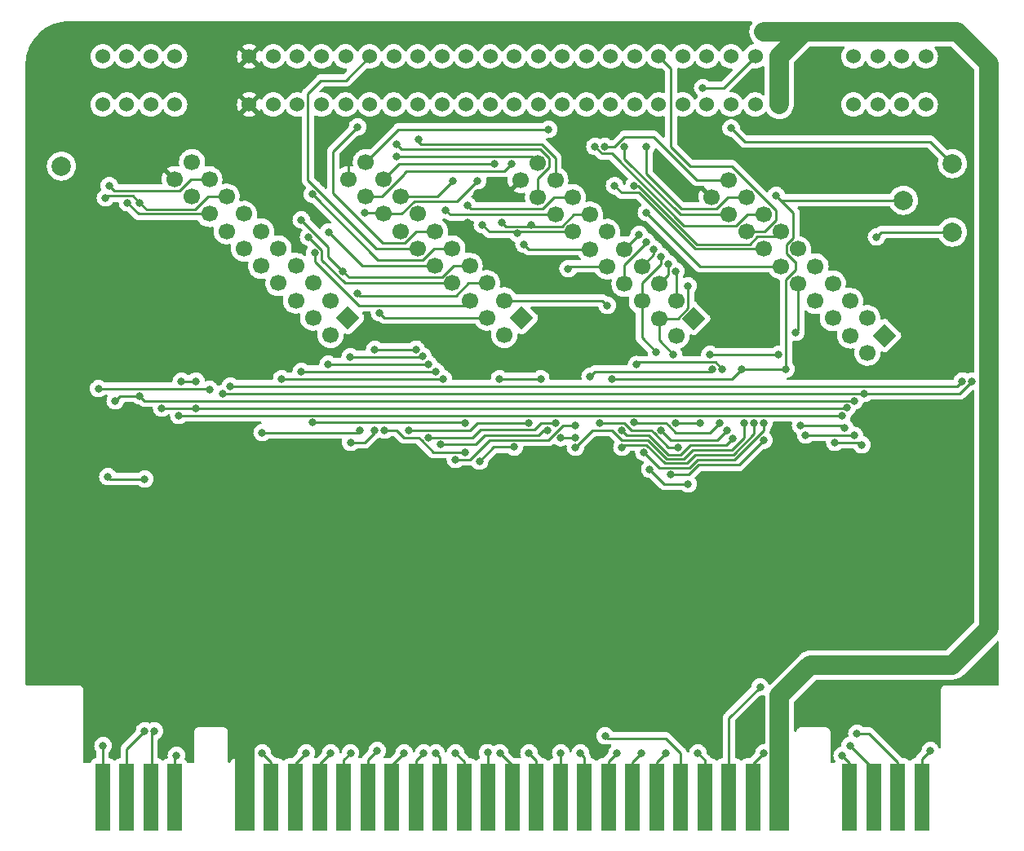
<source format=gbr>
%TF.GenerationSoftware,KiCad,Pcbnew,(6.0.6-1)-1*%
%TF.CreationDate,2022-07-24T16:47:29-04:00*%
%TF.ProjectId,SNES_logicadapter,534e4553-5f6c-46f6-9769-636164617074,rev?*%
%TF.SameCoordinates,Original*%
%TF.FileFunction,Copper,L2,Bot*%
%TF.FilePolarity,Positive*%
%FSLAX46Y46*%
G04 Gerber Fmt 4.6, Leading zero omitted, Abs format (unit mm)*
G04 Created by KiCad (PCBNEW (6.0.6-1)-1) date 2022-07-24 16:47:29*
%MOMM*%
%LPD*%
G01*
G04 APERTURE LIST*
G04 Aperture macros list*
%AMHorizOval*
0 Thick line with rounded ends*
0 $1 width*
0 $2 $3 position (X,Y) of the first rounded end (center of the circle)*
0 $4 $5 position (X,Y) of the second rounded end (center of the circle)*
0 Add line between two ends*
20,1,$1,$2,$3,$4,$5,0*
0 Add two circle primitives to create the rounded ends*
1,1,$1,$2,$3*
1,1,$1,$4,$5*%
%AMRotRect*
0 Rectangle, with rotation*
0 The origin of the aperture is its center*
0 $1 length*
0 $2 width*
0 $3 Rotation angle, in degrees counterclockwise*
0 Add horizontal line*
21,1,$1,$2,0,0,$3*%
G04 Aperture macros list end*
%TA.AperFunction,ComponentPad*%
%ADD10RotRect,1.700000X1.700000X225.000000*%
%TD*%
%TA.AperFunction,ComponentPad*%
%ADD11HorizOval,1.700000X0.000000X0.000000X0.000000X0.000000X0*%
%TD*%
%TA.AperFunction,ComponentPad*%
%ADD12C,2.000000*%
%TD*%
%TA.AperFunction,SMDPad,CuDef*%
%ADD13R,1.500000X7.000000*%
%TD*%
%TA.AperFunction,SMDPad,CuDef*%
%ADD14R,2.000000X7.000000*%
%TD*%
%TA.AperFunction,ComponentPad*%
%ADD15C,1.524000*%
%TD*%
%TA.AperFunction,ViaPad*%
%ADD16C,0.800000*%
%TD*%
%TA.AperFunction,Conductor*%
%ADD17C,0.250000*%
%TD*%
%TA.AperFunction,Conductor*%
%ADD18C,2.000000*%
%TD*%
G04 APERTURE END LIST*
D10*
%TO.P,J3,1,NC*%
%TO.N,unconnected-(J3-Pad1)*%
X190336257Y-100395134D03*
D11*
%TO.P,J3,2,CLK2*%
%TO.N,unconnected-(J3-Pad2)*%
X188540206Y-102191185D03*
%TO.P,J3,3,CLK1*%
%TO.N,/EXPCLK*%
X188540206Y-98599083D03*
%TO.P,J3,4,D15*%
%TO.N,/PA7*%
X186744155Y-100395134D03*
%TO.P,J3,5,D14*%
%TO.N,/PA6*%
X186744155Y-96803032D03*
%TO.P,J3,6,D13*%
%TO.N,/PA5*%
X184948103Y-98599083D03*
%TO.P,J3,7,D12*%
%TO.N,/PA4*%
X184948103Y-95006980D03*
%TO.P,J3,8,D11*%
%TO.N,/PA3*%
X183152052Y-96803032D03*
%TO.P,J3,9,D10*%
%TO.N,/PA2*%
X183152052Y-93210929D03*
%TO.P,J3,10,D9*%
%TO.N,/PA1*%
X181356001Y-95006980D03*
%TO.P,J3,11,D8*%
%TO.N,/PA0*%
X181356001Y-91414878D03*
%TO.P,J3,12,D7*%
%TO.N,/D7*%
X179559950Y-93210929D03*
%TO.P,J3,13,D6*%
%TO.N,/D6*%
X179559950Y-89618827D03*
%TO.P,J3,14,D5*%
%TO.N,/D5*%
X177763898Y-91414878D03*
%TO.P,J3,15,D4*%
%TO.N,/D4*%
X177763898Y-87822775D03*
%TO.P,J3,16,D3*%
%TO.N,/D3*%
X175967847Y-89618827D03*
%TO.P,J3,17,D2*%
%TO.N,/D2*%
X175967847Y-86026724D03*
%TO.P,J3,18,D1*%
%TO.N,/D1*%
X174171796Y-87822775D03*
%TO.P,J3,19,D0*%
%TO.N,/D0*%
X174171796Y-84230673D03*
%TO.P,J3,20,GND*%
%TO.N,GND*%
X172375745Y-86026724D03*
%TD*%
D12*
%TO.P,VCC,1,1*%
%TO.N,VCC*%
X104902000Y-82804000D03*
%TD*%
D10*
%TO.P,J2,1,NC*%
%TO.N,unconnected-(J2-Pad1)*%
X170524257Y-98617134D03*
D11*
%TO.P,J2,2,CLK2*%
%TO.N,unconnected-(J2-Pad2)*%
X168728206Y-100413185D03*
%TO.P,J2,3,CLK1*%
%TO.N,/CIC_CLK*%
X168728206Y-96821083D03*
%TO.P,J2,4,D15*%
%TO.N,/CIC{slash}RST*%
X166932155Y-98617134D03*
%TO.P,J2,5,D14*%
%TO.N,/CIC_OUT*%
X166932155Y-95025032D03*
%TO.P,J2,6,D13*%
%TO.N,/CIC_IN*%
X165136103Y-96821083D03*
%TO.P,J2,7,D12*%
%TO.N,/{slash}RESET*%
X165136103Y-93228980D03*
%TO.P,J2,8,D11*%
%TO.N,/{slash}WR*%
X163340052Y-95025032D03*
%TO.P,J2,9,D10*%
%TO.N,/{slash}RD*%
X163340052Y-91432929D03*
%TO.P,J2,10,D9*%
%TO.N,/{slash}IRQ*%
X161544001Y-93228980D03*
%TO.P,J2,11,D8*%
%TO.N,/{slash}CE*%
X161544001Y-89636878D03*
%TO.P,J2,12,D7*%
%TO.N,/BA7*%
X159747950Y-91432929D03*
%TO.P,J2,13,D6*%
%TO.N,/BA6*%
X159747950Y-87840827D03*
%TO.P,J2,14,D5*%
%TO.N,/BA5*%
X157951898Y-89636878D03*
%TO.P,J2,15,D4*%
%TO.N,/BA4*%
X157951898Y-86044775D03*
%TO.P,J2,16,D3*%
%TO.N,/BA3*%
X156155847Y-87840827D03*
%TO.P,J2,17,D2*%
%TO.N,/BA2*%
X156155847Y-84248724D03*
%TO.P,J2,18,D1*%
%TO.N,/BA1*%
X154359796Y-86044775D03*
%TO.P,J2,19,D0*%
%TO.N,/BA0*%
X154359796Y-82452673D03*
%TO.P,J2,20,GND*%
%TO.N,GND*%
X152563745Y-84248724D03*
%TD*%
D13*
%TO.P,CON1,32,~{WRAM}*%
%TO.N,/{slash}WRAM*%
X109180000Y-148340000D03*
%TO.P,CON1,33,REFRESH*%
%TO.N,/REFRESH*%
X111680000Y-148340000D03*
%TO.P,CON1,34,PA7*%
%TO.N,/PA7*%
X114180000Y-148340000D03*
%TO.P,CON1,35,~{PAWR}*%
%TO.N,/{slash}PAWR*%
X116680000Y-148340000D03*
D14*
%TO.P,CON1,36,GND*%
%TO.N,GND*%
X123930000Y-148340000D03*
D13*
%TO.P,CON1,37,A12*%
%TO.N,/A12*%
X126680000Y-148340000D03*
%TO.P,CON1,38,A13*%
%TO.N,/A13*%
X129180000Y-148340000D03*
%TO.P,CON1,39,A14*%
%TO.N,/A14*%
X131680000Y-148340000D03*
%TO.P,CON1,40,A15*%
%TO.N,/A15*%
X134180000Y-148340000D03*
%TO.P,CON1,41,BA0*%
%TO.N,/BA0*%
X136680000Y-148340000D03*
%TO.P,CON1,42,BA1*%
%TO.N,/BA1*%
X139180000Y-148340000D03*
%TO.P,CON1,43,BA2*%
%TO.N,/BA2*%
X141680000Y-148340000D03*
%TO.P,CON1,44,BA3*%
%TO.N,/BA3*%
X144180000Y-148340000D03*
%TO.P,CON1,45,BA4*%
%TO.N,/BA4*%
X146680000Y-148340000D03*
%TO.P,CON1,46,BA5*%
%TO.N,/BA5*%
X149180000Y-148340000D03*
%TO.P,CON1,47,BA6*%
%TO.N,/BA6*%
X151680000Y-148340000D03*
%TO.P,CON1,48,BA7*%
%TO.N,/BA7*%
X154180000Y-148340000D03*
%TO.P,CON1,49,~{CE}*%
%TO.N,/{slash}CE*%
X156680000Y-148340000D03*
%TO.P,CON1,50,D4*%
%TO.N,/D4*%
X159180000Y-148340000D03*
%TO.P,CON1,51,D5*%
%TO.N,/D5*%
X161680000Y-148340000D03*
%TO.P,CON1,52,D6*%
%TO.N,/D6*%
X164180000Y-148340000D03*
%TO.P,CON1,53,D7*%
%TO.N,/D7*%
X166680000Y-148340000D03*
%TO.P,CON1,54,~{WR}*%
%TO.N,/{slash}WR*%
X169180000Y-148340000D03*
%TO.P,CON1,55,CIC_IN*%
%TO.N,/CIC_IN*%
X171680000Y-148340000D03*
%TO.P,CON1,56,CIC_CLK*%
%TO.N,/CIC_CLK*%
X174180000Y-148340000D03*
%TO.P,CON1,57,CPU_CLK*%
%TO.N,/CLK*%
X176680000Y-148340000D03*
D14*
%TO.P,CON1,58,Vcc*%
%TO.N,VCC*%
X179430000Y-148340000D03*
D13*
%TO.P,CON1,59,PA1*%
%TO.N,/PA1*%
X186680000Y-148340000D03*
%TO.P,CON1,60,PA3*%
%TO.N,/PA3*%
X189180000Y-148340000D03*
%TO.P,CON1,61,PA5*%
%TO.N,/PA5*%
X191680000Y-148340000D03*
%TO.P,CON1,62,AUDIO_R*%
%TO.N,/AUDIO_R*%
X194180000Y-148340000D03*
%TD*%
D10*
%TO.P,J2,1,NC*%
%TO.N,unconnected-(J1-Pad1)*%
X152654000Y-98552000D03*
D11*
%TO.P,J2,2,CLK2*%
%TO.N,unconnected-(J1-Pad2)*%
X150857949Y-100348051D03*
%TO.P,J2,3,CLK1*%
%TO.N,/CLK*%
X150857949Y-96755949D03*
%TO.P,J2,4,D15*%
%TO.N,/A15*%
X149061898Y-98552000D03*
%TO.P,J2,5,D14*%
%TO.N,/A14*%
X149061898Y-94959898D03*
%TO.P,J2,6,D13*%
%TO.N,/A13*%
X147265846Y-96755949D03*
%TO.P,J2,7,D12*%
%TO.N,/A12*%
X147265846Y-93163846D03*
%TO.P,J2,8,D11*%
%TO.N,/A11*%
X145469795Y-94959898D03*
%TO.P,J2,9,D10*%
%TO.N,/A10*%
X145469795Y-91367795D03*
%TO.P,J2,10,D9*%
%TO.N,/A9*%
X143673744Y-93163846D03*
%TO.P,J2,11,D8*%
%TO.N,/A8*%
X143673744Y-89571744D03*
%TO.P,J2,12,D7*%
%TO.N,/A7*%
X141877693Y-91367795D03*
%TO.P,J2,13,D6*%
%TO.N,/A6*%
X141877693Y-87775693D03*
%TO.P,J2,14,D5*%
%TO.N,/A5*%
X140081641Y-89571744D03*
%TO.P,J2,15,D4*%
%TO.N,/A4*%
X140081641Y-85979641D03*
%TO.P,J2,16,D3*%
%TO.N,/A3*%
X138285590Y-87775693D03*
%TO.P,J2,17,D2*%
%TO.N,/A2*%
X138285590Y-84183590D03*
%TO.P,J2,18,D1*%
%TO.N,/A1*%
X136489539Y-85979641D03*
%TO.P,J2,19,D0*%
%TO.N,/A0*%
X136489539Y-82387539D03*
%TO.P,J2,20,GND*%
%TO.N,GND*%
X134693488Y-84183590D03*
%TD*%
D12*
%TO.P,CLK,1,1*%
%TO.N,/CLK*%
X192278000Y-86360000D03*
%TD*%
D10*
%TO.P,J1,1,NC*%
%TO.N,unconnected-(J4-Pad1)*%
X134620000Y-98552000D03*
D11*
%TO.P,J1,2,CLK2*%
%TO.N,unconnected-(J4-Pad2)*%
X132823949Y-100348051D03*
%TO.P,J1,3,CLK1*%
%TO.N,unconnected-(J4-Pad3)*%
X132823949Y-96755949D03*
%TO.P,J1,4,D15*%
%TO.N,unconnected-(J4-Pad4)*%
X131027898Y-98552000D03*
%TO.P,J1,5,D14*%
%TO.N,unconnected-(J4-Pad5)*%
X131027898Y-94959898D03*
%TO.P,J1,6,D13*%
%TO.N,unconnected-(J4-Pad6)*%
X129231846Y-96755949D03*
%TO.P,J1,7,D12*%
%TO.N,unconnected-(J4-Pad7)*%
X129231846Y-93163846D03*
%TO.P,J1,8,D11*%
%TO.N,unconnected-(J4-Pad8)*%
X127435795Y-94959898D03*
%TO.P,J1,9,D10*%
%TO.N,unconnected-(J4-Pad9)*%
X127435795Y-91367795D03*
%TO.P,J1,10,D9*%
%TO.N,unconnected-(J4-Pad10)*%
X125639744Y-93163846D03*
%TO.P,J1,11,D8*%
%TO.N,unconnected-(J4-Pad11)*%
X125639744Y-89571744D03*
%TO.P,J1,12,D7*%
%TO.N,unconnected-(J4-Pad12)*%
X123843693Y-91367795D03*
%TO.P,J1,13,D6*%
%TO.N,/AUDIO_R*%
X123843693Y-87775693D03*
%TO.P,J1,14,D5*%
%TO.N,/AUDIO_L*%
X122047641Y-89571744D03*
%TO.P,J1,15,D4*%
%TO.N,/EXPAND*%
X122047641Y-85979641D03*
%TO.P,J1,16,D3*%
%TO.N,/REFRESH*%
X120251590Y-87775693D03*
%TO.P,J1,17,D2*%
%TO.N,/{slash}WRAM*%
X120251590Y-84183590D03*
%TO.P,J1,18,D1*%
%TO.N,/{slash}PAWR*%
X118455539Y-85979641D03*
%TO.P,J1,19,D0*%
%TO.N,/{slash}PARD*%
X118455539Y-82387539D03*
%TO.P,J1,20,GND*%
%TO.N,GND*%
X116659488Y-84183590D03*
%TD*%
D12*
%TO.P,CICCLK,1,1*%
%TO.N,/CIC_CLK*%
X197358000Y-82550000D03*
%TD*%
%TO.P,EXPCLK,1,1*%
%TO.N,/EXPCLK*%
X197358000Y-89662000D03*
%TD*%
D15*
%TO.P,CON2,1,CLK_21.477MHz*%
%TO.N,/EXPCLK*%
X109192000Y-71414000D03*
%TO.P,CON2,2,EXPAND*%
%TO.N,/EXPAND*%
X111692000Y-71414000D03*
%TO.P,CON2,3,PA6*%
%TO.N,/PA6*%
X114192000Y-71414000D03*
%TO.P,CON2,4,~{PARD}*%
%TO.N,/{slash}PARD*%
X116692000Y-71414000D03*
%TO.P,CON2,5,GND*%
%TO.N,GND*%
X124392000Y-71414000D03*
%TO.P,CON2,6,A11*%
%TO.N,/A11*%
X126892000Y-71414000D03*
%TO.P,CON2,7,A10*%
%TO.N,/A10*%
X129392000Y-71414000D03*
%TO.P,CON2,8,A9*%
%TO.N,/A9*%
X131892000Y-71414000D03*
%TO.P,CON2,9,A8*%
%TO.N,/A8*%
X134392000Y-71414000D03*
%TO.P,CON2,10,A7*%
%TO.N,/A7*%
X136892000Y-71414000D03*
%TO.P,CON2,11,A6*%
%TO.N,/A6*%
X139392000Y-71414000D03*
%TO.P,CON2,12,A5*%
%TO.N,/A5*%
X141892000Y-71414000D03*
%TO.P,CON2,13,A4*%
%TO.N,/A4*%
X144392000Y-71414000D03*
%TO.P,CON2,14,A3*%
%TO.N,/A3*%
X146892000Y-71414000D03*
%TO.P,CON2,15,A2*%
%TO.N,/A2*%
X149392000Y-71414000D03*
%TO.P,CON2,16,A1*%
%TO.N,/A1*%
X151892000Y-71414000D03*
%TO.P,CON2,17,A0*%
%TO.N,/A0*%
X154392000Y-71414000D03*
%TO.P,CON2,18,~{IRQ}*%
%TO.N,/{slash}IRQ*%
X156892000Y-71414000D03*
%TO.P,CON2,19,D0*%
%TO.N,/D0*%
X159392000Y-71414000D03*
%TO.P,CON2,20,D1*%
%TO.N,/D1*%
X161892000Y-71414000D03*
%TO.P,CON2,21,D2*%
%TO.N,/D2*%
X164392000Y-71414000D03*
%TO.P,CON2,22,D3*%
%TO.N,/D3*%
X166892000Y-71414000D03*
%TO.P,CON2,23,~{RD}*%
%TO.N,/{slash}RD*%
X169392000Y-71414000D03*
%TO.P,CON2,24,CIC_OUT*%
%TO.N,/CIC_OUT*%
X171892000Y-71414000D03*
%TO.P,CON2,25,CIC_RST*%
%TO.N,/CIC{slash}RST*%
X174392000Y-71414000D03*
%TO.P,CON2,26,~{RESET}*%
%TO.N,/{slash}RESET*%
X176892000Y-71414000D03*
%TO.P,CON2,27,Vcc*%
%TO.N,VCC*%
X179392000Y-71414000D03*
%TO.P,CON2,28,PA0*%
%TO.N,/PA0*%
X187092000Y-71414000D03*
%TO.P,CON2,29,PA2*%
%TO.N,/PA2*%
X189592000Y-71414000D03*
%TO.P,CON2,30,PA4*%
%TO.N,/PA4*%
X192092000Y-71414000D03*
%TO.P,CON2,31,AUDIO_L*%
%TO.N,/AUDIO_L*%
X194592000Y-71414000D03*
%TO.P,CON2,32,~{WRAM}*%
%TO.N,/{slash}WRAM*%
X109192000Y-76414000D03*
%TO.P,CON2,33,REFRESH*%
%TO.N,/REFRESH*%
X111692000Y-76414000D03*
%TO.P,CON2,34,PA7*%
%TO.N,/PA7*%
X114192000Y-76414000D03*
%TO.P,CON2,35,~{PAWR}*%
%TO.N,/{slash}PAWR*%
X116692000Y-76414000D03*
%TO.P,CON2,36,GND*%
%TO.N,GND*%
X124392000Y-76414000D03*
%TO.P,CON2,37,A12*%
%TO.N,/A12*%
X126892000Y-76414000D03*
%TO.P,CON2,38,A13*%
%TO.N,/A13*%
X129392000Y-76414000D03*
%TO.P,CON2,39,A14*%
%TO.N,/A14*%
X131892000Y-76414000D03*
%TO.P,CON2,40,A15*%
%TO.N,/A15*%
X134392000Y-76414000D03*
%TO.P,CON2,41,BA0*%
%TO.N,/BA0*%
X136892000Y-76414000D03*
%TO.P,CON2,42,BA1*%
%TO.N,/BA1*%
X139392000Y-76414000D03*
%TO.P,CON2,43,BA2*%
%TO.N,/BA2*%
X141892000Y-76414000D03*
%TO.P,CON2,44,BA3*%
%TO.N,/BA3*%
X144392000Y-76414000D03*
%TO.P,CON2,45,BA4*%
%TO.N,/BA4*%
X146892000Y-76414000D03*
%TO.P,CON2,46,BA5*%
%TO.N,/BA5*%
X149392000Y-76414000D03*
%TO.P,CON2,47,BA6*%
%TO.N,/BA6*%
X151892000Y-76414000D03*
%TO.P,CON2,48,BA7*%
%TO.N,/BA7*%
X154392000Y-76414000D03*
%TO.P,CON2,49,~{CE}*%
%TO.N,/{slash}CE*%
X156892000Y-76414000D03*
%TO.P,CON2,50,D4*%
%TO.N,/D4*%
X159392000Y-76414000D03*
%TO.P,CON2,51,D5*%
%TO.N,/D5*%
X161892000Y-76414000D03*
%TO.P,CON2,52,D6*%
%TO.N,/D6*%
X164392000Y-76414000D03*
%TO.P,CON2,53,D7*%
%TO.N,/D7*%
X166892000Y-76414000D03*
%TO.P,CON2,54,~{WR}*%
%TO.N,/{slash}WR*%
X169392000Y-76414000D03*
%TO.P,CON2,55,CIC_IN*%
%TO.N,/CIC_IN*%
X171892000Y-76414000D03*
%TO.P,CON2,56,CIC_CLK*%
%TO.N,/CIC_CLK*%
X174392000Y-76414000D03*
%TO.P,CON2,57,CPU_CLK*%
%TO.N,/CLK*%
X176892000Y-76414000D03*
%TO.P,CON2,58,Vcc*%
%TO.N,VCC*%
X179392000Y-76414000D03*
%TO.P,CON2,59,PA1*%
%TO.N,/PA1*%
X187092000Y-76414000D03*
%TO.P,CON2,60,PA3*%
%TO.N,/PA3*%
X189592000Y-76414000D03*
%TO.P,CON2,61,PA5*%
%TO.N,/PA5*%
X192092000Y-76414000D03*
%TO.P,CON2,62,AUDIO_R*%
%TO.N,/AUDIO_R*%
X194592000Y-76414000D03*
%TD*%
D16*
%TO.N,VCC*%
X179832000Y-68834000D03*
X177800000Y-68834000D03*
X179430000Y-138070000D03*
X179430000Y-143150000D03*
X181102000Y-136144000D03*
X179430000Y-141880000D03*
X181864000Y-135382000D03*
X178816000Y-68834000D03*
X179430000Y-139340000D03*
X180213000Y-137033000D03*
X180848000Y-68834000D03*
X179430000Y-144420000D03*
X181864000Y-68834000D03*
X182626000Y-134620000D03*
X179430000Y-140610000D03*
%TO.N,GND*%
X191262000Y-83058000D03*
X104902000Y-121158000D03*
X148082000Y-85598000D03*
X148082000Y-136398000D03*
X153162000Y-138938000D03*
X135382000Y-131318000D03*
X122682000Y-121158000D03*
X155702000Y-116078000D03*
X170942000Y-141478000D03*
X115062000Y-110998000D03*
X125222000Y-95758000D03*
X173482000Y-116078000D03*
X191262000Y-98298000D03*
X117602000Y-118618000D03*
X125222000Y-123698000D03*
X104902000Y-131318000D03*
X191262000Y-103378000D03*
X107442000Y-103378000D03*
X135382000Y-126238000D03*
X185674000Y-139192000D03*
X120142000Y-116078000D03*
X173482000Y-123698000D03*
X125222000Y-85598000D03*
X102362000Y-118618000D03*
X194564000Y-137414000D03*
X196342000Y-75438000D03*
X184150000Y-71628000D03*
X148082000Y-123698000D03*
X153162000Y-116078000D03*
X150622000Y-136398000D03*
X127762000Y-100838000D03*
X198882000Y-126238000D03*
X120142000Y-123698000D03*
X196342000Y-110998000D03*
X135382000Y-123698000D03*
X176022000Y-133858000D03*
X150622000Y-126238000D03*
X191262000Y-123698000D03*
X122682000Y-118618000D03*
X102362000Y-133858000D03*
X125222000Y-131318000D03*
X150622000Y-116078000D03*
X122682000Y-136398000D03*
X193802000Y-116078000D03*
X122682000Y-98298000D03*
X125222000Y-121158000D03*
X168402000Y-128778000D03*
X155702000Y-118618000D03*
X170942000Y-128778000D03*
X193802000Y-126238000D03*
X170688000Y-101346000D03*
X196342000Y-123698000D03*
X102362000Y-77978000D03*
X197358000Y-71628000D03*
X193802000Y-131318000D03*
X107442000Y-133858000D03*
X107442000Y-110998000D03*
X198882000Y-121158000D03*
X148082000Y-133858000D03*
X102362000Y-83058000D03*
X125222000Y-80518000D03*
X173482000Y-118618000D03*
X140462000Y-136398000D03*
X196342000Y-131318000D03*
X193802000Y-110998000D03*
X193802000Y-113538000D03*
X120142000Y-77978000D03*
X191262000Y-121158000D03*
X125222000Y-83058000D03*
X102362000Y-128778000D03*
X102362000Y-72898000D03*
X137922000Y-116078000D03*
X102362000Y-100838000D03*
X155702000Y-121158000D03*
X122682000Y-131318000D03*
X140462000Y-126238000D03*
X188722000Y-126238000D03*
X117602000Y-133858000D03*
X140462000Y-128778000D03*
X135382000Y-118618000D03*
X191262000Y-126238000D03*
X196342000Y-118618000D03*
X150622000Y-133858000D03*
X176022000Y-128778000D03*
X120142000Y-133858000D03*
X107442000Y-113538000D03*
X107442000Y-116078000D03*
X184150000Y-76454000D03*
X160020000Y-94488000D03*
X107442000Y-123698000D03*
X117602000Y-126238000D03*
X147066000Y-88646000D03*
X117602000Y-131318000D03*
X137922000Y-138938000D03*
X135382000Y-121158000D03*
X102362000Y-95758000D03*
X104902000Y-105918000D03*
X153162000Y-136398000D03*
X102362000Y-116078000D03*
X198882000Y-128778000D03*
X115062000Y-100838000D03*
X107442000Y-80518000D03*
X104902000Y-118618000D03*
X117602000Y-116078000D03*
X140462000Y-121158000D03*
X115062000Y-90678000D03*
X122682000Y-113538000D03*
X123930000Y-144294000D03*
X188722000Y-116078000D03*
X102362000Y-70358000D03*
X196342000Y-126238000D03*
X117602000Y-121158000D03*
X117602000Y-128778000D03*
X155702000Y-128778000D03*
X135382000Y-133858000D03*
X115062000Y-131318000D03*
X137922000Y-136398000D03*
X188722000Y-123698000D03*
X173482000Y-128778000D03*
X186182000Y-121158000D03*
X122682000Y-128778000D03*
X135382000Y-128778000D03*
X122682000Y-133858000D03*
X182372000Y-139192000D03*
X104902000Y-108458000D03*
X196342000Y-100838000D03*
X120142000Y-75438000D03*
X125222000Y-138938000D03*
X120142000Y-128778000D03*
X191262000Y-116078000D03*
X198882000Y-77978000D03*
X140462000Y-116078000D03*
X120142000Y-121158000D03*
X123930000Y-143278000D03*
X102362000Y-131318000D03*
X137922000Y-133858000D03*
X153162000Y-123698000D03*
X188722000Y-121158000D03*
X107442000Y-131318000D03*
X107442000Y-100838000D03*
X168402000Y-136398000D03*
X104902000Y-128778000D03*
X173482000Y-121158000D03*
X109982000Y-98298000D03*
X117602000Y-136398000D03*
X188722000Y-83058000D03*
X137922000Y-128778000D03*
X109982000Y-103378000D03*
X102362000Y-98298000D03*
X196342000Y-128778000D03*
X176022000Y-121158000D03*
X122682000Y-95758000D03*
X193802000Y-123698000D03*
X168402000Y-138938000D03*
X135382000Y-138938000D03*
X120142000Y-136398000D03*
X153162000Y-102108000D03*
X109982000Y-100838000D03*
X115062000Y-133858000D03*
X104902000Y-126238000D03*
X196342000Y-85598000D03*
X122682000Y-93218000D03*
X193802000Y-121158000D03*
X137922000Y-126238000D03*
X148082000Y-118618000D03*
X125222000Y-103378000D03*
X148082000Y-131318000D03*
X107442000Y-88138000D03*
X170942000Y-136398000D03*
X150622000Y-131318000D03*
X176022000Y-126238000D03*
X153162000Y-128778000D03*
X122682000Y-103378000D03*
X107442000Y-85598000D03*
X135382000Y-116078000D03*
X137922000Y-121158000D03*
X178562000Y-83058000D03*
X120142000Y-131318000D03*
X176022000Y-131318000D03*
X186182000Y-128778000D03*
X196342000Y-121158000D03*
X107442000Y-128778000D03*
X155702000Y-126238000D03*
X125222000Y-133858000D03*
X140462000Y-138938000D03*
X148590000Y-90932000D03*
X186182000Y-123698000D03*
X102362000Y-75438000D03*
X193802000Y-103378000D03*
X140462000Y-131318000D03*
X196342000Y-116078000D03*
X107442000Y-136398000D03*
X198882000Y-118618000D03*
X138176000Y-73914000D03*
X104902000Y-113538000D03*
X198882000Y-110998000D03*
X102362000Y-108458000D03*
X150622000Y-138938000D03*
X125222000Y-100838000D03*
X168402000Y-126238000D03*
X107442000Y-77978000D03*
X115062000Y-128778000D03*
X196342000Y-108458000D03*
X104902000Y-116078000D03*
X176022000Y-123698000D03*
X107442000Y-121158000D03*
X168402000Y-133858000D03*
X153162000Y-126238000D03*
X153162000Y-133858000D03*
X170942000Y-123698000D03*
X153162000Y-118618000D03*
X125222000Y-98298000D03*
X104902000Y-100838000D03*
X122682000Y-83058000D03*
X123952000Y-142240000D03*
X196342000Y-113538000D03*
X193802000Y-100838000D03*
X168402000Y-123698000D03*
X153162000Y-93980000D03*
X192278000Y-141986000D03*
X107442000Y-118618000D03*
X115062000Y-121158000D03*
X122682000Y-110998000D03*
X107442000Y-126238000D03*
X150622000Y-121158000D03*
X104902000Y-103378000D03*
X191262000Y-128778000D03*
X102362000Y-123698000D03*
X120142000Y-118618000D03*
X173482000Y-136398000D03*
X102362000Y-85598000D03*
X150622000Y-123698000D03*
X155702000Y-136398000D03*
X149098000Y-102108000D03*
X193802000Y-118618000D03*
X173482000Y-131318000D03*
X186182000Y-126238000D03*
X135382000Y-136398000D03*
X179324000Y-78740000D03*
X125222000Y-126238000D03*
X115062000Y-123698000D03*
X196342000Y-98298000D03*
X198882000Y-108458000D03*
X171704000Y-95758000D03*
X188722000Y-131318000D03*
X117602000Y-123698000D03*
X198882000Y-113538000D03*
X104902000Y-110998000D03*
X170942000Y-118618000D03*
X107442000Y-75438000D03*
X193802000Y-98298000D03*
X102362000Y-110998000D03*
X115062000Y-98298000D03*
X137922000Y-113538000D03*
X200914000Y-135128000D03*
X193802000Y-83058000D03*
X153162000Y-121158000D03*
X102362000Y-105918000D03*
X125222000Y-128778000D03*
X137922000Y-131318000D03*
X140462000Y-113538000D03*
X193802000Y-128778000D03*
X171704000Y-95758000D03*
X188722000Y-118618000D03*
X196342000Y-93218000D03*
X102362000Y-93218000D03*
X170942000Y-131318000D03*
X115062000Y-126238000D03*
X120142000Y-138938000D03*
X107442000Y-98298000D03*
X140462000Y-123698000D03*
X148082000Y-128778000D03*
X191262000Y-113538000D03*
X102362000Y-121158000D03*
X198882000Y-116078000D03*
X191262000Y-118618000D03*
X150622000Y-128778000D03*
X125222000Y-136398000D03*
X170942000Y-133858000D03*
X137922000Y-123698000D03*
X174752000Y-81280000D03*
X140462000Y-133858000D03*
X170942000Y-126238000D03*
X115062000Y-136398000D03*
X115062000Y-93218000D03*
X107442000Y-108458000D03*
X191262000Y-93218000D03*
X122682000Y-116078000D03*
X122682000Y-100838000D03*
X155702000Y-133858000D03*
X102362000Y-126238000D03*
X193802000Y-93218000D03*
X104902000Y-123698000D03*
X150622000Y-118618000D03*
X117602000Y-141478000D03*
X153162000Y-131318000D03*
X122682000Y-80518000D03*
X137922000Y-141478000D03*
X102362000Y-88138000D03*
X120142000Y-113538000D03*
X122682000Y-126238000D03*
X155702000Y-123698000D03*
X102362000Y-80518000D03*
X120142000Y-80518000D03*
X188722000Y-88138000D03*
X104902000Y-133858000D03*
X120142000Y-72898000D03*
X115062000Y-95758000D03*
X125222000Y-118618000D03*
X193802000Y-88138000D03*
X188722000Y-128778000D03*
X170942000Y-121158000D03*
X148082000Y-121158000D03*
X170942000Y-138938000D03*
X191262000Y-95758000D03*
X191262000Y-131318000D03*
X102362000Y-90678000D03*
X173482000Y-133858000D03*
X115062000Y-118618000D03*
X122682000Y-138938000D03*
X176022000Y-118618000D03*
X153162000Y-141478000D03*
X193802000Y-108458000D03*
X168402000Y-121158000D03*
X117602000Y-138938000D03*
X148082000Y-126238000D03*
X140462000Y-118618000D03*
X191262000Y-110998000D03*
X173482000Y-126238000D03*
X198882000Y-123698000D03*
X115062000Y-103378000D03*
X122682000Y-123698000D03*
X125222000Y-116078000D03*
X168402000Y-131318000D03*
X193802000Y-95758000D03*
X107442000Y-83058000D03*
X102362000Y-113538000D03*
X155702000Y-131318000D03*
X196342000Y-103378000D03*
X102362000Y-103378000D03*
X125222000Y-113538000D03*
X104902000Y-98298000D03*
X130302000Y-100838000D03*
X186182000Y-118618000D03*
X196342000Y-95758000D03*
X120142000Y-126238000D03*
X137922000Y-118618000D03*
X155702000Y-138938000D03*
%TO.N,/EXPCLK*%
X110490000Y-107188000D03*
X187198000Y-107188000D03*
X189484000Y-90170000D03*
X113030000Y-106680000D03*
%TO.N,/EXPAND*%
X109474000Y-86106000D03*
X113030000Y-86614000D03*
%TO.N,/PA6*%
X117094000Y-108712000D03*
X185899972Y-108756111D03*
%TO.N,/A11*%
X144526000Y-104902000D03*
X127762000Y-104902000D03*
X130551701Y-90174299D03*
%TO.N,/A10*%
X130941299Y-85720701D03*
X143764000Y-104140000D03*
X129794000Y-104140000D03*
%TO.N,/A9*%
X143005440Y-103382814D03*
X132616500Y-89662000D03*
X132588000Y-103378000D03*
%TO.N,/A8*%
X135636000Y-78740000D03*
X142424364Y-102569576D03*
X134874000Y-102616000D03*
%TO.N,/A7*%
X141729356Y-101851267D03*
X137414000Y-101854000D03*
%TO.N,/A4*%
X145542000Y-84328000D03*
%TO.N,/A3*%
X148082000Y-84328000D03*
X146812000Y-112522000D03*
X136386090Y-87630000D03*
X138430500Y-110236000D03*
%TO.N,/A2*%
X149860000Y-82550000D03*
%TO.N,/A1*%
X151638000Y-82550000D03*
%TO.N,/A0*%
X155448000Y-78994000D03*
%TO.N,/{slash}IRQ*%
X157480000Y-93472000D03*
%TO.N,/D0*%
X159766000Y-104648000D03*
X161290000Y-80772000D03*
X172466000Y-103886000D03*
%TO.N,/D1*%
X164592000Y-103415500D03*
X163322000Y-80772000D03*
X173482000Y-103886000D03*
%TO.N,/D2*%
X165608000Y-80772000D03*
X164338000Y-109436500D03*
X173228000Y-109474000D03*
%TO.N,/D3*%
X173990000Y-110236000D03*
X167132000Y-110236000D03*
%TO.N,/{slash}RD*%
X164846000Y-89916000D03*
X160782000Y-109474000D03*
X168910000Y-112014000D03*
%TO.N,/CIC_OUT*%
X168656000Y-109474000D03*
X171196000Y-109474000D03*
X167894000Y-92964000D03*
%TO.N,/CIC{slash}RST*%
X169926000Y-95250000D03*
X168402000Y-102362000D03*
%TO.N,/{slash}RESET*%
X174544424Y-111067636D03*
X166370000Y-91440000D03*
X163063701Y-110240299D03*
X171450000Y-74676000D03*
%TO.N,/PA0*%
X181610000Y-109728000D03*
X186182000Y-109982000D03*
%TO.N,/PA2*%
X182122299Y-110739701D03*
X187198000Y-110781500D03*
%TO.N,/PA4*%
X185166000Y-111506000D03*
X187960000Y-111760000D03*
%TO.N,/AUDIO_L*%
X199390000Y-105156000D03*
X121666000Y-106426000D03*
X188214000Y-106426000D03*
%TO.N,/{slash}WRAM*%
X109220000Y-143002000D03*
X109880500Y-84836000D03*
%TO.N,/REFRESH*%
X111760000Y-86614000D03*
X113538000Y-141478000D03*
X113538000Y-115316000D03*
X120255987Y-105988006D03*
X109728000Y-115062000D03*
X108758500Y-105918000D03*
%TO.N,/PA7*%
X115316000Y-107950000D03*
X114554000Y-141478000D03*
X186436000Y-107912500D03*
X118872000Y-107950000D03*
%TO.N,/{slash}PAWR*%
X118872000Y-105156000D03*
X117348000Y-105156000D03*
X116840000Y-144018000D03*
%TO.N,/A12*%
X125730000Y-110490000D03*
X129794000Y-88392000D03*
X135890000Y-110236000D03*
X125730000Y-143764000D03*
X134116299Y-93721701D03*
%TO.N,/A13*%
X130302000Y-143764000D03*
X130955500Y-109436500D03*
X131182402Y-91829598D03*
X146812000Y-109474000D03*
%TO.N,/A14*%
X135636000Y-96012000D03*
X132842000Y-143764000D03*
%TO.N,/A15*%
X134904500Y-111506000D03*
X137922000Y-98044000D03*
X137414000Y-110236000D03*
X134904500Y-143764000D03*
%TO.N,/BA0*%
X139700000Y-81788000D03*
X137668000Y-143510000D03*
%TO.N,/BA1*%
X140462000Y-143764000D03*
X139700000Y-80518000D03*
X153416000Y-109474000D03*
X140955500Y-110236000D03*
%TO.N,/BA2*%
X141986000Y-80010000D03*
X156210000Y-109474000D03*
X142494000Y-143764000D03*
X143002000Y-110998000D03*
%TO.N,/BA3*%
X144272000Y-111722500D03*
X144780000Y-87376000D03*
X155355582Y-110236000D03*
X143764000Y-143764000D03*
%TO.N,/BA4*%
X147066000Y-86868000D03*
X145796000Y-113284000D03*
X145796000Y-143764000D03*
X158242000Y-109728000D03*
%TO.N,/BA5*%
X151892000Y-111976500D03*
X148306645Y-113445210D03*
X152171122Y-89779038D03*
X148590000Y-88900000D03*
X149121799Y-143740201D03*
%TO.N,/BA6*%
X153670000Y-88900000D03*
X150368000Y-104902000D03*
X150405500Y-143764000D03*
X150584500Y-88646000D03*
X154643500Y-104902000D03*
%TO.N,/BA7*%
X152908000Y-90932000D03*
X153416000Y-143764000D03*
%TO.N,/{slash}CE*%
X156722299Y-111002299D03*
X158242000Y-110998000D03*
X156718000Y-143764000D03*
%TO.N,/D4*%
X158750000Y-143764000D03*
X160274000Y-80772000D03*
X158242000Y-112014000D03*
X175768000Y-109474000D03*
%TO.N,/D5*%
X163068000Y-112014000D03*
X162301701Y-84840299D03*
X162560000Y-143764000D03*
X176788299Y-109478299D03*
%TO.N,/D6*%
X165348305Y-112527695D03*
X177787785Y-109472628D03*
X165100000Y-143764000D03*
X164333701Y-84840299D03*
%TO.N,/D7*%
X167640000Y-143764000D03*
X177805696Y-111257696D03*
X165608000Y-87630000D03*
X168148000Y-114850500D03*
%TO.N,/{slash}WR*%
X161327500Y-141986000D03*
X165608000Y-90678000D03*
%TO.N,/CIC_IN*%
X167132000Y-92202000D03*
X170942000Y-143764000D03*
X166624000Y-102108000D03*
X169926000Y-115824000D03*
X165955500Y-114300000D03*
%TO.N,/CIC_CLK*%
X168656000Y-93726000D03*
X177404500Y-136906000D03*
X179324000Y-102362000D03*
X172212000Y-102362000D03*
X174392000Y-78846000D03*
%TO.N,/CLK*%
X180086000Y-103886000D03*
X175514000Y-103886000D03*
X177800000Y-143764000D03*
X162052000Y-104939500D03*
X161544000Y-97282000D03*
X179070000Y-85852000D03*
%TO.N,/PA1*%
X185928000Y-144018000D03*
X181102000Y-100076000D03*
%TO.N,/PA3*%
X186727500Y-143002000D03*
%TO.N,/PA5*%
X187452000Y-141732000D03*
%TO.N,/AUDIO_R*%
X198369701Y-105151701D03*
X122428000Y-105664000D03*
X195072000Y-143510000D03*
%TD*%
D17*
%TO.N,/PA5*%
X187452000Y-141732000D02*
X188722000Y-141732000D01*
X188722000Y-141732000D02*
X191680000Y-144690000D01*
X191680000Y-144690000D02*
X191680000Y-148340000D01*
D18*
%TO.N,VCC*%
X181864000Y-68834000D02*
X180848000Y-68834000D01*
X178816000Y-68834000D02*
X177800000Y-68834000D01*
X197358000Y-134620000D02*
X182626000Y-134620000D01*
X179832000Y-68834000D02*
X178816000Y-68834000D01*
X180848000Y-68834000D02*
X179832000Y-68834000D01*
X181972000Y-68834000D02*
X197866000Y-68834000D01*
X181972000Y-68834000D02*
X181864000Y-68834000D01*
X182626000Y-134620000D02*
X179430000Y-137816000D01*
X201168000Y-130810000D02*
X197358000Y-134620000D01*
X179392000Y-71414000D02*
X181972000Y-68834000D01*
X201168000Y-72136000D02*
X201168000Y-130810000D01*
X197866000Y-68834000D02*
X201168000Y-72136000D01*
X179392000Y-71414000D02*
X179392000Y-76414000D01*
X179430000Y-137816000D02*
X179430000Y-148340000D01*
%TO.N,GND*%
X123930000Y-148340000D02*
X123930000Y-142262000D01*
D17*
X134693488Y-84183590D02*
X134693488Y-82115488D01*
D18*
X123930000Y-142262000D02*
X123952000Y-142240000D01*
D17*
X134693488Y-82115488D02*
X134620000Y-82042000D01*
%TO.N,/EXPCLK*%
X113030000Y-106680000D02*
X110998000Y-106680000D01*
X113030000Y-106680000D02*
X113538000Y-107188000D01*
X189992000Y-89662000D02*
X197358000Y-89662000D01*
X110998000Y-106680000D02*
X110490000Y-107188000D01*
X113538000Y-107188000D02*
X187198000Y-107188000D01*
X189484000Y-90170000D02*
X189992000Y-89662000D01*
%TO.N,/EXPAND*%
X113741693Y-87325693D02*
X113030000Y-86614000D01*
X122047641Y-85979641D02*
X120117240Y-85979641D01*
X120117240Y-85979641D02*
X118771188Y-87325693D01*
X112305000Y-85889000D02*
X113030000Y-86614000D01*
X118771188Y-87325693D02*
X113741693Y-87325693D01*
X109474000Y-86106000D02*
X109691000Y-85889000D01*
X109691000Y-85889000D02*
X112305000Y-85889000D01*
%TO.N,/PA6*%
X185855861Y-108712000D02*
X117094000Y-108712000D01*
X185899972Y-108756111D02*
X185855861Y-108712000D01*
%TO.N,/A11*%
X131907402Y-92537402D02*
X131907402Y-91530000D01*
X145469795Y-94959898D02*
X134329898Y-94959898D01*
X134329898Y-94959898D02*
X131907402Y-92537402D01*
X127762000Y-104902000D02*
X144526000Y-104902000D01*
X131907402Y-91530000D02*
X130551701Y-90174299D01*
%TO.N,/A10*%
X142364394Y-92542795D02*
X137763393Y-92542795D01*
X143539394Y-91367795D02*
X142364394Y-92542795D01*
X145469795Y-91367795D02*
X143539394Y-91367795D01*
X137763393Y-92542795D02*
X130941299Y-85720701D01*
X143764000Y-104140000D02*
X129794000Y-104140000D01*
%TO.N,/A9*%
X136118346Y-93163846D02*
X132616500Y-89662000D01*
X143000626Y-103378000D02*
X132588000Y-103378000D01*
X143673744Y-93163846D02*
X136118346Y-93163846D01*
X143005440Y-103382814D02*
X143000626Y-103378000D01*
%TO.N,/A8*%
X142424364Y-102569576D02*
X142377940Y-102616000D01*
X140568342Y-90746744D02*
X138244744Y-90746744D01*
X133096000Y-81280000D02*
X135636000Y-78740000D01*
X142377940Y-102616000D02*
X134874000Y-102616000D01*
X133096000Y-85598000D02*
X133096000Y-81280000D01*
X143673744Y-89571744D02*
X141743342Y-89571744D01*
X141743342Y-89571744D02*
X140568342Y-90746744D01*
X138244744Y-90746744D02*
X136398000Y-88900000D01*
X136398000Y-88900000D02*
X133096000Y-85598000D01*
%TO.N,/A7*%
X130479000Y-84251000D02*
X130479000Y-75261000D01*
X137595795Y-91367795D02*
X131666299Y-85438299D01*
X131826000Y-73914000D02*
X134392000Y-73914000D01*
X131223701Y-84995701D02*
X130479000Y-84251000D01*
X141877693Y-91367795D02*
X137595795Y-91367795D01*
X131666299Y-85420396D02*
X131241604Y-84995701D01*
X134392000Y-73914000D02*
X136892000Y-71414000D01*
X130479000Y-75261000D02*
X131826000Y-73914000D01*
X137414000Y-101854000D02*
X141726623Y-101854000D01*
X131666299Y-85438299D02*
X131666299Y-85420396D01*
X141726623Y-101854000D02*
X141729356Y-101851267D01*
X131241604Y-84995701D02*
X131223701Y-84995701D01*
%TO.N,/A4*%
X140081641Y-85979641D02*
X143890359Y-85979641D01*
X143890359Y-85979641D02*
X145542000Y-84328000D01*
%TO.N,/A3*%
X142277000Y-111298305D02*
X143500695Y-112522000D01*
X143500695Y-112522000D02*
X146812000Y-112522000D01*
X139700000Y-110236000D02*
X140462000Y-110998000D01*
X140215992Y-87775693D02*
X141562044Y-86429641D01*
X138285590Y-87775693D02*
X140215992Y-87775693D01*
X145980359Y-86429641D02*
X148082000Y-84328000D01*
X138139897Y-87630000D02*
X138285590Y-87775693D01*
X142277000Y-111289000D02*
X142277000Y-111298305D01*
X140462000Y-110998000D02*
X141986000Y-110998000D01*
X141986000Y-110998000D02*
X142277000Y-111289000D01*
X138430500Y-110236000D02*
X139700000Y-110236000D01*
X136386090Y-87630000D02*
X138139897Y-87630000D01*
X141562044Y-86429641D02*
X145980359Y-86429641D01*
%TO.N,/A2*%
X139919180Y-82550000D02*
X138285590Y-84183590D01*
X149860000Y-82550000D02*
X139919180Y-82550000D01*
%TO.N,/A1*%
X150876000Y-83312000D02*
X140716000Y-83312000D01*
X140462000Y-83668881D02*
X138151240Y-85979641D01*
X151638000Y-82550000D02*
X150876000Y-83312000D01*
X140462000Y-83566000D02*
X140462000Y-83668881D01*
X140716000Y-83312000D02*
X140462000Y-83566000D01*
X138151240Y-85979641D02*
X136489539Y-85979641D01*
%TO.N,/A0*%
X139883078Y-78994000D02*
X155448000Y-78994000D01*
X136489539Y-82387539D02*
X139883078Y-78994000D01*
%TO.N,/{slash}IRQ*%
X157723020Y-93228980D02*
X161544001Y-93228980D01*
X157480000Y-93472000D02*
X157723020Y-93228980D01*
%TO.N,/D0*%
X162296695Y-80772000D02*
X163312695Y-79756000D01*
X161290000Y-80772000D02*
X162296695Y-80772000D01*
X160274000Y-104140000D02*
X159766000Y-104648000D01*
X163312695Y-79756000D02*
X166370000Y-79756000D01*
X172466000Y-103886000D02*
X172212000Y-104140000D01*
X170844673Y-84230673D02*
X174171796Y-84230673D01*
X166370000Y-79756000D02*
X170844673Y-84230673D01*
X172212000Y-104140000D02*
X160274000Y-104140000D01*
%TO.N,/D1*%
X163322000Y-82042000D02*
X169102775Y-87822775D01*
X169102775Y-87822775D02*
X174171796Y-87822775D01*
X173482000Y-103876695D02*
X172766305Y-103161000D01*
X173482000Y-103886000D02*
X173482000Y-103876695D01*
X164846500Y-103161000D02*
X164592000Y-103415500D01*
X163322000Y-80772000D02*
X163322000Y-82042000D01*
X172766305Y-103161000D02*
X164846500Y-103161000D01*
%TO.N,/D2*%
X165608000Y-80772000D02*
X165608000Y-83566000D01*
X165608000Y-83566000D02*
X169243724Y-87201724D01*
X168646695Y-110490000D02*
X172212000Y-110490000D01*
X172212000Y-110490000D02*
X173228000Y-109474000D01*
X167640000Y-109474000D02*
X167931000Y-109765000D01*
X167931000Y-109774305D02*
X168646695Y-110490000D01*
X172862446Y-87201724D02*
X174037446Y-86026724D01*
X169243724Y-87201724D02*
X172862446Y-87201724D01*
X174037446Y-86026724D02*
X175967847Y-86026724D01*
X164338000Y-109436500D02*
X164375500Y-109474000D01*
X167931000Y-109765000D02*
X167931000Y-109774305D01*
X164375500Y-109474000D02*
X167640000Y-109474000D01*
%TO.N,/D3*%
X172974000Y-111252000D02*
X168148000Y-111252000D01*
X168148000Y-111252000D02*
X167132000Y-110236000D01*
X177843173Y-89618827D02*
X175967847Y-89618827D01*
X170180000Y-82804000D02*
X174498000Y-82804000D01*
X166892000Y-71414000D02*
X168148000Y-72670000D01*
X168148000Y-72670000D02*
X168148000Y-80772000D01*
X179070000Y-87376000D02*
X179070000Y-88392000D01*
X174498000Y-82804000D02*
X179070000Y-87376000D01*
X173990000Y-110236000D02*
X172974000Y-111252000D01*
X179070000Y-88392000D02*
X177843173Y-89618827D01*
X168148000Y-80772000D02*
X170180000Y-82804000D01*
%TO.N,/{slash}RD*%
X166407000Y-110536305D02*
X167884695Y-112014000D01*
X164084000Y-110236000D02*
X166116000Y-110236000D01*
X166116000Y-110236000D02*
X166407000Y-110527000D01*
X164846000Y-89926981D02*
X163340052Y-91432929D01*
X166407000Y-110527000D02*
X166407000Y-110536305D01*
X167884695Y-112014000D02*
X168910000Y-112014000D01*
X163322000Y-109474000D02*
X164084000Y-110236000D01*
X160782000Y-109474000D02*
X163322000Y-109474000D01*
X164846000Y-89916000D02*
X164846000Y-89926981D01*
%TO.N,/CIC_OUT*%
X167894000Y-92964000D02*
X167894000Y-94063187D01*
X171196000Y-109474000D02*
X168656000Y-109474000D01*
X167894000Y-94063187D02*
X166932155Y-95025032D01*
%TO.N,/CIC{slash}RST*%
X168402000Y-102362000D02*
X166932155Y-100892155D01*
X168862555Y-98617134D02*
X166932155Y-98617134D01*
X166932155Y-100892155D02*
X166932155Y-98617134D01*
X169926000Y-95250000D02*
X169926000Y-97553689D01*
X169926000Y-97553689D02*
X168862555Y-98617134D01*
%TO.N,/{slash}RESET*%
X163567402Y-110744000D02*
X163063701Y-110240299D01*
X173630000Y-74676000D02*
X176892000Y-71414000D01*
X174544424Y-111067636D02*
X173852060Y-111760000D01*
X166370000Y-91995083D02*
X165136103Y-93228980D01*
X173852060Y-111760000D02*
X170180000Y-111760000D01*
X169173305Y-112776000D02*
X167894000Y-112776000D01*
X167894000Y-112776000D02*
X165862000Y-110744000D01*
X169635000Y-112305000D02*
X169635000Y-112314305D01*
X170180000Y-111760000D02*
X169635000Y-112305000D01*
X165862000Y-110744000D02*
X163567402Y-110744000D01*
X166370000Y-91440000D02*
X166370000Y-91995083D01*
X171450000Y-74676000D02*
X173630000Y-74676000D01*
X169635000Y-112314305D02*
X169173305Y-112776000D01*
%TO.N,/PA0*%
X186182000Y-109982000D02*
X185928000Y-109728000D01*
X185928000Y-109728000D02*
X181610000Y-109728000D01*
%TO.N,/PA2*%
X187198000Y-110781500D02*
X187160500Y-110744000D01*
X187160500Y-110744000D02*
X182126598Y-110744000D01*
X182126598Y-110744000D02*
X182122299Y-110739701D01*
%TO.N,/PA4*%
X187960000Y-111760000D02*
X187706000Y-111506000D01*
X187706000Y-111506000D02*
X185166000Y-111506000D01*
%TO.N,/AUDIO_L*%
X121666000Y-106426000D02*
X188214000Y-106426000D01*
X188214000Y-106426000D02*
X198120000Y-106426000D01*
X198120000Y-106426000D02*
X199390000Y-105156000D01*
%TO.N,/{slash}WRAM*%
X110403090Y-85358590D02*
X109880500Y-84836000D01*
X117146189Y-85358590D02*
X110403090Y-85358590D01*
X109180000Y-143042000D02*
X109220000Y-143002000D01*
X118321189Y-84183590D02*
X117146189Y-85358590D01*
X120251590Y-84183590D02*
X118321189Y-84183590D01*
X109180000Y-148340000D02*
X109180000Y-143042000D01*
%TO.N,/REFRESH*%
X120185981Y-105918000D02*
X120255987Y-105988006D01*
X111680000Y-148340000D02*
X111680000Y-143336000D01*
X120251590Y-87775693D02*
X112921693Y-87775693D01*
X109982000Y-115316000D02*
X113538000Y-115316000D01*
X112921693Y-87775693D02*
X111760000Y-86614000D01*
X111680000Y-143336000D02*
X113538000Y-141478000D01*
X108758500Y-105918000D02*
X120185981Y-105918000D01*
X109728000Y-115062000D02*
X109982000Y-115316000D01*
%TO.N,/PA7*%
X118872000Y-107950000D02*
X115316000Y-107950000D01*
X186436000Y-107912500D02*
X186398500Y-107950000D01*
X114180000Y-148340000D02*
X114263000Y-148257000D01*
X186398500Y-107950000D02*
X118872000Y-107950000D01*
X114263000Y-148257000D02*
X114263000Y-141769000D01*
X114263000Y-141769000D02*
X114554000Y-141478000D01*
%TO.N,/{slash}PAWR*%
X116680000Y-144178000D02*
X116840000Y-144018000D01*
X118872000Y-105156000D02*
X117348000Y-105156000D01*
X116680000Y-148340000D02*
X116680000Y-144178000D01*
%TO.N,/A12*%
X145604146Y-93163846D02*
X147265846Y-93163846D01*
X125730000Y-110490000D02*
X135636000Y-110490000D01*
X125730000Y-143764000D02*
X126680000Y-144714000D01*
X132588000Y-92202000D02*
X132588000Y-91186000D01*
X134733444Y-94338846D02*
X144429146Y-94338846D01*
X135636000Y-110490000D02*
X135890000Y-110236000D01*
X134116299Y-93721701D02*
X134733444Y-94338846D01*
X132588000Y-91186000D02*
X129794000Y-88392000D01*
X134107701Y-93721701D02*
X132588000Y-92202000D01*
X134116299Y-93721701D02*
X134107701Y-93721701D01*
X144429146Y-94338846D02*
X145604146Y-93163846D01*
X126680000Y-144714000D02*
X126680000Y-148340000D01*
%TO.N,/A13*%
X135754402Y-97282000D02*
X131182402Y-92710000D01*
X130955500Y-109436500D02*
X146774500Y-109436500D01*
X129180000Y-144886000D02*
X129180000Y-148340000D01*
X131182402Y-92710000D02*
X131182402Y-91829598D01*
X146739795Y-97282000D02*
X135754402Y-97282000D01*
X147265846Y-96755949D02*
X146739795Y-97282000D01*
X130302000Y-143764000D02*
X129180000Y-144886000D01*
X146774500Y-109436500D02*
X146812000Y-109474000D01*
%TO.N,/A14*%
X131680000Y-148340000D02*
X131680000Y-144926000D01*
X135890000Y-96266000D02*
X145825394Y-96266000D01*
X147131496Y-94959898D02*
X149061898Y-94959898D01*
X131680000Y-144926000D02*
X132842000Y-143764000D01*
X135636000Y-96012000D02*
X135890000Y-96266000D01*
X145825394Y-96266000D02*
X147131496Y-94959898D01*
%TO.N,/A15*%
X138430000Y-98552000D02*
X149061898Y-98552000D01*
X136398000Y-111506000D02*
X134904500Y-111506000D01*
X137922000Y-98044000D02*
X138430000Y-98552000D01*
X137414000Y-110490000D02*
X136398000Y-111506000D01*
X134180000Y-144488500D02*
X134904500Y-143764000D01*
X137414000Y-110236000D02*
X137414000Y-110490000D01*
X134180000Y-148340000D02*
X134180000Y-144488500D01*
%TO.N,/BA0*%
X153695123Y-81788000D02*
X154359796Y-82452673D01*
X136680000Y-148340000D02*
X136680000Y-144498000D01*
X136680000Y-144498000D02*
X137668000Y-143510000D01*
X139700000Y-81788000D02*
X153695123Y-81788000D01*
%TO.N,/BA1*%
X139180000Y-148340000D02*
X139180000Y-145046000D01*
X139180000Y-145046000D02*
X140462000Y-143764000D01*
X155534796Y-81965972D02*
X154594824Y-81026000D01*
X154359796Y-84114374D02*
X155534796Y-82939374D01*
X154594824Y-81026000D02*
X153416000Y-81026000D01*
X154359796Y-86044775D02*
X154359796Y-84114374D01*
X155534796Y-82939374D02*
X155534796Y-81965972D01*
X140208000Y-81026000D02*
X139700000Y-80518000D01*
X148082000Y-109474000D02*
X153416000Y-109474000D01*
X147320000Y-110236000D02*
X148082000Y-109474000D01*
X140955500Y-110236000D02*
X147320000Y-110236000D01*
X153416000Y-81026000D02*
X140208000Y-81026000D01*
%TO.N,/BA2*%
X153961000Y-110199000D02*
X148373000Y-110199000D01*
X141680000Y-148340000D02*
X141680000Y-144578000D01*
X141986000Y-80264000D02*
X141986000Y-80010000D01*
X154723220Y-80518000D02*
X142240000Y-80518000D01*
X148373000Y-110199000D02*
X147574000Y-110998000D01*
X147574000Y-110998000D02*
X143002000Y-110998000D01*
X156210000Y-109474000D02*
X154686000Y-109474000D01*
X142240000Y-80518000D02*
X141986000Y-80264000D01*
X156155847Y-84248724D02*
X156155847Y-81950627D01*
X154686000Y-109474000D02*
X153961000Y-110199000D01*
X156155847Y-81950627D02*
X154723220Y-80518000D01*
X141680000Y-144578000D02*
X142494000Y-143764000D01*
%TO.N,/BA3*%
X144180000Y-148340000D02*
X144180000Y-144180000D01*
X154432001Y-110744000D02*
X154940000Y-110236000D01*
X145244827Y-87840827D02*
X144780000Y-87376000D01*
X147865500Y-111722500D02*
X148844000Y-110744000D01*
X144180000Y-144180000D02*
X143764000Y-143764000D01*
X148844000Y-110744000D02*
X154432001Y-110744000D01*
X154940000Y-110236000D02*
X155355582Y-110236000D01*
X156155847Y-87840827D02*
X145244827Y-87840827D01*
X144272000Y-111722500D02*
X147865500Y-111722500D01*
%TO.N,/BA4*%
X156501000Y-110199000D02*
X156510305Y-110199000D01*
X157951898Y-86044775D02*
X156021497Y-86044775D01*
X156021497Y-86044775D02*
X154846497Y-87219775D01*
X147417775Y-87219775D02*
X147066000Y-86868000D01*
X146680000Y-144648000D02*
X145796000Y-143764000D01*
X145796000Y-113284000D02*
X147320000Y-113284000D01*
X155448000Y-111252000D02*
X156501000Y-110199000D01*
X156510305Y-110199000D02*
X156935000Y-109774305D01*
X154846497Y-87219775D02*
X147417775Y-87219775D01*
X156935000Y-109765000D02*
X156972000Y-109728000D01*
X156972000Y-109728000D02*
X158242000Y-109728000D01*
X147320000Y-113284000D02*
X149352000Y-111252000D01*
X146680000Y-148340000D02*
X146680000Y-144648000D01*
X149352000Y-111252000D02*
X155448000Y-111252000D01*
X156935000Y-109774305D02*
X156935000Y-109765000D01*
%TO.N,/BA5*%
X148590000Y-88900000D02*
X149326878Y-89636878D01*
X149180000Y-148340000D02*
X149180000Y-143798402D01*
X149180000Y-143798402D02*
X149121799Y-143740201D01*
X149326878Y-89636878D02*
X157951898Y-89636878D01*
X148306645Y-113445210D02*
X149775355Y-111976500D01*
X149775355Y-111976500D02*
X151892000Y-111976500D01*
%TO.N,/BA6*%
X150584500Y-88646000D02*
X150993038Y-89054538D01*
X150993038Y-89054538D02*
X153261462Y-89054538D01*
X153670000Y-88900000D02*
X153515462Y-89054538D01*
X158086248Y-87840827D02*
X159747950Y-87840827D01*
X150368000Y-104902000D02*
X154643500Y-104902000D01*
X153515462Y-89054538D02*
X153261462Y-89054538D01*
X150405500Y-143764000D02*
X151680000Y-145038500D01*
X153261462Y-89054538D02*
X156872537Y-89054538D01*
X151680000Y-145038500D02*
X151680000Y-148340000D01*
X156872537Y-89054538D02*
X158086248Y-87840827D01*
%TO.N,/BA7*%
X159747950Y-91432929D02*
X153408929Y-91432929D01*
X153408929Y-91432929D02*
X152908000Y-90932000D01*
X154180000Y-144528000D02*
X153416000Y-143764000D01*
X154180000Y-148340000D02*
X154180000Y-144528000D01*
%TO.N,/{slash}CE*%
X158237701Y-111002299D02*
X158242000Y-110998000D01*
X156680000Y-148340000D02*
X156680000Y-143802000D01*
X156680000Y-143802000D02*
X156718000Y-143764000D01*
X156722299Y-111002299D02*
X158237701Y-111002299D01*
%TO.N,/D4*%
X160020000Y-110236000D02*
X162034097Y-110236000D01*
X169476000Y-113226000D02*
X170434000Y-112268000D01*
X174908225Y-88997775D02*
X176083225Y-87822775D01*
X160274000Y-80772000D02*
X160274000Y-80781305D01*
X158967000Y-111289000D02*
X160020000Y-110236000D01*
X158967000Y-111298305D02*
X158967000Y-111289000D01*
X169515775Y-88997775D02*
X174908225Y-88997775D01*
X160989695Y-81497000D02*
X162015000Y-81497000D01*
X165733604Y-111252000D02*
X167707604Y-113226000D01*
X163050097Y-111252000D02*
X165733604Y-111252000D01*
X159180000Y-144194000D02*
X158750000Y-143764000D01*
X162034097Y-110236000D02*
X163050097Y-111252000D01*
X167707604Y-113226000D02*
X169476000Y-113226000D01*
X158242000Y-112014000D02*
X158533000Y-111723000D01*
X175768000Y-110998000D02*
X175768000Y-109474000D01*
X176083225Y-87822775D02*
X177763898Y-87822775D01*
X158533000Y-111723000D02*
X158542305Y-111723000D01*
X170434000Y-112268000D02*
X174498000Y-112268000D01*
X160274000Y-80781305D02*
X160989695Y-81497000D01*
X159180000Y-148340000D02*
X159180000Y-144194000D01*
X174498000Y-112268000D02*
X175768000Y-110998000D01*
X162015000Y-81497000D02*
X169515775Y-88997775D01*
X158542305Y-111723000D02*
X158967000Y-111298305D01*
%TO.N,/D5*%
X176788299Y-110614097D02*
X176788299Y-109478299D01*
X169788000Y-113676000D02*
X170688000Y-112776000D01*
X170660086Y-91414878D02*
X164810507Y-85565299D01*
X161680000Y-144644000D02*
X162560000Y-143764000D01*
X161680000Y-148340000D02*
X161680000Y-144644000D01*
X164810507Y-85565299D02*
X163026701Y-85565299D01*
X174626396Y-112776000D02*
X176788299Y-110614097D01*
X170688000Y-112776000D02*
X174626396Y-112776000D01*
X163322000Y-111760000D02*
X165605208Y-111760000D01*
X163026701Y-85565299D02*
X162301701Y-84840299D01*
X177763898Y-91414878D02*
X170660086Y-91414878D01*
X165605208Y-111760000D02*
X167521208Y-113676000D01*
X163068000Y-112014000D02*
X163322000Y-111760000D01*
X167521208Y-113676000D02*
X169788000Y-113676000D01*
%TO.N,/D6*%
X177142847Y-90105528D02*
X179073249Y-90105528D01*
X177787785Y-110251007D02*
X177787785Y-109472628D01*
X179073249Y-90105528D02*
X179559950Y-89618827D01*
X170100000Y-114126000D02*
X170942000Y-113284000D01*
X164333701Y-84840299D02*
X164721903Y-84840299D01*
X176277396Y-111761396D02*
X177787785Y-110251007D01*
X176316375Y-90932000D02*
X177142847Y-90105528D01*
X166946610Y-114126000D02*
X167707604Y-114126000D01*
X170813604Y-90932000D02*
X176316375Y-90932000D01*
X164180000Y-144684000D02*
X165100000Y-143764000D01*
X170942000Y-113284000D02*
X174754792Y-113284000D01*
X164721903Y-84840299D02*
X170813604Y-90932000D01*
X165348305Y-112527695D02*
X166946610Y-114126000D01*
X164180000Y-148340000D02*
X164180000Y-144684000D01*
X174754792Y-113284000D02*
X176277396Y-111761396D01*
X167707604Y-114126000D02*
X170100000Y-114126000D01*
%TO.N,/D7*%
X170011896Y-114850500D02*
X171006198Y-113856198D01*
X166680000Y-144724000D02*
X167640000Y-143764000D01*
X171006198Y-113856198D02*
X175207194Y-113856198D01*
X175207194Y-113856198D02*
X177805696Y-111257696D01*
X171188929Y-93210929D02*
X165608000Y-87630000D01*
X179559950Y-93210929D02*
X171188929Y-93210929D01*
X168148000Y-114850500D02*
X170011896Y-114850500D01*
X166680000Y-148340000D02*
X166680000Y-144724000D01*
%TO.N,/{slash}WR*%
X165608000Y-90678000D02*
X165608000Y-90826682D01*
X167640000Y-142240000D02*
X169180000Y-143780000D01*
X163340052Y-93094630D02*
X163340052Y-95025032D01*
X161327500Y-141986000D02*
X161581500Y-142240000D01*
X169180000Y-143780000D02*
X169180000Y-148340000D01*
X161581500Y-142240000D02*
X167640000Y-142240000D01*
X165608000Y-90826682D02*
X163340052Y-93094630D01*
%TO.N,/CIC_IN*%
X171680000Y-144502000D02*
X171680000Y-148340000D01*
X167479500Y-115824000D02*
X169926000Y-115824000D01*
X167132000Y-92964000D02*
X165136103Y-94959897D01*
X165955500Y-114300000D02*
X167479500Y-115824000D01*
X167132000Y-92202000D02*
X167132000Y-92964000D01*
X165136103Y-100620103D02*
X166624000Y-102108000D01*
X165136103Y-94959897D02*
X165136103Y-96821083D01*
X170942000Y-143764000D02*
X171680000Y-144502000D01*
X165136103Y-96821083D02*
X165136103Y-100620103D01*
%TO.N,/CIC_CLK*%
X175810000Y-80264000D02*
X195072000Y-80264000D01*
X168728206Y-96821083D02*
X168728206Y-93798206D01*
X174180000Y-140130500D02*
X174180000Y-148340000D01*
X174392000Y-78846000D02*
X175810000Y-80264000D01*
X177404500Y-136906000D02*
X174180000Y-140130500D01*
X168728206Y-93798206D02*
X168656000Y-93726000D01*
X195072000Y-80264000D02*
X197358000Y-82550000D01*
X179324000Y-102362000D02*
X172212000Y-102362000D01*
%TO.N,/CLK*%
X177800000Y-143764000D02*
X176680000Y-144884000D01*
X174498000Y-104902000D02*
X162089500Y-104902000D01*
X161017949Y-96755949D02*
X161544000Y-97282000D01*
X180086000Y-94615280D02*
X180086000Y-103886000D01*
X176680000Y-144884000D02*
X176680000Y-148340000D01*
X181102000Y-92710000D02*
X181102000Y-93599280D01*
X180869300Y-90239878D02*
X180149361Y-90959817D01*
X179070000Y-85852000D02*
X180869300Y-87651300D01*
X180086000Y-103886000D02*
X175514000Y-103886000D01*
X150857949Y-96755949D02*
X161017949Y-96755949D01*
X180149361Y-91869939D02*
X180989422Y-92710000D01*
X180149361Y-90959817D02*
X180149361Y-91869939D01*
X180989422Y-92710000D02*
X181102000Y-92710000D01*
X162089500Y-104902000D02*
X162052000Y-104939500D01*
X192278000Y-86360000D02*
X179578000Y-86360000D01*
X180869300Y-87651300D02*
X180869300Y-90239878D01*
X181102000Y-93599280D02*
X180086000Y-94615280D01*
X179578000Y-86360000D02*
X179070000Y-85852000D01*
X175514000Y-103886000D02*
X174498000Y-104902000D01*
%TO.N,/PA1*%
X186680000Y-144770000D02*
X185928000Y-144018000D01*
X181102000Y-100076000D02*
X181356001Y-99821999D01*
X181356001Y-99821999D02*
X181356001Y-95006980D01*
X186680000Y-148340000D02*
X186680000Y-144770000D01*
%TO.N,/PA3*%
X189180000Y-145454500D02*
X189180000Y-148340000D01*
X186727500Y-143002000D02*
X189180000Y-145454500D01*
%TO.N,/AUDIO_R*%
X195072000Y-143510000D02*
X194180000Y-144402000D01*
X197857402Y-105664000D02*
X198369701Y-105151701D01*
X194180000Y-144402000D02*
X194180000Y-148340000D01*
X122428000Y-105664000D02*
X197857402Y-105664000D01*
%TD*%
%TA.AperFunction,Conductor*%
%TO.N,GND*%
G36*
X202089532Y-132125975D02*
G01*
X202146368Y-132168522D01*
X202171179Y-132235042D01*
X202171500Y-132244031D01*
X202171500Y-136605500D01*
X202151498Y-136673621D01*
X202097842Y-136720114D01*
X202045500Y-136731500D01*
X196688623Y-136731500D01*
X196687853Y-136731498D01*
X196687037Y-136731493D01*
X196610279Y-136731024D01*
X196587918Y-136737415D01*
X196581847Y-136739150D01*
X196565085Y-136742728D01*
X196535813Y-136746920D01*
X196527645Y-136750634D01*
X196527644Y-136750634D01*
X196512438Y-136757548D01*
X196494914Y-136763996D01*
X196470229Y-136771051D01*
X196462635Y-136775843D01*
X196462632Y-136775844D01*
X196445220Y-136786830D01*
X196430137Y-136794969D01*
X196403218Y-136807208D01*
X196396416Y-136813069D01*
X196383765Y-136823970D01*
X196368761Y-136835073D01*
X196347042Y-136848776D01*
X196341103Y-136855501D01*
X196341099Y-136855504D01*
X196327468Y-136870938D01*
X196315276Y-136882982D01*
X196299673Y-136896427D01*
X196299671Y-136896430D01*
X196292873Y-136902287D01*
X196287993Y-136909816D01*
X196287992Y-136909817D01*
X196278906Y-136923835D01*
X196267615Y-136938709D01*
X196256569Y-136951217D01*
X196250622Y-136957951D01*
X196244312Y-136971391D01*
X196238058Y-136984711D01*
X196229737Y-136999691D01*
X196218529Y-137016983D01*
X196218527Y-137016988D01*
X196213648Y-137024515D01*
X196211078Y-137033108D01*
X196211076Y-137033113D01*
X196206289Y-137049120D01*
X196199628Y-137066564D01*
X196192533Y-137081676D01*
X196188719Y-137089800D01*
X196187338Y-137098667D01*
X196187338Y-137098668D01*
X196184170Y-137119015D01*
X196180387Y-137135732D01*
X196174485Y-137155466D01*
X196174484Y-137155472D01*
X196171914Y-137164066D01*
X196171859Y-137173037D01*
X196171859Y-137173038D01*
X196171704Y-137198497D01*
X196171671Y-137199289D01*
X196171500Y-137200386D01*
X196171500Y-137231377D01*
X196171498Y-137232147D01*
X196171024Y-137309721D01*
X196171408Y-137311065D01*
X196171500Y-137312410D01*
X196171500Y-143158414D01*
X196151498Y-143226535D01*
X196097842Y-143273028D01*
X196027568Y-143283132D01*
X195962988Y-143253638D01*
X195925667Y-143197351D01*
X195921773Y-143185365D01*
X195906527Y-143138444D01*
X195899268Y-143125870D01*
X195836945Y-143017925D01*
X195811040Y-142973056D01*
X195787722Y-142947158D01*
X195687675Y-142836045D01*
X195687674Y-142836044D01*
X195683253Y-142831134D01*
X195584157Y-142759136D01*
X195534094Y-142722763D01*
X195534093Y-142722762D01*
X195528752Y-142718882D01*
X195522724Y-142716198D01*
X195522722Y-142716197D01*
X195360319Y-142643891D01*
X195360318Y-142643891D01*
X195354288Y-142641206D01*
X195260887Y-142621353D01*
X195173944Y-142602872D01*
X195173939Y-142602872D01*
X195167487Y-142601500D01*
X194976513Y-142601500D01*
X194970061Y-142602872D01*
X194970056Y-142602872D01*
X194883113Y-142621353D01*
X194789712Y-142641206D01*
X194783682Y-142643891D01*
X194783681Y-142643891D01*
X194621278Y-142716197D01*
X194621276Y-142716198D01*
X194615248Y-142718882D01*
X194609907Y-142722762D01*
X194609906Y-142722763D01*
X194559843Y-142759136D01*
X194460747Y-142831134D01*
X194456326Y-142836044D01*
X194456325Y-142836045D01*
X194356279Y-142947158D01*
X194332960Y-142973056D01*
X194307055Y-143017925D01*
X194244733Y-143125870D01*
X194237473Y-143138444D01*
X194178458Y-143320072D01*
X194177768Y-143326633D01*
X194177768Y-143326635D01*
X194161093Y-143485292D01*
X194134080Y-143550949D01*
X194124878Y-143561217D01*
X193787747Y-143898348D01*
X193779461Y-143905888D01*
X193772982Y-143910000D01*
X193767557Y-143915777D01*
X193726357Y-143959651D01*
X193723602Y-143962493D01*
X193703865Y-143982230D01*
X193701385Y-143985427D01*
X193693682Y-143994447D01*
X193663414Y-144026679D01*
X193659595Y-144033625D01*
X193659593Y-144033628D01*
X193653652Y-144044434D01*
X193642801Y-144060953D01*
X193630386Y-144076959D01*
X193627241Y-144084228D01*
X193627238Y-144084232D01*
X193612826Y-144117537D01*
X193607609Y-144128187D01*
X193586305Y-144166940D01*
X193584334Y-144174615D01*
X193584334Y-144174616D01*
X193581267Y-144186562D01*
X193574863Y-144205266D01*
X193571297Y-144213508D01*
X193566819Y-144223855D01*
X193565579Y-144231681D01*
X193563366Y-144239299D01*
X193560343Y-144238421D01*
X193536187Y-144289369D01*
X193475917Y-144326892D01*
X193442155Y-144331500D01*
X193381866Y-144331500D01*
X193319684Y-144338255D01*
X193183295Y-144389385D01*
X193066739Y-144476739D01*
X193030824Y-144524660D01*
X192973967Y-144567173D01*
X192903149Y-144572199D01*
X192840855Y-144538139D01*
X192829183Y-144524670D01*
X192793261Y-144476739D01*
X192676705Y-144389385D01*
X192540316Y-144338255D01*
X192478134Y-144331500D01*
X192269594Y-144331500D01*
X192201473Y-144311498D01*
X192180499Y-144294595D01*
X192170221Y-144284317D01*
X192157380Y-144269283D01*
X192156941Y-144268679D01*
X192145472Y-144252893D01*
X192111395Y-144224702D01*
X192102616Y-144216712D01*
X189225652Y-141339747D01*
X189218112Y-141331461D01*
X189214000Y-141324982D01*
X189164348Y-141278356D01*
X189161507Y-141275602D01*
X189141770Y-141255865D01*
X189138573Y-141253385D01*
X189129551Y-141245680D01*
X189103100Y-141220841D01*
X189097321Y-141215414D01*
X189090375Y-141211595D01*
X189090372Y-141211593D01*
X189079566Y-141205652D01*
X189063047Y-141194801D01*
X189057048Y-141190148D01*
X189047041Y-141182386D01*
X189039772Y-141179241D01*
X189039768Y-141179238D01*
X189006463Y-141164826D01*
X188995813Y-141159609D01*
X188957060Y-141138305D01*
X188949209Y-141136289D01*
X188942654Y-141134606D01*
X188937437Y-141133267D01*
X188918734Y-141126863D01*
X188907420Y-141121967D01*
X188907419Y-141121967D01*
X188900145Y-141118819D01*
X188892322Y-141117580D01*
X188892312Y-141117577D01*
X188856476Y-141111901D01*
X188844856Y-141109495D01*
X188809711Y-141100472D01*
X188809710Y-141100472D01*
X188802030Y-141098500D01*
X188781776Y-141098500D01*
X188762065Y-141096949D01*
X188749886Y-141095020D01*
X188742057Y-141093780D01*
X188734165Y-141094526D01*
X188698039Y-141097941D01*
X188686181Y-141098500D01*
X188160200Y-141098500D01*
X188092079Y-141078498D01*
X188072853Y-141062157D01*
X188072580Y-141062460D01*
X188067668Y-141058037D01*
X188063253Y-141053134D01*
X187908752Y-140940882D01*
X187902724Y-140938198D01*
X187902722Y-140938197D01*
X187740319Y-140865891D01*
X187740318Y-140865891D01*
X187734288Y-140863206D01*
X187640887Y-140843353D01*
X187553944Y-140824872D01*
X187553939Y-140824872D01*
X187547487Y-140823500D01*
X187356513Y-140823500D01*
X187350061Y-140824872D01*
X187350056Y-140824872D01*
X187263113Y-140843353D01*
X187169712Y-140863206D01*
X187163682Y-140865891D01*
X187163681Y-140865891D01*
X187001278Y-140938197D01*
X187001276Y-140938198D01*
X186995248Y-140940882D01*
X186840747Y-141053134D01*
X186836326Y-141058044D01*
X186836325Y-141058045D01*
X186727203Y-141179238D01*
X186712960Y-141195056D01*
X186617473Y-141360444D01*
X186558458Y-141542072D01*
X186557768Y-141548633D01*
X186557768Y-141548635D01*
X186552148Y-141602107D01*
X186538496Y-141732000D01*
X186539186Y-141738565D01*
X186549110Y-141832982D01*
X186558458Y-141921928D01*
X186572113Y-141963954D01*
X186574141Y-142034918D01*
X186537479Y-142095716D01*
X186478478Y-142126134D01*
X186451676Y-142131831D01*
X186451667Y-142131834D01*
X186445212Y-142133206D01*
X186439182Y-142135891D01*
X186439181Y-142135891D01*
X186276778Y-142208197D01*
X186276776Y-142208198D01*
X186270748Y-142210882D01*
X186116247Y-142323134D01*
X186111826Y-142328044D01*
X186111825Y-142328045D01*
X186074095Y-142369949D01*
X185988460Y-142465056D01*
X185961885Y-142511086D01*
X185909298Y-142602169D01*
X185892973Y-142630444D01*
X185833958Y-142812072D01*
X185833268Y-142818633D01*
X185833268Y-142818635D01*
X185822181Y-142924120D01*
X185813996Y-143002000D01*
X185814686Y-143008565D01*
X185814686Y-143011256D01*
X185794684Y-143079377D01*
X185741028Y-143125870D01*
X185714883Y-143134503D01*
X185652169Y-143147833D01*
X185652164Y-143147835D01*
X185645712Y-143149206D01*
X185639682Y-143151891D01*
X185639681Y-143151891D01*
X185477278Y-143224197D01*
X185477276Y-143224198D01*
X185471248Y-143226882D01*
X185316747Y-143339134D01*
X185312326Y-143344044D01*
X185312325Y-143344045D01*
X185228977Y-143436613D01*
X185188960Y-143481056D01*
X185093473Y-143646444D01*
X185034458Y-143828072D01*
X185033768Y-143834633D01*
X185033768Y-143834635D01*
X185018189Y-143982865D01*
X185014496Y-144018000D01*
X185015186Y-144024564D01*
X185015186Y-144024565D01*
X185032863Y-144192749D01*
X185034458Y-144207928D01*
X185093473Y-144389556D01*
X185096776Y-144395278D01*
X185096777Y-144395279D01*
X185123841Y-144442155D01*
X185188960Y-144554944D01*
X185193378Y-144559851D01*
X185193379Y-144559852D01*
X185202238Y-144569691D01*
X185232955Y-144633699D01*
X185224190Y-144704152D01*
X185178726Y-144758683D01*
X185108601Y-144780000D01*
X184814500Y-144780000D01*
X184746379Y-144759998D01*
X184699886Y-144706342D01*
X184688500Y-144654000D01*
X184688500Y-141618623D01*
X184688502Y-141617853D01*
X184688800Y-141569102D01*
X184688976Y-141540279D01*
X184680850Y-141511847D01*
X184677272Y-141495085D01*
X184674825Y-141478000D01*
X184673080Y-141465813D01*
X184662451Y-141442436D01*
X184656004Y-141424913D01*
X184651416Y-141408862D01*
X184648949Y-141400229D01*
X184644156Y-141392632D01*
X184633170Y-141375220D01*
X184625030Y-141360135D01*
X184612792Y-141333218D01*
X184596030Y-141313765D01*
X184584927Y-141298761D01*
X184571224Y-141277042D01*
X184564499Y-141271103D01*
X184564496Y-141271099D01*
X184549062Y-141257468D01*
X184537018Y-141245276D01*
X184523573Y-141229673D01*
X184523570Y-141229671D01*
X184517713Y-141222873D01*
X184506206Y-141215414D01*
X184496165Y-141208906D01*
X184481291Y-141197615D01*
X184468783Y-141186569D01*
X184468782Y-141186568D01*
X184462049Y-141180622D01*
X184435287Y-141168057D01*
X184420309Y-141159737D01*
X184403017Y-141148529D01*
X184403012Y-141148527D01*
X184395485Y-141143648D01*
X184386892Y-141141078D01*
X184386887Y-141141076D01*
X184370880Y-141136289D01*
X184353436Y-141129628D01*
X184338324Y-141122533D01*
X184338322Y-141122532D01*
X184330200Y-141118719D01*
X184321333Y-141117338D01*
X184321332Y-141117338D01*
X184310478Y-141115648D01*
X184300983Y-141114170D01*
X184284268Y-141110387D01*
X184264534Y-141104485D01*
X184264528Y-141104484D01*
X184255934Y-141101914D01*
X184246963Y-141101859D01*
X184246962Y-141101859D01*
X184236903Y-141101798D01*
X184221494Y-141101704D01*
X184220711Y-141101671D01*
X184219614Y-141101500D01*
X184188623Y-141101500D01*
X184187853Y-141101498D01*
X184114215Y-141101048D01*
X184114214Y-141101048D01*
X184110279Y-141101024D01*
X184108935Y-141101408D01*
X184107590Y-141101500D01*
X181688623Y-141101500D01*
X181687853Y-141101498D01*
X181687037Y-141101493D01*
X181610279Y-141101024D01*
X181591315Y-141106444D01*
X181581847Y-141109150D01*
X181565085Y-141112728D01*
X181535813Y-141116920D01*
X181527645Y-141120634D01*
X181527644Y-141120634D01*
X181523468Y-141122533D01*
X181513945Y-141126863D01*
X181512438Y-141127548D01*
X181494914Y-141133996D01*
X181470229Y-141141051D01*
X181462635Y-141145843D01*
X181462632Y-141145844D01*
X181445220Y-141156830D01*
X181430137Y-141164969D01*
X181403218Y-141177208D01*
X181396416Y-141183069D01*
X181383765Y-141193970D01*
X181368761Y-141205073D01*
X181347042Y-141218776D01*
X181341103Y-141225501D01*
X181341099Y-141225504D01*
X181327468Y-141240938D01*
X181315276Y-141252982D01*
X181299673Y-141266427D01*
X181299671Y-141266430D01*
X181292873Y-141272287D01*
X181287993Y-141279816D01*
X181287992Y-141279817D01*
X181278906Y-141293835D01*
X181267615Y-141308709D01*
X181258035Y-141319557D01*
X181250622Y-141327951D01*
X181245084Y-141339747D01*
X181238058Y-141354711D01*
X181229737Y-141369691D01*
X181218529Y-141386983D01*
X181218527Y-141386988D01*
X181213648Y-141394515D01*
X181211078Y-141403108D01*
X181211076Y-141403113D01*
X181206289Y-141419120D01*
X181199628Y-141436564D01*
X181193763Y-141449056D01*
X181188719Y-141459800D01*
X181187338Y-141468667D01*
X181184994Y-141476335D01*
X181145949Y-141535631D01*
X181081044Y-141564404D01*
X181010887Y-141553520D01*
X180957751Y-141506433D01*
X180938500Y-141439495D01*
X180938500Y-138493031D01*
X180958502Y-138424910D01*
X180975405Y-138403936D01*
X183213936Y-136165405D01*
X183276248Y-136131379D01*
X183303031Y-136128500D01*
X197333984Y-136128500D01*
X197337502Y-136128549D01*
X197432150Y-136131193D01*
X197432153Y-136131193D01*
X197437205Y-136131334D01*
X197515098Y-136120941D01*
X197521639Y-136120242D01*
X197550332Y-136117933D01*
X197594923Y-136114346D01*
X197594927Y-136114345D01*
X197599965Y-136113940D01*
X197631878Y-136106101D01*
X197645258Y-136103574D01*
X197677820Y-136099229D01*
X197682661Y-136097768D01*
X197682663Y-136097767D01*
X197753029Y-136076522D01*
X197759392Y-136074781D01*
X197835706Y-136056037D01*
X197865952Y-136043199D01*
X197878763Y-136038561D01*
X197905362Y-136030530D01*
X197910208Y-136029067D01*
X197914756Y-136026849D01*
X197914763Y-136026846D01*
X197980818Y-135994629D01*
X197986820Y-135991893D01*
X198031504Y-135972925D01*
X198059156Y-135961188D01*
X198086956Y-135943681D01*
X198098860Y-135937055D01*
X198128388Y-135922654D01*
X198192600Y-135877357D01*
X198198086Y-135873699D01*
X198260286Y-135834529D01*
X198260287Y-135834528D01*
X198264567Y-135831833D01*
X198268356Y-135828492D01*
X198268362Y-135828488D01*
X198289217Y-135810102D01*
X198299912Y-135801656D01*
X198302863Y-135799574D01*
X198326747Y-135782726D01*
X198348250Y-135763091D01*
X198387966Y-135723375D01*
X198393736Y-135717956D01*
X198442858Y-135674650D01*
X198442861Y-135674647D01*
X198446655Y-135671302D01*
X198473179Y-135639011D01*
X198481449Y-135629892D01*
X201956405Y-132154936D01*
X202018717Y-132120910D01*
X202089532Y-132125975D01*
G37*
%TD.AperFunction*%
%TA.AperFunction,Conductor*%
G36*
X176541002Y-67768502D02*
G01*
X176587495Y-67822158D01*
X176597599Y-67892432D01*
X176570245Y-67954476D01*
X176560479Y-67966365D01*
X176560473Y-67966374D01*
X176557266Y-67970278D01*
X176435159Y-68180078D01*
X176433346Y-68184801D01*
X176370814Y-68347705D01*
X176348167Y-68406702D01*
X176347133Y-68411652D01*
X176347132Y-68411655D01*
X176315979Y-68560779D01*
X176298526Y-68644320D01*
X176287514Y-68886817D01*
X176288095Y-68891837D01*
X176288095Y-68891841D01*
X176308488Y-69068086D01*
X176315415Y-69127956D01*
X176381510Y-69361532D01*
X176383644Y-69366108D01*
X176383646Y-69366114D01*
X176481962Y-69576954D01*
X176484099Y-69581536D01*
X176620544Y-69782307D01*
X176624023Y-69785986D01*
X176624027Y-69785991D01*
X176773425Y-69943975D01*
X176805697Y-70007213D01*
X176798657Y-70077860D01*
X176754540Y-70133485D01*
X176692860Y-70156068D01*
X176676026Y-70157541D01*
X176676017Y-70157543D01*
X176670537Y-70158022D01*
X176538920Y-70193289D01*
X176461114Y-70214137D01*
X176461112Y-70214138D01*
X176455804Y-70215560D01*
X176450823Y-70217882D01*
X176450822Y-70217883D01*
X176259311Y-70307186D01*
X176259306Y-70307189D01*
X176254324Y-70309512D01*
X176249817Y-70312668D01*
X176249815Y-70312669D01*
X176076730Y-70433864D01*
X176076727Y-70433866D01*
X176072219Y-70437023D01*
X175915023Y-70594219D01*
X175911866Y-70598727D01*
X175911864Y-70598730D01*
X175815496Y-70736358D01*
X175787512Y-70776324D01*
X175785189Y-70781306D01*
X175785186Y-70781311D01*
X175756195Y-70843483D01*
X175709277Y-70896768D01*
X175641000Y-70916229D01*
X175573040Y-70895687D01*
X175527805Y-70843483D01*
X175498814Y-70781311D01*
X175498811Y-70781306D01*
X175496488Y-70776324D01*
X175468504Y-70736358D01*
X175372136Y-70598730D01*
X175372134Y-70598727D01*
X175368977Y-70594219D01*
X175211781Y-70437023D01*
X175207273Y-70433866D01*
X175207270Y-70433864D01*
X175129494Y-70379405D01*
X175029677Y-70309512D01*
X175024695Y-70307189D01*
X175024690Y-70307186D01*
X174833178Y-70217883D01*
X174833177Y-70217882D01*
X174828196Y-70215560D01*
X174822888Y-70214138D01*
X174822886Y-70214137D01*
X174745080Y-70193289D01*
X174613463Y-70158022D01*
X174392000Y-70138647D01*
X174170537Y-70158022D01*
X174038920Y-70193289D01*
X173961114Y-70214137D01*
X173961112Y-70214138D01*
X173955804Y-70215560D01*
X173950823Y-70217882D01*
X173950822Y-70217883D01*
X173759311Y-70307186D01*
X173759306Y-70307189D01*
X173754324Y-70309512D01*
X173749817Y-70312668D01*
X173749815Y-70312669D01*
X173576730Y-70433864D01*
X173576727Y-70433866D01*
X173572219Y-70437023D01*
X173415023Y-70594219D01*
X173411866Y-70598727D01*
X173411864Y-70598730D01*
X173315496Y-70736358D01*
X173287512Y-70776324D01*
X173285189Y-70781306D01*
X173285186Y-70781311D01*
X173256195Y-70843483D01*
X173209277Y-70896768D01*
X173141000Y-70916229D01*
X173073040Y-70895687D01*
X173027805Y-70843483D01*
X172998814Y-70781311D01*
X172998811Y-70781306D01*
X172996488Y-70776324D01*
X172968504Y-70736358D01*
X172872136Y-70598730D01*
X172872134Y-70598727D01*
X172868977Y-70594219D01*
X172711781Y-70437023D01*
X172707273Y-70433866D01*
X172707270Y-70433864D01*
X172629494Y-70379405D01*
X172529677Y-70309512D01*
X172524695Y-70307189D01*
X172524690Y-70307186D01*
X172333178Y-70217883D01*
X172333177Y-70217882D01*
X172328196Y-70215560D01*
X172322888Y-70214138D01*
X172322886Y-70214137D01*
X172245080Y-70193289D01*
X172113463Y-70158022D01*
X171892000Y-70138647D01*
X171670537Y-70158022D01*
X171538920Y-70193289D01*
X171461114Y-70214137D01*
X171461112Y-70214138D01*
X171455804Y-70215560D01*
X171450823Y-70217882D01*
X171450822Y-70217883D01*
X171259311Y-70307186D01*
X171259306Y-70307189D01*
X171254324Y-70309512D01*
X171249817Y-70312668D01*
X171249815Y-70312669D01*
X171076730Y-70433864D01*
X171076727Y-70433866D01*
X171072219Y-70437023D01*
X170915023Y-70594219D01*
X170911866Y-70598727D01*
X170911864Y-70598730D01*
X170815496Y-70736358D01*
X170787512Y-70776324D01*
X170785189Y-70781306D01*
X170785186Y-70781311D01*
X170756195Y-70843483D01*
X170709277Y-70896768D01*
X170641000Y-70916229D01*
X170573040Y-70895687D01*
X170527805Y-70843483D01*
X170498814Y-70781311D01*
X170498811Y-70781306D01*
X170496488Y-70776324D01*
X170468504Y-70736358D01*
X170372136Y-70598730D01*
X170372134Y-70598727D01*
X170368977Y-70594219D01*
X170211781Y-70437023D01*
X170207273Y-70433866D01*
X170207270Y-70433864D01*
X170129494Y-70379405D01*
X170029677Y-70309512D01*
X170024695Y-70307189D01*
X170024690Y-70307186D01*
X169833178Y-70217883D01*
X169833177Y-70217882D01*
X169828196Y-70215560D01*
X169822888Y-70214138D01*
X169822886Y-70214137D01*
X169745080Y-70193289D01*
X169613463Y-70158022D01*
X169392000Y-70138647D01*
X169170537Y-70158022D01*
X169038920Y-70193289D01*
X168961114Y-70214137D01*
X168961112Y-70214138D01*
X168955804Y-70215560D01*
X168950823Y-70217882D01*
X168950822Y-70217883D01*
X168759311Y-70307186D01*
X168759306Y-70307189D01*
X168754324Y-70309512D01*
X168749817Y-70312668D01*
X168749815Y-70312669D01*
X168576730Y-70433864D01*
X168576727Y-70433866D01*
X168572219Y-70437023D01*
X168415023Y-70594219D01*
X168411866Y-70598727D01*
X168411864Y-70598730D01*
X168315496Y-70736358D01*
X168287512Y-70776324D01*
X168285189Y-70781306D01*
X168285186Y-70781311D01*
X168256195Y-70843483D01*
X168209277Y-70896768D01*
X168141000Y-70916229D01*
X168073040Y-70895687D01*
X168027805Y-70843483D01*
X167998814Y-70781311D01*
X167998811Y-70781306D01*
X167996488Y-70776324D01*
X167968504Y-70736358D01*
X167872136Y-70598730D01*
X167872134Y-70598727D01*
X167868977Y-70594219D01*
X167711781Y-70437023D01*
X167707273Y-70433866D01*
X167707270Y-70433864D01*
X167629494Y-70379405D01*
X167529677Y-70309512D01*
X167524695Y-70307189D01*
X167524690Y-70307186D01*
X167333178Y-70217883D01*
X167333177Y-70217882D01*
X167328196Y-70215560D01*
X167322888Y-70214138D01*
X167322886Y-70214137D01*
X167245080Y-70193289D01*
X167113463Y-70158022D01*
X166892000Y-70138647D01*
X166670537Y-70158022D01*
X166538920Y-70193289D01*
X166461114Y-70214137D01*
X166461112Y-70214138D01*
X166455804Y-70215560D01*
X166450823Y-70217882D01*
X166450822Y-70217883D01*
X166259311Y-70307186D01*
X166259306Y-70307189D01*
X166254324Y-70309512D01*
X166249817Y-70312668D01*
X166249815Y-70312669D01*
X166076730Y-70433864D01*
X166076727Y-70433866D01*
X166072219Y-70437023D01*
X165915023Y-70594219D01*
X165911866Y-70598727D01*
X165911864Y-70598730D01*
X165815496Y-70736358D01*
X165787512Y-70776324D01*
X165785189Y-70781306D01*
X165785186Y-70781311D01*
X165756195Y-70843483D01*
X165709277Y-70896768D01*
X165641000Y-70916229D01*
X165573040Y-70895687D01*
X165527805Y-70843483D01*
X165498814Y-70781311D01*
X165498811Y-70781306D01*
X165496488Y-70776324D01*
X165468504Y-70736358D01*
X165372136Y-70598730D01*
X165372134Y-70598727D01*
X165368977Y-70594219D01*
X165211781Y-70437023D01*
X165207273Y-70433866D01*
X165207270Y-70433864D01*
X165129494Y-70379405D01*
X165029677Y-70309512D01*
X165024695Y-70307189D01*
X165024690Y-70307186D01*
X164833178Y-70217883D01*
X164833177Y-70217882D01*
X164828196Y-70215560D01*
X164822888Y-70214138D01*
X164822886Y-70214137D01*
X164745080Y-70193289D01*
X164613463Y-70158022D01*
X164392000Y-70138647D01*
X164170537Y-70158022D01*
X164038920Y-70193289D01*
X163961114Y-70214137D01*
X163961112Y-70214138D01*
X163955804Y-70215560D01*
X163950823Y-70217882D01*
X163950822Y-70217883D01*
X163759311Y-70307186D01*
X163759306Y-70307189D01*
X163754324Y-70309512D01*
X163749817Y-70312668D01*
X163749815Y-70312669D01*
X163576730Y-70433864D01*
X163576727Y-70433866D01*
X163572219Y-70437023D01*
X163415023Y-70594219D01*
X163411866Y-70598727D01*
X163411864Y-70598730D01*
X163315496Y-70736358D01*
X163287512Y-70776324D01*
X163285189Y-70781306D01*
X163285186Y-70781311D01*
X163256195Y-70843483D01*
X163209277Y-70896768D01*
X163141000Y-70916229D01*
X163073040Y-70895687D01*
X163027805Y-70843483D01*
X162998814Y-70781311D01*
X162998811Y-70781306D01*
X162996488Y-70776324D01*
X162968504Y-70736358D01*
X162872136Y-70598730D01*
X162872134Y-70598727D01*
X162868977Y-70594219D01*
X162711781Y-70437023D01*
X162707273Y-70433866D01*
X162707270Y-70433864D01*
X162629494Y-70379405D01*
X162529677Y-70309512D01*
X162524695Y-70307189D01*
X162524690Y-70307186D01*
X162333178Y-70217883D01*
X162333177Y-70217882D01*
X162328196Y-70215560D01*
X162322888Y-70214138D01*
X162322886Y-70214137D01*
X162245080Y-70193289D01*
X162113463Y-70158022D01*
X161892000Y-70138647D01*
X161670537Y-70158022D01*
X161538920Y-70193289D01*
X161461114Y-70214137D01*
X161461112Y-70214138D01*
X161455804Y-70215560D01*
X161450823Y-70217882D01*
X161450822Y-70217883D01*
X161259311Y-70307186D01*
X161259306Y-70307189D01*
X161254324Y-70309512D01*
X161249817Y-70312668D01*
X161249815Y-70312669D01*
X161076730Y-70433864D01*
X161076727Y-70433866D01*
X161072219Y-70437023D01*
X160915023Y-70594219D01*
X160911866Y-70598727D01*
X160911864Y-70598730D01*
X160815496Y-70736358D01*
X160787512Y-70776324D01*
X160785189Y-70781306D01*
X160785186Y-70781311D01*
X160756195Y-70843483D01*
X160709277Y-70896768D01*
X160641000Y-70916229D01*
X160573040Y-70895687D01*
X160527805Y-70843483D01*
X160498814Y-70781311D01*
X160498811Y-70781306D01*
X160496488Y-70776324D01*
X160468504Y-70736358D01*
X160372136Y-70598730D01*
X160372134Y-70598727D01*
X160368977Y-70594219D01*
X160211781Y-70437023D01*
X160207273Y-70433866D01*
X160207270Y-70433864D01*
X160129494Y-70379405D01*
X160029677Y-70309512D01*
X160024695Y-70307189D01*
X160024690Y-70307186D01*
X159833178Y-70217883D01*
X159833177Y-70217882D01*
X159828196Y-70215560D01*
X159822888Y-70214138D01*
X159822886Y-70214137D01*
X159745080Y-70193289D01*
X159613463Y-70158022D01*
X159392000Y-70138647D01*
X159170537Y-70158022D01*
X159038920Y-70193289D01*
X158961114Y-70214137D01*
X158961112Y-70214138D01*
X158955804Y-70215560D01*
X158950823Y-70217882D01*
X158950822Y-70217883D01*
X158759311Y-70307186D01*
X158759306Y-70307189D01*
X158754324Y-70309512D01*
X158749817Y-70312668D01*
X158749815Y-70312669D01*
X158576730Y-70433864D01*
X158576727Y-70433866D01*
X158572219Y-70437023D01*
X158415023Y-70594219D01*
X158411866Y-70598727D01*
X158411864Y-70598730D01*
X158315496Y-70736358D01*
X158287512Y-70776324D01*
X158285189Y-70781306D01*
X158285186Y-70781311D01*
X158256195Y-70843483D01*
X158209277Y-70896768D01*
X158141000Y-70916229D01*
X158073040Y-70895687D01*
X158027805Y-70843483D01*
X157998814Y-70781311D01*
X157998811Y-70781306D01*
X157996488Y-70776324D01*
X157968504Y-70736358D01*
X157872136Y-70598730D01*
X157872134Y-70598727D01*
X157868977Y-70594219D01*
X157711781Y-70437023D01*
X157707273Y-70433866D01*
X157707270Y-70433864D01*
X157629494Y-70379405D01*
X157529677Y-70309512D01*
X157524695Y-70307189D01*
X157524690Y-70307186D01*
X157333178Y-70217883D01*
X157333177Y-70217882D01*
X157328196Y-70215560D01*
X157322888Y-70214138D01*
X157322886Y-70214137D01*
X157245080Y-70193289D01*
X157113463Y-70158022D01*
X156892000Y-70138647D01*
X156670537Y-70158022D01*
X156538920Y-70193289D01*
X156461114Y-70214137D01*
X156461112Y-70214138D01*
X156455804Y-70215560D01*
X156450823Y-70217882D01*
X156450822Y-70217883D01*
X156259311Y-70307186D01*
X156259306Y-70307189D01*
X156254324Y-70309512D01*
X156249817Y-70312668D01*
X156249815Y-70312669D01*
X156076730Y-70433864D01*
X156076727Y-70433866D01*
X156072219Y-70437023D01*
X155915023Y-70594219D01*
X155911866Y-70598727D01*
X155911864Y-70598730D01*
X155815496Y-70736358D01*
X155787512Y-70776324D01*
X155785189Y-70781306D01*
X155785186Y-70781311D01*
X155756195Y-70843483D01*
X155709277Y-70896768D01*
X155641000Y-70916229D01*
X155573040Y-70895687D01*
X155527805Y-70843483D01*
X155498814Y-70781311D01*
X155498811Y-70781306D01*
X155496488Y-70776324D01*
X155468504Y-70736358D01*
X155372136Y-70598730D01*
X155372134Y-70598727D01*
X155368977Y-70594219D01*
X155211781Y-70437023D01*
X155207273Y-70433866D01*
X155207270Y-70433864D01*
X155129494Y-70379405D01*
X155029677Y-70309512D01*
X155024695Y-70307189D01*
X155024690Y-70307186D01*
X154833178Y-70217883D01*
X154833177Y-70217882D01*
X154828196Y-70215560D01*
X154822888Y-70214138D01*
X154822886Y-70214137D01*
X154745080Y-70193289D01*
X154613463Y-70158022D01*
X154392000Y-70138647D01*
X154170537Y-70158022D01*
X154038920Y-70193289D01*
X153961114Y-70214137D01*
X153961112Y-70214138D01*
X153955804Y-70215560D01*
X153950823Y-70217882D01*
X153950822Y-70217883D01*
X153759311Y-70307186D01*
X153759306Y-70307189D01*
X153754324Y-70309512D01*
X153749817Y-70312668D01*
X153749815Y-70312669D01*
X153576730Y-70433864D01*
X153576727Y-70433866D01*
X153572219Y-70437023D01*
X153415023Y-70594219D01*
X153411866Y-70598727D01*
X153411864Y-70598730D01*
X153315496Y-70736358D01*
X153287512Y-70776324D01*
X153285189Y-70781306D01*
X153285186Y-70781311D01*
X153256195Y-70843483D01*
X153209277Y-70896768D01*
X153141000Y-70916229D01*
X153073040Y-70895687D01*
X153027805Y-70843483D01*
X152998814Y-70781311D01*
X152998811Y-70781306D01*
X152996488Y-70776324D01*
X152968504Y-70736358D01*
X152872136Y-70598730D01*
X152872134Y-70598727D01*
X152868977Y-70594219D01*
X152711781Y-70437023D01*
X152707273Y-70433866D01*
X152707270Y-70433864D01*
X152629494Y-70379405D01*
X152529677Y-70309512D01*
X152524695Y-70307189D01*
X152524690Y-70307186D01*
X152333178Y-70217883D01*
X152333177Y-70217882D01*
X152328196Y-70215560D01*
X152322888Y-70214138D01*
X152322886Y-70214137D01*
X152245080Y-70193289D01*
X152113463Y-70158022D01*
X151892000Y-70138647D01*
X151670537Y-70158022D01*
X151538920Y-70193289D01*
X151461114Y-70214137D01*
X151461112Y-70214138D01*
X151455804Y-70215560D01*
X151450823Y-70217882D01*
X151450822Y-70217883D01*
X151259311Y-70307186D01*
X151259306Y-70307189D01*
X151254324Y-70309512D01*
X151249817Y-70312668D01*
X151249815Y-70312669D01*
X151076730Y-70433864D01*
X151076727Y-70433866D01*
X151072219Y-70437023D01*
X150915023Y-70594219D01*
X150911866Y-70598727D01*
X150911864Y-70598730D01*
X150815496Y-70736358D01*
X150787512Y-70776324D01*
X150785189Y-70781306D01*
X150785186Y-70781311D01*
X150756195Y-70843483D01*
X150709277Y-70896768D01*
X150641000Y-70916229D01*
X150573040Y-70895687D01*
X150527805Y-70843483D01*
X150498814Y-70781311D01*
X150498811Y-70781306D01*
X150496488Y-70776324D01*
X150468504Y-70736358D01*
X150372136Y-70598730D01*
X150372134Y-70598727D01*
X150368977Y-70594219D01*
X150211781Y-70437023D01*
X150207273Y-70433866D01*
X150207270Y-70433864D01*
X150129494Y-70379405D01*
X150029677Y-70309512D01*
X150024695Y-70307189D01*
X150024690Y-70307186D01*
X149833178Y-70217883D01*
X149833177Y-70217882D01*
X149828196Y-70215560D01*
X149822888Y-70214138D01*
X149822886Y-70214137D01*
X149745080Y-70193289D01*
X149613463Y-70158022D01*
X149392000Y-70138647D01*
X149170537Y-70158022D01*
X149038920Y-70193289D01*
X148961114Y-70214137D01*
X148961112Y-70214138D01*
X148955804Y-70215560D01*
X148950823Y-70217882D01*
X148950822Y-70217883D01*
X148759311Y-70307186D01*
X148759306Y-70307189D01*
X148754324Y-70309512D01*
X148749817Y-70312668D01*
X148749815Y-70312669D01*
X148576730Y-70433864D01*
X148576727Y-70433866D01*
X148572219Y-70437023D01*
X148415023Y-70594219D01*
X148411866Y-70598727D01*
X148411864Y-70598730D01*
X148315496Y-70736358D01*
X148287512Y-70776324D01*
X148285189Y-70781306D01*
X148285186Y-70781311D01*
X148256195Y-70843483D01*
X148209277Y-70896768D01*
X148141000Y-70916229D01*
X148073040Y-70895687D01*
X148027805Y-70843483D01*
X147998814Y-70781311D01*
X147998811Y-70781306D01*
X147996488Y-70776324D01*
X147968504Y-70736358D01*
X147872136Y-70598730D01*
X147872134Y-70598727D01*
X147868977Y-70594219D01*
X147711781Y-70437023D01*
X147707273Y-70433866D01*
X147707270Y-70433864D01*
X147629494Y-70379405D01*
X147529677Y-70309512D01*
X147524695Y-70307189D01*
X147524690Y-70307186D01*
X147333178Y-70217883D01*
X147333177Y-70217882D01*
X147328196Y-70215560D01*
X147322888Y-70214138D01*
X147322886Y-70214137D01*
X147245080Y-70193289D01*
X147113463Y-70158022D01*
X146892000Y-70138647D01*
X146670537Y-70158022D01*
X146538920Y-70193289D01*
X146461114Y-70214137D01*
X146461112Y-70214138D01*
X146455804Y-70215560D01*
X146450823Y-70217882D01*
X146450822Y-70217883D01*
X146259311Y-70307186D01*
X146259306Y-70307189D01*
X146254324Y-70309512D01*
X146249817Y-70312668D01*
X146249815Y-70312669D01*
X146076730Y-70433864D01*
X146076727Y-70433866D01*
X146072219Y-70437023D01*
X145915023Y-70594219D01*
X145911866Y-70598727D01*
X145911864Y-70598730D01*
X145815496Y-70736358D01*
X145787512Y-70776324D01*
X145785189Y-70781306D01*
X145785186Y-70781311D01*
X145756195Y-70843483D01*
X145709277Y-70896768D01*
X145641000Y-70916229D01*
X145573040Y-70895687D01*
X145527805Y-70843483D01*
X145498814Y-70781311D01*
X145498811Y-70781306D01*
X145496488Y-70776324D01*
X145468504Y-70736358D01*
X145372136Y-70598730D01*
X145372134Y-70598727D01*
X145368977Y-70594219D01*
X145211781Y-70437023D01*
X145207273Y-70433866D01*
X145207270Y-70433864D01*
X145129494Y-70379405D01*
X145029677Y-70309512D01*
X145024695Y-70307189D01*
X145024690Y-70307186D01*
X144833178Y-70217883D01*
X144833177Y-70217882D01*
X144828196Y-70215560D01*
X144822888Y-70214138D01*
X144822886Y-70214137D01*
X144745080Y-70193289D01*
X144613463Y-70158022D01*
X144392000Y-70138647D01*
X144170537Y-70158022D01*
X144038920Y-70193289D01*
X143961114Y-70214137D01*
X143961112Y-70214138D01*
X143955804Y-70215560D01*
X143950823Y-70217882D01*
X143950822Y-70217883D01*
X143759311Y-70307186D01*
X143759306Y-70307189D01*
X143754324Y-70309512D01*
X143749817Y-70312668D01*
X143749815Y-70312669D01*
X143576730Y-70433864D01*
X143576727Y-70433866D01*
X143572219Y-70437023D01*
X143415023Y-70594219D01*
X143411866Y-70598727D01*
X143411864Y-70598730D01*
X143315496Y-70736358D01*
X143287512Y-70776324D01*
X143285189Y-70781306D01*
X143285186Y-70781311D01*
X143256195Y-70843483D01*
X143209277Y-70896768D01*
X143141000Y-70916229D01*
X143073040Y-70895687D01*
X143027805Y-70843483D01*
X142998814Y-70781311D01*
X142998811Y-70781306D01*
X142996488Y-70776324D01*
X142968504Y-70736358D01*
X142872136Y-70598730D01*
X142872134Y-70598727D01*
X142868977Y-70594219D01*
X142711781Y-70437023D01*
X142707273Y-70433866D01*
X142707270Y-70433864D01*
X142629494Y-70379405D01*
X142529677Y-70309512D01*
X142524695Y-70307189D01*
X142524690Y-70307186D01*
X142333178Y-70217883D01*
X142333177Y-70217882D01*
X142328196Y-70215560D01*
X142322888Y-70214138D01*
X142322886Y-70214137D01*
X142245080Y-70193289D01*
X142113463Y-70158022D01*
X141892000Y-70138647D01*
X141670537Y-70158022D01*
X141538920Y-70193289D01*
X141461114Y-70214137D01*
X141461112Y-70214138D01*
X141455804Y-70215560D01*
X141450823Y-70217882D01*
X141450822Y-70217883D01*
X141259311Y-70307186D01*
X141259306Y-70307189D01*
X141254324Y-70309512D01*
X141249817Y-70312668D01*
X141249815Y-70312669D01*
X141076730Y-70433864D01*
X141076727Y-70433866D01*
X141072219Y-70437023D01*
X140915023Y-70594219D01*
X140911866Y-70598727D01*
X140911864Y-70598730D01*
X140815496Y-70736358D01*
X140787512Y-70776324D01*
X140785189Y-70781306D01*
X140785186Y-70781311D01*
X140756195Y-70843483D01*
X140709277Y-70896768D01*
X140641000Y-70916229D01*
X140573040Y-70895687D01*
X140527805Y-70843483D01*
X140498814Y-70781311D01*
X140498811Y-70781306D01*
X140496488Y-70776324D01*
X140468504Y-70736358D01*
X140372136Y-70598730D01*
X140372134Y-70598727D01*
X140368977Y-70594219D01*
X140211781Y-70437023D01*
X140207273Y-70433866D01*
X140207270Y-70433864D01*
X140129494Y-70379405D01*
X140029677Y-70309512D01*
X140024695Y-70307189D01*
X140024690Y-70307186D01*
X139833178Y-70217883D01*
X139833177Y-70217882D01*
X139828196Y-70215560D01*
X139822888Y-70214138D01*
X139822886Y-70214137D01*
X139745080Y-70193289D01*
X139613463Y-70158022D01*
X139392000Y-70138647D01*
X139170537Y-70158022D01*
X139038920Y-70193289D01*
X138961114Y-70214137D01*
X138961112Y-70214138D01*
X138955804Y-70215560D01*
X138950823Y-70217882D01*
X138950822Y-70217883D01*
X138759311Y-70307186D01*
X138759306Y-70307189D01*
X138754324Y-70309512D01*
X138749817Y-70312668D01*
X138749815Y-70312669D01*
X138576730Y-70433864D01*
X138576727Y-70433866D01*
X138572219Y-70437023D01*
X138415023Y-70594219D01*
X138411866Y-70598727D01*
X138411864Y-70598730D01*
X138315496Y-70736358D01*
X138287512Y-70776324D01*
X138285189Y-70781306D01*
X138285186Y-70781311D01*
X138256195Y-70843483D01*
X138209277Y-70896768D01*
X138141000Y-70916229D01*
X138073040Y-70895687D01*
X138027805Y-70843483D01*
X137998814Y-70781311D01*
X137998811Y-70781306D01*
X137996488Y-70776324D01*
X137968504Y-70736358D01*
X137872136Y-70598730D01*
X137872134Y-70598727D01*
X137868977Y-70594219D01*
X137711781Y-70437023D01*
X137707273Y-70433866D01*
X137707270Y-70433864D01*
X137629494Y-70379405D01*
X137529677Y-70309512D01*
X137524695Y-70307189D01*
X137524690Y-70307186D01*
X137333178Y-70217883D01*
X137333177Y-70217882D01*
X137328196Y-70215560D01*
X137322888Y-70214138D01*
X137322886Y-70214137D01*
X137245080Y-70193289D01*
X137113463Y-70158022D01*
X136892000Y-70138647D01*
X136670537Y-70158022D01*
X136538920Y-70193289D01*
X136461114Y-70214137D01*
X136461112Y-70214138D01*
X136455804Y-70215560D01*
X136450823Y-70217882D01*
X136450822Y-70217883D01*
X136259311Y-70307186D01*
X136259306Y-70307189D01*
X136254324Y-70309512D01*
X136249817Y-70312668D01*
X136249815Y-70312669D01*
X136076730Y-70433864D01*
X136076727Y-70433866D01*
X136072219Y-70437023D01*
X135915023Y-70594219D01*
X135911866Y-70598727D01*
X135911864Y-70598730D01*
X135815496Y-70736358D01*
X135787512Y-70776324D01*
X135785189Y-70781306D01*
X135785186Y-70781311D01*
X135756195Y-70843483D01*
X135709277Y-70896768D01*
X135641000Y-70916229D01*
X135573040Y-70895687D01*
X135527805Y-70843483D01*
X135498814Y-70781311D01*
X135498811Y-70781306D01*
X135496488Y-70776324D01*
X135468504Y-70736358D01*
X135372136Y-70598730D01*
X135372134Y-70598727D01*
X135368977Y-70594219D01*
X135211781Y-70437023D01*
X135207273Y-70433866D01*
X135207270Y-70433864D01*
X135129494Y-70379405D01*
X135029677Y-70309512D01*
X135024695Y-70307189D01*
X135024690Y-70307186D01*
X134833178Y-70217883D01*
X134833177Y-70217882D01*
X134828196Y-70215560D01*
X134822888Y-70214138D01*
X134822886Y-70214137D01*
X134745080Y-70193289D01*
X134613463Y-70158022D01*
X134392000Y-70138647D01*
X134170537Y-70158022D01*
X134038920Y-70193289D01*
X133961114Y-70214137D01*
X133961112Y-70214138D01*
X133955804Y-70215560D01*
X133950823Y-70217882D01*
X133950822Y-70217883D01*
X133759311Y-70307186D01*
X133759306Y-70307189D01*
X133754324Y-70309512D01*
X133749817Y-70312668D01*
X133749815Y-70312669D01*
X133576730Y-70433864D01*
X133576727Y-70433866D01*
X133572219Y-70437023D01*
X133415023Y-70594219D01*
X133411866Y-70598727D01*
X133411864Y-70598730D01*
X133315496Y-70736358D01*
X133287512Y-70776324D01*
X133285189Y-70781306D01*
X133285186Y-70781311D01*
X133256195Y-70843483D01*
X133209277Y-70896768D01*
X133141000Y-70916229D01*
X133073040Y-70895687D01*
X133027805Y-70843483D01*
X132998814Y-70781311D01*
X132998811Y-70781306D01*
X132996488Y-70776324D01*
X132968504Y-70736358D01*
X132872136Y-70598730D01*
X132872134Y-70598727D01*
X132868977Y-70594219D01*
X132711781Y-70437023D01*
X132707273Y-70433866D01*
X132707270Y-70433864D01*
X132629494Y-70379405D01*
X132529677Y-70309512D01*
X132524695Y-70307189D01*
X132524690Y-70307186D01*
X132333178Y-70217883D01*
X132333177Y-70217882D01*
X132328196Y-70215560D01*
X132322888Y-70214138D01*
X132322886Y-70214137D01*
X132245080Y-70193289D01*
X132113463Y-70158022D01*
X131892000Y-70138647D01*
X131670537Y-70158022D01*
X131538920Y-70193289D01*
X131461114Y-70214137D01*
X131461112Y-70214138D01*
X131455804Y-70215560D01*
X131450823Y-70217882D01*
X131450822Y-70217883D01*
X131259311Y-70307186D01*
X131259306Y-70307189D01*
X131254324Y-70309512D01*
X131249817Y-70312668D01*
X131249815Y-70312669D01*
X131076730Y-70433864D01*
X131076727Y-70433866D01*
X131072219Y-70437023D01*
X130915023Y-70594219D01*
X130911866Y-70598727D01*
X130911864Y-70598730D01*
X130815496Y-70736358D01*
X130787512Y-70776324D01*
X130785189Y-70781306D01*
X130785186Y-70781311D01*
X130756195Y-70843483D01*
X130709277Y-70896768D01*
X130641000Y-70916229D01*
X130573040Y-70895687D01*
X130527805Y-70843483D01*
X130498814Y-70781311D01*
X130498811Y-70781306D01*
X130496488Y-70776324D01*
X130468504Y-70736358D01*
X130372136Y-70598730D01*
X130372134Y-70598727D01*
X130368977Y-70594219D01*
X130211781Y-70437023D01*
X130207273Y-70433866D01*
X130207270Y-70433864D01*
X130129494Y-70379405D01*
X130029677Y-70309512D01*
X130024695Y-70307189D01*
X130024690Y-70307186D01*
X129833178Y-70217883D01*
X129833177Y-70217882D01*
X129828196Y-70215560D01*
X129822888Y-70214138D01*
X129822886Y-70214137D01*
X129745080Y-70193289D01*
X129613463Y-70158022D01*
X129392000Y-70138647D01*
X129170537Y-70158022D01*
X129038920Y-70193289D01*
X128961114Y-70214137D01*
X128961112Y-70214138D01*
X128955804Y-70215560D01*
X128950823Y-70217882D01*
X128950822Y-70217883D01*
X128759311Y-70307186D01*
X128759306Y-70307189D01*
X128754324Y-70309512D01*
X128749817Y-70312668D01*
X128749815Y-70312669D01*
X128576730Y-70433864D01*
X128576727Y-70433866D01*
X128572219Y-70437023D01*
X128415023Y-70594219D01*
X128411866Y-70598727D01*
X128411864Y-70598730D01*
X128315496Y-70736358D01*
X128287512Y-70776324D01*
X128285189Y-70781306D01*
X128285186Y-70781311D01*
X128256195Y-70843483D01*
X128209277Y-70896768D01*
X128141000Y-70916229D01*
X128073040Y-70895687D01*
X128027805Y-70843483D01*
X127998814Y-70781311D01*
X127998811Y-70781306D01*
X127996488Y-70776324D01*
X127968504Y-70736358D01*
X127872136Y-70598730D01*
X127872134Y-70598727D01*
X127868977Y-70594219D01*
X127711781Y-70437023D01*
X127707273Y-70433866D01*
X127707270Y-70433864D01*
X127629494Y-70379405D01*
X127529677Y-70309512D01*
X127524695Y-70307189D01*
X127524690Y-70307186D01*
X127333178Y-70217883D01*
X127333177Y-70217882D01*
X127328196Y-70215560D01*
X127322888Y-70214138D01*
X127322886Y-70214137D01*
X127245080Y-70193289D01*
X127113463Y-70158022D01*
X126892000Y-70138647D01*
X126670537Y-70158022D01*
X126538920Y-70193289D01*
X126461114Y-70214137D01*
X126461112Y-70214138D01*
X126455804Y-70215560D01*
X126450823Y-70217882D01*
X126450822Y-70217883D01*
X126259311Y-70307186D01*
X126259306Y-70307189D01*
X126254324Y-70309512D01*
X126249817Y-70312668D01*
X126249815Y-70312669D01*
X126076730Y-70433864D01*
X126076727Y-70433866D01*
X126072219Y-70437023D01*
X125915023Y-70594219D01*
X125911866Y-70598727D01*
X125911864Y-70598730D01*
X125815496Y-70736358D01*
X125787512Y-70776324D01*
X125785189Y-70781306D01*
X125785186Y-70781311D01*
X125755919Y-70844075D01*
X125709001Y-70897360D01*
X125640724Y-70916821D01*
X125572764Y-70896279D01*
X125527529Y-70844075D01*
X125498377Y-70781559D01*
X125492897Y-70772068D01*
X125462206Y-70728235D01*
X125451729Y-70719860D01*
X125438282Y-70726928D01*
X124764022Y-71401188D01*
X124756408Y-71415132D01*
X124756539Y-71416965D01*
X124760790Y-71423580D01*
X125439003Y-72101793D01*
X125450777Y-72108223D01*
X125462793Y-72098926D01*
X125492897Y-72055932D01*
X125498377Y-72046441D01*
X125527529Y-71983925D01*
X125574447Y-71930640D01*
X125642724Y-71911179D01*
X125710684Y-71931721D01*
X125755919Y-71983925D01*
X125785186Y-72046689D01*
X125785189Y-72046694D01*
X125787512Y-72051676D01*
X125790668Y-72056183D01*
X125790669Y-72056185D01*
X125910449Y-72227248D01*
X125915023Y-72233781D01*
X126072219Y-72390977D01*
X126076727Y-72394134D01*
X126076730Y-72394136D01*
X126098771Y-72409569D01*
X126254323Y-72518488D01*
X126259305Y-72520811D01*
X126259310Y-72520814D01*
X126443357Y-72606636D01*
X126455804Y-72612440D01*
X126461112Y-72613862D01*
X126461114Y-72613863D01*
X126497524Y-72623619D01*
X126670537Y-72669978D01*
X126892000Y-72689353D01*
X127113463Y-72669978D01*
X127286476Y-72623619D01*
X127322886Y-72613863D01*
X127322888Y-72613862D01*
X127328196Y-72612440D01*
X127340643Y-72606636D01*
X127524690Y-72520814D01*
X127524695Y-72520811D01*
X127529677Y-72518488D01*
X127685229Y-72409569D01*
X127707270Y-72394136D01*
X127707273Y-72394134D01*
X127711781Y-72390977D01*
X127868977Y-72233781D01*
X127873552Y-72227248D01*
X127993331Y-72056185D01*
X127993332Y-72056183D01*
X127996488Y-72051676D01*
X127998811Y-72046694D01*
X127998814Y-72046689D01*
X128027805Y-71984517D01*
X128074723Y-71931232D01*
X128143000Y-71911771D01*
X128210960Y-71932313D01*
X128256195Y-71984517D01*
X128285186Y-72046689D01*
X128285189Y-72046694D01*
X128287512Y-72051676D01*
X128290668Y-72056183D01*
X128290669Y-72056185D01*
X128410449Y-72227248D01*
X128415023Y-72233781D01*
X128572219Y-72390977D01*
X128576727Y-72394134D01*
X128576730Y-72394136D01*
X128598771Y-72409569D01*
X128754323Y-72518488D01*
X128759305Y-72520811D01*
X128759310Y-72520814D01*
X128943357Y-72606636D01*
X128955804Y-72612440D01*
X128961112Y-72613862D01*
X128961114Y-72613863D01*
X128997524Y-72623619D01*
X129170537Y-72669978D01*
X129392000Y-72689353D01*
X129613463Y-72669978D01*
X129786476Y-72623619D01*
X129822886Y-72613863D01*
X129822888Y-72613862D01*
X129828196Y-72612440D01*
X129840643Y-72606636D01*
X130024690Y-72520814D01*
X130024695Y-72520811D01*
X130029677Y-72518488D01*
X130185229Y-72409569D01*
X130207270Y-72394136D01*
X130207273Y-72394134D01*
X130211781Y-72390977D01*
X130368977Y-72233781D01*
X130373552Y-72227248D01*
X130493331Y-72056185D01*
X130493332Y-72056183D01*
X130496488Y-72051676D01*
X130498811Y-72046694D01*
X130498814Y-72046689D01*
X130527805Y-71984517D01*
X130574723Y-71931232D01*
X130643000Y-71911771D01*
X130710960Y-71932313D01*
X130756195Y-71984517D01*
X130785186Y-72046689D01*
X130785189Y-72046694D01*
X130787512Y-72051676D01*
X130790668Y-72056183D01*
X130790669Y-72056185D01*
X130910449Y-72227248D01*
X130915023Y-72233781D01*
X131072219Y-72390977D01*
X131076727Y-72394134D01*
X131076730Y-72394136D01*
X131098771Y-72409569D01*
X131254323Y-72518488D01*
X131259305Y-72520811D01*
X131259310Y-72520814D01*
X131443357Y-72606636D01*
X131455804Y-72612440D01*
X131461112Y-72613862D01*
X131461114Y-72613863D01*
X131497524Y-72623619D01*
X131670537Y-72669978D01*
X131892000Y-72689353D01*
X132113463Y-72669978D01*
X132286476Y-72623619D01*
X132322886Y-72613863D01*
X132322888Y-72613862D01*
X132328196Y-72612440D01*
X132340643Y-72606636D01*
X132524690Y-72520814D01*
X132524695Y-72520811D01*
X132529677Y-72518488D01*
X132685229Y-72409569D01*
X132707270Y-72394136D01*
X132707273Y-72394134D01*
X132711781Y-72390977D01*
X132868977Y-72233781D01*
X132873552Y-72227248D01*
X132993331Y-72056185D01*
X132993332Y-72056183D01*
X132996488Y-72051676D01*
X132998811Y-72046694D01*
X132998814Y-72046689D01*
X133027805Y-71984517D01*
X133074723Y-71931232D01*
X133143000Y-71911771D01*
X133210960Y-71932313D01*
X133256195Y-71984517D01*
X133285186Y-72046689D01*
X133285189Y-72046694D01*
X133287512Y-72051676D01*
X133290668Y-72056183D01*
X133290669Y-72056185D01*
X133410449Y-72227248D01*
X133415023Y-72233781D01*
X133572219Y-72390977D01*
X133576727Y-72394134D01*
X133576730Y-72394136D01*
X133598771Y-72409569D01*
X133754323Y-72518488D01*
X133759305Y-72520811D01*
X133759310Y-72520814D01*
X133943357Y-72606636D01*
X133955804Y-72612440D01*
X133961112Y-72613862D01*
X133961114Y-72613863D01*
X133997524Y-72623619D01*
X134170537Y-72669978D01*
X134392000Y-72689353D01*
X134397475Y-72688874D01*
X134407397Y-72688006D01*
X134477002Y-72701996D01*
X134527994Y-72751395D01*
X134544184Y-72820521D01*
X134520431Y-72887427D01*
X134507475Y-72902620D01*
X134166499Y-73243596D01*
X134104187Y-73277621D01*
X134077404Y-73280500D01*
X131904768Y-73280500D01*
X131893585Y-73279973D01*
X131886092Y-73278298D01*
X131878166Y-73278547D01*
X131878165Y-73278547D01*
X131818002Y-73280438D01*
X131814044Y-73280500D01*
X131786144Y-73280500D01*
X131782154Y-73281004D01*
X131770320Y-73281936D01*
X131726111Y-73283326D01*
X131718495Y-73285539D01*
X131718493Y-73285539D01*
X131706652Y-73288979D01*
X131687293Y-73292988D01*
X131685983Y-73293154D01*
X131667203Y-73295526D01*
X131659837Y-73298442D01*
X131659831Y-73298444D01*
X131626098Y-73311800D01*
X131614868Y-73315645D01*
X131580017Y-73325770D01*
X131572407Y-73327981D01*
X131565584Y-73332016D01*
X131554966Y-73338295D01*
X131537213Y-73346992D01*
X131529568Y-73350019D01*
X131518383Y-73354448D01*
X131511968Y-73359109D01*
X131482612Y-73380437D01*
X131472695Y-73386951D01*
X131434638Y-73409458D01*
X131420317Y-73423779D01*
X131405284Y-73436619D01*
X131388893Y-73448528D01*
X131383842Y-73454634D01*
X131360702Y-73482605D01*
X131352712Y-73491384D01*
X130086747Y-74757348D01*
X130078461Y-74764888D01*
X130071982Y-74769000D01*
X130066557Y-74774777D01*
X130025357Y-74818651D01*
X130022602Y-74821493D01*
X130002865Y-74841230D01*
X130000385Y-74844427D01*
X129992682Y-74853447D01*
X129962414Y-74885679D01*
X129958595Y-74892625D01*
X129958593Y-74892628D01*
X129952652Y-74903434D01*
X129941801Y-74919953D01*
X129929386Y-74935959D01*
X129926241Y-74943228D01*
X129926238Y-74943232D01*
X129911826Y-74976537D01*
X129906609Y-74987187D01*
X129885305Y-75025940D01*
X129883334Y-75033615D01*
X129883334Y-75033616D01*
X129880267Y-75045562D01*
X129873863Y-75064266D01*
X129865819Y-75082855D01*
X129864579Y-75090682D01*
X129862715Y-75097098D01*
X129824501Y-75156933D01*
X129760005Y-75186609D01*
X129709108Y-75183650D01*
X129668521Y-75172775D01*
X129613463Y-75158022D01*
X129392000Y-75138647D01*
X129170537Y-75158022D01*
X129115479Y-75172775D01*
X128961114Y-75214137D01*
X128961112Y-75214138D01*
X128955804Y-75215560D01*
X128950823Y-75217882D01*
X128950822Y-75217883D01*
X128759311Y-75307186D01*
X128759306Y-75307189D01*
X128754324Y-75309512D01*
X128749817Y-75312668D01*
X128749815Y-75312669D01*
X128576730Y-75433864D01*
X128576727Y-75433866D01*
X128572219Y-75437023D01*
X128415023Y-75594219D01*
X128411866Y-75598727D01*
X128411864Y-75598730D01*
X128290669Y-75771815D01*
X128287512Y-75776324D01*
X128285189Y-75781306D01*
X128285186Y-75781311D01*
X128256195Y-75843483D01*
X128209277Y-75896768D01*
X128141000Y-75916229D01*
X128073040Y-75895687D01*
X128027805Y-75843483D01*
X127998814Y-75781311D01*
X127998811Y-75781306D01*
X127996488Y-75776324D01*
X127993331Y-75771815D01*
X127872136Y-75598730D01*
X127872134Y-75598727D01*
X127868977Y-75594219D01*
X127711781Y-75437023D01*
X127707273Y-75433866D01*
X127707270Y-75433864D01*
X127631505Y-75380813D01*
X127529677Y-75309512D01*
X127524695Y-75307189D01*
X127524690Y-75307186D01*
X127333178Y-75217883D01*
X127333177Y-75217882D01*
X127328196Y-75215560D01*
X127322888Y-75214138D01*
X127322886Y-75214137D01*
X127168521Y-75172775D01*
X127113463Y-75158022D01*
X126892000Y-75138647D01*
X126670537Y-75158022D01*
X126615479Y-75172775D01*
X126461114Y-75214137D01*
X126461112Y-75214138D01*
X126455804Y-75215560D01*
X126450823Y-75217882D01*
X126450822Y-75217883D01*
X126259311Y-75307186D01*
X126259306Y-75307189D01*
X126254324Y-75309512D01*
X126249817Y-75312668D01*
X126249815Y-75312669D01*
X126076730Y-75433864D01*
X126076727Y-75433866D01*
X126072219Y-75437023D01*
X125915023Y-75594219D01*
X125911866Y-75598727D01*
X125911864Y-75598730D01*
X125790669Y-75771815D01*
X125787512Y-75776324D01*
X125785189Y-75781306D01*
X125785186Y-75781311D01*
X125755919Y-75844075D01*
X125709001Y-75897360D01*
X125640724Y-75916821D01*
X125572764Y-75896279D01*
X125527529Y-75844075D01*
X125498377Y-75781559D01*
X125492897Y-75772068D01*
X125462206Y-75728235D01*
X125451729Y-75719860D01*
X125438282Y-75726928D01*
X124764022Y-76401188D01*
X124756408Y-76415132D01*
X124756539Y-76416965D01*
X124760790Y-76423580D01*
X125439003Y-77101793D01*
X125450777Y-77108223D01*
X125462793Y-77098926D01*
X125492897Y-77055932D01*
X125498377Y-77046441D01*
X125527529Y-76983925D01*
X125574447Y-76930640D01*
X125642724Y-76911179D01*
X125710684Y-76931721D01*
X125755919Y-76983925D01*
X125785186Y-77046689D01*
X125785189Y-77046694D01*
X125787512Y-77051676D01*
X125790668Y-77056183D01*
X125790669Y-77056185D01*
X125892324Y-77201363D01*
X125915023Y-77233781D01*
X126072219Y-77390977D01*
X126076727Y-77394134D01*
X126076730Y-77394136D01*
X126112500Y-77419182D01*
X126254323Y-77518488D01*
X126259305Y-77520811D01*
X126259310Y-77520814D01*
X126425890Y-77598491D01*
X126455804Y-77612440D01*
X126461112Y-77613862D01*
X126461114Y-77613863D01*
X126461118Y-77613864D01*
X126670537Y-77669978D01*
X126892000Y-77689353D01*
X127113463Y-77669978D01*
X127322882Y-77613864D01*
X127322886Y-77613863D01*
X127322888Y-77613862D01*
X127328196Y-77612440D01*
X127358110Y-77598491D01*
X127524690Y-77520814D01*
X127524695Y-77520811D01*
X127529677Y-77518488D01*
X127671500Y-77419182D01*
X127707270Y-77394136D01*
X127707273Y-77394134D01*
X127711781Y-77390977D01*
X127868977Y-77233781D01*
X127891677Y-77201363D01*
X127993331Y-77056185D01*
X127993332Y-77056183D01*
X127996488Y-77051676D01*
X127998811Y-77046694D01*
X127998814Y-77046689D01*
X128027805Y-76984517D01*
X128074723Y-76931232D01*
X128143000Y-76911771D01*
X128210960Y-76932313D01*
X128256195Y-76984517D01*
X128285186Y-77046689D01*
X128285189Y-77046694D01*
X128287512Y-77051676D01*
X128290668Y-77056183D01*
X128290669Y-77056185D01*
X128392324Y-77201363D01*
X128415023Y-77233781D01*
X128572219Y-77390977D01*
X128576727Y-77394134D01*
X128576730Y-77394136D01*
X128612500Y-77419182D01*
X128754323Y-77518488D01*
X128759305Y-77520811D01*
X128759310Y-77520814D01*
X128925890Y-77598491D01*
X128955804Y-77612440D01*
X128961112Y-77613862D01*
X128961114Y-77613863D01*
X128961118Y-77613864D01*
X129170537Y-77669978D01*
X129392000Y-77689353D01*
X129613463Y-77669978D01*
X129618776Y-77668554D01*
X129618784Y-77668553D01*
X129686888Y-77650304D01*
X129757864Y-77651993D01*
X129816661Y-77691786D01*
X129844609Y-77757051D01*
X129845500Y-77772010D01*
X129845500Y-84172233D01*
X129844973Y-84183416D01*
X129843298Y-84190909D01*
X129843547Y-84198835D01*
X129843547Y-84198836D01*
X129845438Y-84258986D01*
X129845500Y-84262945D01*
X129845500Y-84290856D01*
X129845997Y-84294790D01*
X129845997Y-84294791D01*
X129846005Y-84294856D01*
X129846938Y-84306693D01*
X129848327Y-84350889D01*
X129853978Y-84370339D01*
X129857987Y-84389700D01*
X129860526Y-84409797D01*
X129863445Y-84417168D01*
X129863445Y-84417170D01*
X129876804Y-84450912D01*
X129880649Y-84462142D01*
X129884851Y-84476605D01*
X129892982Y-84504593D01*
X129897015Y-84511412D01*
X129897017Y-84511417D01*
X129903293Y-84522028D01*
X129911988Y-84539776D01*
X129919448Y-84558617D01*
X129924110Y-84565033D01*
X129924110Y-84565034D01*
X129945436Y-84594387D01*
X129951952Y-84604307D01*
X129968152Y-84631699D01*
X129974458Y-84642362D01*
X129988779Y-84656683D01*
X130001619Y-84671716D01*
X130013528Y-84688107D01*
X130039060Y-84709229D01*
X130047605Y-84716298D01*
X130056384Y-84724288D01*
X130266290Y-84934194D01*
X130300316Y-84996506D01*
X130295251Y-85067321D01*
X130270832Y-85107599D01*
X130202259Y-85183757D01*
X130172600Y-85235128D01*
X130110169Y-85343262D01*
X130106772Y-85349145D01*
X130047757Y-85530773D01*
X130047067Y-85537334D01*
X130047067Y-85537336D01*
X130039452Y-85609786D01*
X130027795Y-85720701D01*
X130028485Y-85727266D01*
X130038999Y-85827297D01*
X130047757Y-85910629D01*
X130106772Y-86092257D01*
X130110075Y-86097979D01*
X130110076Y-86097980D01*
X130124688Y-86123289D01*
X130202259Y-86257645D01*
X130206677Y-86262552D01*
X130206678Y-86262553D01*
X130268358Y-86331056D01*
X130330046Y-86399567D01*
X130410144Y-86457762D01*
X130472994Y-86503425D01*
X130484547Y-86511819D01*
X130490575Y-86514503D01*
X130490577Y-86514504D01*
X130652980Y-86586810D01*
X130659011Y-86589495D01*
X130752412Y-86609348D01*
X130839355Y-86627829D01*
X130839360Y-86627829D01*
X130845812Y-86629201D01*
X130901705Y-86629201D01*
X130969826Y-86649203D01*
X130990800Y-86666106D01*
X132876264Y-88551570D01*
X132910290Y-88613882D01*
X132905225Y-88684697D01*
X132862678Y-88741533D01*
X132796158Y-88766344D01*
X132760972Y-88763912D01*
X132718444Y-88754872D01*
X132718439Y-88754872D01*
X132711987Y-88753500D01*
X132521013Y-88753500D01*
X132514561Y-88754872D01*
X132514556Y-88754872D01*
X132446779Y-88769279D01*
X132334212Y-88793206D01*
X132328182Y-88795891D01*
X132328181Y-88795891D01*
X132165778Y-88868197D01*
X132165776Y-88868198D01*
X132159748Y-88870882D01*
X132154407Y-88874762D01*
X132154406Y-88874763D01*
X132126642Y-88894935D01*
X132005247Y-88983134D01*
X132000826Y-88988044D01*
X132000825Y-88988045D01*
X131891016Y-89110001D01*
X131877460Y-89125056D01*
X131793203Y-89270993D01*
X131741823Y-89319984D01*
X131672109Y-89333420D01*
X131606198Y-89307034D01*
X131594991Y-89297086D01*
X130741122Y-88443217D01*
X130707096Y-88380905D01*
X130704907Y-88367292D01*
X130704895Y-88367173D01*
X130693162Y-88255539D01*
X130688232Y-88208635D01*
X130688232Y-88208633D01*
X130687542Y-88202072D01*
X130628527Y-88020444D01*
X130597033Y-87965894D01*
X130569295Y-87917852D01*
X130533040Y-87855056D01*
X130507064Y-87826206D01*
X130409675Y-87718045D01*
X130409674Y-87718044D01*
X130405253Y-87713134D01*
X130290829Y-87630000D01*
X130256094Y-87604763D01*
X130256093Y-87604762D01*
X130250752Y-87600882D01*
X130244724Y-87598198D01*
X130244722Y-87598197D01*
X130082319Y-87525891D01*
X130082318Y-87525891D01*
X130076288Y-87523206D01*
X129982887Y-87503353D01*
X129895944Y-87484872D01*
X129895939Y-87484872D01*
X129889487Y-87483500D01*
X129698513Y-87483500D01*
X129692061Y-87484872D01*
X129692056Y-87484872D01*
X129605113Y-87503353D01*
X129511712Y-87523206D01*
X129505682Y-87525891D01*
X129505681Y-87525891D01*
X129343278Y-87598197D01*
X129343276Y-87598198D01*
X129337248Y-87600882D01*
X129331907Y-87604762D01*
X129331906Y-87604763D01*
X129297171Y-87630000D01*
X129182747Y-87713134D01*
X129178326Y-87718044D01*
X129178325Y-87718045D01*
X129080937Y-87826206D01*
X129054960Y-87855056D01*
X129018705Y-87917852D01*
X128990968Y-87965894D01*
X128959473Y-88020444D01*
X128900458Y-88202072D01*
X128899768Y-88208633D01*
X128899768Y-88208635D01*
X128887182Y-88328382D01*
X128880496Y-88392000D01*
X128881186Y-88398565D01*
X128899372Y-88571592D01*
X128900458Y-88581928D01*
X128959473Y-88763556D01*
X129054960Y-88928944D01*
X129059378Y-88933851D01*
X129059379Y-88933852D01*
X129152234Y-89036978D01*
X129182747Y-89070866D01*
X129250578Y-89120148D01*
X129324967Y-89174195D01*
X129337248Y-89183118D01*
X129343276Y-89185802D01*
X129343278Y-89185803D01*
X129505681Y-89258109D01*
X129511712Y-89260794D01*
X129605112Y-89280647D01*
X129692056Y-89299128D01*
X129692061Y-89299128D01*
X129698513Y-89300500D01*
X129754406Y-89300500D01*
X129822527Y-89320502D01*
X129843501Y-89337405D01*
X129884840Y-89378744D01*
X129918866Y-89441056D01*
X129913801Y-89511871D01*
X129889383Y-89552146D01*
X129812661Y-89637355D01*
X129801279Y-89657070D01*
X129736775Y-89768794D01*
X129717174Y-89802743D01*
X129658159Y-89984371D01*
X129657469Y-89990932D01*
X129657469Y-89990934D01*
X129645100Y-90108618D01*
X129638197Y-90174299D01*
X129638887Y-90180864D01*
X129653927Y-90323958D01*
X129658159Y-90364227D01*
X129717174Y-90545855D01*
X129720477Y-90551577D01*
X129720478Y-90551578D01*
X129729224Y-90566726D01*
X129812661Y-90711243D01*
X129817079Y-90716150D01*
X129817080Y-90716151D01*
X129891205Y-90798475D01*
X129940448Y-90853165D01*
X130016987Y-90908774D01*
X130087210Y-90959794D01*
X130094949Y-90965417D01*
X130100977Y-90968101D01*
X130100979Y-90968102D01*
X130263382Y-91040408D01*
X130269413Y-91043093D01*
X130390559Y-91068844D01*
X130453031Y-91102571D01*
X130487353Y-91164721D01*
X130482625Y-91235560D01*
X130458000Y-91276397D01*
X130443362Y-91292654D01*
X130397627Y-91371870D01*
X130363468Y-91431035D01*
X130347875Y-91458042D01*
X130288860Y-91639670D01*
X130288170Y-91646231D01*
X130288170Y-91646233D01*
X130277740Y-91745471D01*
X130268898Y-91829598D01*
X130269588Y-91836163D01*
X130286023Y-91992537D01*
X130273251Y-92062375D01*
X130224749Y-92114222D01*
X130155916Y-92131616D01*
X130088606Y-92109034D01*
X130082621Y-92104589D01*
X129990260Y-92031646D01*
X129990256Y-92031644D01*
X129986205Y-92028444D01*
X129790635Y-91920484D01*
X129785766Y-91918760D01*
X129785762Y-91918758D01*
X129584933Y-91847641D01*
X129584929Y-91847640D01*
X129580058Y-91845915D01*
X129574965Y-91845008D01*
X129574962Y-91845007D01*
X129365219Y-91807646D01*
X129365213Y-91807645D01*
X129360130Y-91806740D01*
X129286298Y-91805838D01*
X129141927Y-91804074D01*
X129141925Y-91804074D01*
X129136757Y-91804011D01*
X129012447Y-91823033D01*
X128921052Y-91837018D01*
X128921048Y-91837019D01*
X128915937Y-91837801D01*
X128911019Y-91839409D01*
X128910488Y-91839535D01*
X128839586Y-91835864D01*
X128781925Y-91794443D01*
X128755810Y-91728424D01*
X128760729Y-91680340D01*
X128768165Y-91655864D01*
X128797324Y-91434385D01*
X128797442Y-91429575D01*
X128798869Y-91371160D01*
X128798869Y-91371156D01*
X128798951Y-91367795D01*
X128780647Y-91145156D01*
X128726226Y-90928497D01*
X128637149Y-90723635D01*
X128549076Y-90587495D01*
X128518617Y-90540412D01*
X128518615Y-90540409D01*
X128515809Y-90536072D01*
X128365465Y-90370846D01*
X128361414Y-90367647D01*
X128361410Y-90367643D01*
X128194209Y-90235595D01*
X128194205Y-90235593D01*
X128190154Y-90232393D01*
X128179945Y-90226757D01*
X128112587Y-90189574D01*
X127994584Y-90124433D01*
X127989715Y-90122709D01*
X127989711Y-90122707D01*
X127788882Y-90051590D01*
X127788878Y-90051589D01*
X127784007Y-90049864D01*
X127778914Y-90048957D01*
X127778911Y-90048956D01*
X127569168Y-90011595D01*
X127569162Y-90011594D01*
X127564079Y-90010689D01*
X127490247Y-90009787D01*
X127345876Y-90008023D01*
X127345874Y-90008023D01*
X127340706Y-90007960D01*
X127219768Y-90026466D01*
X127125001Y-90040967D01*
X127124997Y-90040968D01*
X127119886Y-90041750D01*
X127114968Y-90043358D01*
X127114437Y-90043484D01*
X127043535Y-90039813D01*
X126985874Y-89998392D01*
X126959759Y-89932373D01*
X126964678Y-89884289D01*
X126972114Y-89859813D01*
X127001273Y-89638334D01*
X127001438Y-89631596D01*
X127002818Y-89575109D01*
X127002818Y-89575105D01*
X127002900Y-89571744D01*
X126984596Y-89349105D01*
X126930175Y-89132446D01*
X126841098Y-88927584D01*
X126754165Y-88793206D01*
X126722566Y-88744361D01*
X126722564Y-88744358D01*
X126719758Y-88740021D01*
X126569414Y-88574795D01*
X126565363Y-88571596D01*
X126565359Y-88571592D01*
X126398158Y-88439544D01*
X126398154Y-88439542D01*
X126394103Y-88436342D01*
X126382050Y-88429688D01*
X126325005Y-88398198D01*
X126198533Y-88328382D01*
X126193664Y-88326658D01*
X126193660Y-88326656D01*
X125992831Y-88255539D01*
X125992827Y-88255538D01*
X125987956Y-88253813D01*
X125982863Y-88252906D01*
X125982860Y-88252905D01*
X125773117Y-88215544D01*
X125773111Y-88215543D01*
X125768028Y-88214638D01*
X125694196Y-88213736D01*
X125549825Y-88211972D01*
X125549823Y-88211972D01*
X125544655Y-88211909D01*
X125422005Y-88230677D01*
X125328950Y-88244916D01*
X125328946Y-88244917D01*
X125323835Y-88245699D01*
X125318917Y-88247307D01*
X125318386Y-88247433D01*
X125247484Y-88243762D01*
X125189823Y-88202341D01*
X125163708Y-88136322D01*
X125168627Y-88088238D01*
X125176063Y-88063762D01*
X125205222Y-87842283D01*
X125206849Y-87775693D01*
X125188545Y-87553054D01*
X125134124Y-87336395D01*
X125045047Y-87131533D01*
X124993066Y-87051183D01*
X124926515Y-86948310D01*
X124926513Y-86948307D01*
X124923707Y-86943970D01*
X124773363Y-86778744D01*
X124769312Y-86775545D01*
X124769308Y-86775541D01*
X124602107Y-86643493D01*
X124602103Y-86643491D01*
X124598052Y-86640291D01*
X124577963Y-86629201D01*
X124520487Y-86597473D01*
X124402482Y-86532331D01*
X124397613Y-86530607D01*
X124397609Y-86530605D01*
X124196780Y-86459488D01*
X124196776Y-86459487D01*
X124191905Y-86457762D01*
X124186812Y-86456855D01*
X124186809Y-86456854D01*
X123977066Y-86419493D01*
X123977060Y-86419492D01*
X123971977Y-86418587D01*
X123898145Y-86417685D01*
X123753774Y-86415921D01*
X123753772Y-86415921D01*
X123748604Y-86415858D01*
X123639364Y-86432574D01*
X123532898Y-86448865D01*
X123532893Y-86448866D01*
X123527784Y-86449648D01*
X123522870Y-86451254D01*
X123522329Y-86451383D01*
X123451428Y-86447710D01*
X123393767Y-86406288D01*
X123367655Y-86340267D01*
X123372574Y-86292187D01*
X123380011Y-86267710D01*
X123409170Y-86046231D01*
X123409356Y-86038630D01*
X123410715Y-85983006D01*
X123410715Y-85983002D01*
X123410797Y-85979641D01*
X123392493Y-85757002D01*
X123338072Y-85540343D01*
X123248995Y-85335481D01*
X123164952Y-85205570D01*
X123130463Y-85152258D01*
X123130461Y-85152255D01*
X123127655Y-85147918D01*
X122977311Y-84982692D01*
X122973260Y-84979493D01*
X122973256Y-84979489D01*
X122806055Y-84847441D01*
X122806051Y-84847439D01*
X122802000Y-84844239D01*
X122775183Y-84829435D01*
X122728947Y-84803912D01*
X122606430Y-84736279D01*
X122601561Y-84734555D01*
X122601557Y-84734553D01*
X122400728Y-84663436D01*
X122400724Y-84663435D01*
X122395853Y-84661710D01*
X122390760Y-84660803D01*
X122390757Y-84660802D01*
X122181014Y-84623441D01*
X122181008Y-84623440D01*
X122175925Y-84622535D01*
X122102093Y-84621633D01*
X121957722Y-84619869D01*
X121957720Y-84619869D01*
X121952552Y-84619806D01*
X121821929Y-84639794D01*
X121736847Y-84652813D01*
X121736843Y-84652814D01*
X121731732Y-84653596D01*
X121726814Y-84655204D01*
X121726283Y-84655330D01*
X121655381Y-84651659D01*
X121597720Y-84610238D01*
X121571605Y-84544219D01*
X121576524Y-84496135D01*
X121583960Y-84471659D01*
X121613119Y-84250180D01*
X121613902Y-84218149D01*
X121614664Y-84186955D01*
X121614664Y-84186951D01*
X121614746Y-84183590D01*
X121596442Y-83960951D01*
X121542021Y-83744292D01*
X121452944Y-83539430D01*
X121388242Y-83439416D01*
X121334412Y-83356207D01*
X121334410Y-83356204D01*
X121331604Y-83351867D01*
X121181260Y-83186641D01*
X121177209Y-83183442D01*
X121177205Y-83183438D01*
X121010004Y-83051390D01*
X121010000Y-83051388D01*
X121005949Y-83048188D01*
X120992405Y-83040711D01*
X120840667Y-82956948D01*
X120810379Y-82940228D01*
X120805510Y-82938504D01*
X120805506Y-82938502D01*
X120604677Y-82867385D01*
X120604673Y-82867384D01*
X120599802Y-82865659D01*
X120594709Y-82864752D01*
X120594706Y-82864751D01*
X120384963Y-82827390D01*
X120384957Y-82827389D01*
X120379874Y-82826484D01*
X120306042Y-82825582D01*
X120161671Y-82823818D01*
X120161669Y-82823818D01*
X120156501Y-82823755D01*
X120024685Y-82843926D01*
X119940796Y-82856762D01*
X119940792Y-82856763D01*
X119935681Y-82857545D01*
X119930763Y-82859153D01*
X119930232Y-82859279D01*
X119859330Y-82855608D01*
X119801669Y-82814187D01*
X119775554Y-82748168D01*
X119780473Y-82700084D01*
X119787909Y-82675608D01*
X119817068Y-82454129D01*
X119818695Y-82387539D01*
X119800391Y-82164900D01*
X119745970Y-81948241D01*
X119656893Y-81743379D01*
X119604143Y-81661840D01*
X119538361Y-81560156D01*
X119538359Y-81560153D01*
X119535553Y-81555816D01*
X119385209Y-81390590D01*
X119381158Y-81387391D01*
X119381154Y-81387387D01*
X119213953Y-81255339D01*
X119213949Y-81255337D01*
X119209898Y-81252137D01*
X119014328Y-81144177D01*
X119009459Y-81142453D01*
X119009455Y-81142451D01*
X118808626Y-81071334D01*
X118808622Y-81071333D01*
X118803751Y-81069608D01*
X118798658Y-81068701D01*
X118798655Y-81068700D01*
X118588912Y-81031339D01*
X118588906Y-81031338D01*
X118583823Y-81030433D01*
X118509991Y-81029531D01*
X118365620Y-81027767D01*
X118365618Y-81027767D01*
X118360450Y-81027704D01*
X118139630Y-81061494D01*
X117927295Y-81130896D01*
X117899195Y-81145524D01*
X117736646Y-81230142D01*
X117729146Y-81234046D01*
X117725013Y-81237149D01*
X117725010Y-81237151D01*
X117554871Y-81364895D01*
X117550504Y-81368174D01*
X117509845Y-81410721D01*
X117405480Y-81519933D01*
X117396168Y-81529677D01*
X117393254Y-81533949D01*
X117393253Y-81533950D01*
X117371329Y-81566090D01*
X117270282Y-81714219D01*
X117254542Y-81748129D01*
X117180872Y-81906838D01*
X117176227Y-81916844D01*
X117116528Y-82132109D01*
X117092790Y-82354234D01*
X117093087Y-82359387D01*
X117093087Y-82359390D01*
X117103515Y-82540247D01*
X117105649Y-82577254D01*
X117106786Y-82582300D01*
X117106787Y-82582306D01*
X117135885Y-82711421D01*
X117131349Y-82782273D01*
X117089227Y-82839424D01*
X117022894Y-82864730D01*
X116990872Y-82863170D01*
X116792803Y-82827889D01*
X116782561Y-82826921D01*
X116569604Y-82824318D01*
X116559320Y-82825038D01*
X116348809Y-82857251D01*
X116338781Y-82859640D01*
X116136356Y-82925802D01*
X116126847Y-82929799D01*
X115937954Y-83028130D01*
X115929222Y-83033629D01*
X115909165Y-83048689D01*
X115900711Y-83060017D01*
X115907456Y-83072348D01*
X116929603Y-84094495D01*
X116963629Y-84156807D01*
X116958564Y-84227622D01*
X116929603Y-84272685D01*
X116748583Y-84453705D01*
X116686271Y-84487731D01*
X116615456Y-84482666D01*
X116570393Y-84453705D01*
X115549337Y-83432649D01*
X115537801Y-83426349D01*
X115525519Y-83435972D01*
X115477577Y-83506252D01*
X115472492Y-83515203D01*
X115382826Y-83708373D01*
X115379263Y-83718060D01*
X115322352Y-83923271D01*
X115320421Y-83933390D01*
X115297790Y-84145164D01*
X115297538Y-84155453D01*
X115309797Y-84368067D01*
X115311233Y-84378286D01*
X115354752Y-84571389D01*
X115350216Y-84642240D01*
X115308095Y-84699392D01*
X115241761Y-84724698D01*
X115231835Y-84725090D01*
X110891261Y-84725090D01*
X110823140Y-84705088D01*
X110776647Y-84651432D01*
X110771428Y-84638027D01*
X110760287Y-84603738D01*
X110715027Y-84464444D01*
X110683477Y-84409797D01*
X110665821Y-84379217D01*
X110619540Y-84299056D01*
X110613868Y-84292756D01*
X110496175Y-84162045D01*
X110496174Y-84162044D01*
X110491753Y-84157134D01*
X110337252Y-84044882D01*
X110331224Y-84042198D01*
X110331222Y-84042197D01*
X110168819Y-83969891D01*
X110168818Y-83969891D01*
X110162788Y-83967206D01*
X110056356Y-83944583D01*
X109982444Y-83928872D01*
X109982439Y-83928872D01*
X109975987Y-83927500D01*
X109785013Y-83927500D01*
X109778561Y-83928872D01*
X109778556Y-83928872D01*
X109704644Y-83944583D01*
X109598212Y-83967206D01*
X109592182Y-83969891D01*
X109592181Y-83969891D01*
X109429778Y-84042197D01*
X109429776Y-84042198D01*
X109423748Y-84044882D01*
X109269247Y-84157134D01*
X109264826Y-84162044D01*
X109264825Y-84162045D01*
X109147133Y-84292756D01*
X109141460Y-84299056D01*
X109095179Y-84379217D01*
X109077524Y-84409797D01*
X109045973Y-84464444D01*
X108986958Y-84646072D01*
X108986268Y-84652633D01*
X108986268Y-84652635D01*
X108972852Y-84780286D01*
X108966996Y-84836000D01*
X108967686Y-84842565D01*
X108985741Y-85014346D01*
X108986958Y-85025928D01*
X109040411Y-85190438D01*
X109042439Y-85261404D01*
X109005776Y-85322202D01*
X108994645Y-85331304D01*
X108969758Y-85349386D01*
X108905232Y-85396267D01*
X108862747Y-85427134D01*
X108858326Y-85432044D01*
X108858325Y-85432045D01*
X108747232Y-85555427D01*
X108734960Y-85569056D01*
X108686586Y-85652842D01*
X108647408Y-85720701D01*
X108639473Y-85734444D01*
X108580458Y-85916072D01*
X108579768Y-85922633D01*
X108579768Y-85922635D01*
X108574546Y-85972317D01*
X108560496Y-86106000D01*
X108561186Y-86112565D01*
X108577935Y-86271920D01*
X108580458Y-86295928D01*
X108639473Y-86477556D01*
X108642776Y-86483278D01*
X108642777Y-86483279D01*
X108660513Y-86513999D01*
X108734960Y-86642944D01*
X108739378Y-86647851D01*
X108739379Y-86647852D01*
X108761294Y-86672191D01*
X108862747Y-86784866D01*
X109017248Y-86897118D01*
X109023276Y-86899802D01*
X109023278Y-86899803D01*
X109185681Y-86972109D01*
X109191712Y-86974794D01*
X109279716Y-86993500D01*
X109372056Y-87013128D01*
X109372061Y-87013128D01*
X109378513Y-87014500D01*
X109569487Y-87014500D01*
X109575939Y-87013128D01*
X109575944Y-87013128D01*
X109668284Y-86993500D01*
X109756288Y-86974794D01*
X109762319Y-86972109D01*
X109924722Y-86899803D01*
X109924724Y-86899802D01*
X109930752Y-86897118D01*
X110085253Y-86784866D01*
X110186706Y-86672191D01*
X110208621Y-86647852D01*
X110208622Y-86647851D01*
X110213040Y-86642944D01*
X110246206Y-86585499D01*
X110297589Y-86536506D01*
X110355325Y-86522500D01*
X110723428Y-86522500D01*
X110791549Y-86542502D01*
X110838042Y-86596158D01*
X110848738Y-86635329D01*
X110852048Y-86666825D01*
X110864863Y-86788749D01*
X110866458Y-86803928D01*
X110925473Y-86985556D01*
X111020960Y-87150944D01*
X111025378Y-87155851D01*
X111025379Y-87155852D01*
X111123412Y-87264729D01*
X111148747Y-87292866D01*
X111209858Y-87337266D01*
X111290627Y-87395948D01*
X111303248Y-87405118D01*
X111309276Y-87407802D01*
X111309278Y-87407803D01*
X111411440Y-87453288D01*
X111477712Y-87482794D01*
X111560391Y-87500368D01*
X111658056Y-87521128D01*
X111658061Y-87521128D01*
X111664513Y-87522500D01*
X111720405Y-87522500D01*
X111788526Y-87542502D01*
X111809501Y-87559405D01*
X112122872Y-87872777D01*
X112418046Y-88167951D01*
X112425580Y-88176230D01*
X112429693Y-88182711D01*
X112460786Y-88211909D01*
X112479344Y-88229336D01*
X112482186Y-88232091D01*
X112501923Y-88251828D01*
X112505120Y-88254308D01*
X112514140Y-88262011D01*
X112546372Y-88292279D01*
X112553318Y-88296098D01*
X112553321Y-88296100D01*
X112564127Y-88302041D01*
X112580646Y-88312892D01*
X112596652Y-88325307D01*
X112603921Y-88328452D01*
X112603925Y-88328455D01*
X112637230Y-88342867D01*
X112647880Y-88348084D01*
X112686633Y-88369388D01*
X112694308Y-88371359D01*
X112694309Y-88371359D01*
X112706255Y-88374426D01*
X112724959Y-88380830D01*
X112725133Y-88380905D01*
X112743548Y-88388874D01*
X112751371Y-88390113D01*
X112751381Y-88390116D01*
X112787217Y-88395792D01*
X112798837Y-88398198D01*
X112833982Y-88407221D01*
X112841663Y-88409193D01*
X112861917Y-88409193D01*
X112881627Y-88410744D01*
X112901636Y-88413913D01*
X112909528Y-88413167D01*
X112935160Y-88410744D01*
X112945655Y-88409752D01*
X112957512Y-88409193D01*
X118975864Y-88409193D01*
X119043985Y-88429195D01*
X119083297Y-88469358D01*
X119088475Y-88477807D01*
X119151577Y-88580781D01*
X119297840Y-88749631D01*
X119469716Y-88892325D01*
X119662590Y-89005031D01*
X119667415Y-89006873D01*
X119667416Y-89006874D01*
X119718285Y-89026299D01*
X119871282Y-89084723D01*
X119876350Y-89085754D01*
X119876353Y-89085755D01*
X119972878Y-89105393D01*
X120090187Y-89129260D01*
X120095362Y-89129450D01*
X120095364Y-89129450D01*
X120308263Y-89137257D01*
X120308267Y-89137257D01*
X120313427Y-89137446D01*
X120318547Y-89136790D01*
X120318549Y-89136790D01*
X120529878Y-89109718D01*
X120529879Y-89109718D01*
X120535006Y-89109061D01*
X120539957Y-89107576D01*
X120539960Y-89107575D01*
X120568459Y-89099025D01*
X120639454Y-89098609D01*
X120699405Y-89136641D01*
X120729276Y-89201048D01*
X120726083Y-89253381D01*
X120708630Y-89316314D01*
X120684892Y-89538439D01*
X120685189Y-89543592D01*
X120685189Y-89543595D01*
X120693471Y-89687237D01*
X120697751Y-89761459D01*
X120698888Y-89766505D01*
X120698889Y-89766511D01*
X120709500Y-89813594D01*
X120746863Y-89979383D01*
X120805903Y-90124782D01*
X120826930Y-90176565D01*
X120830907Y-90186360D01*
X120861078Y-90235595D01*
X120943960Y-90370846D01*
X120947628Y-90376832D01*
X121093891Y-90545682D01*
X121265767Y-90688376D01*
X121458641Y-90801082D01*
X121463466Y-90802924D01*
X121463467Y-90802925D01*
X121536253Y-90830719D01*
X121667333Y-90880774D01*
X121672401Y-90881805D01*
X121672404Y-90881806D01*
X121735584Y-90894660D01*
X121886238Y-90925311D01*
X121891413Y-90925501D01*
X121891415Y-90925501D01*
X122104314Y-90933308D01*
X122104318Y-90933308D01*
X122109478Y-90933497D01*
X122114598Y-90932841D01*
X122114600Y-90932841D01*
X122325929Y-90905769D01*
X122325930Y-90905769D01*
X122331057Y-90905112D01*
X122336009Y-90903626D01*
X122336015Y-90903625D01*
X122364512Y-90895076D01*
X122435507Y-90894660D01*
X122495457Y-90932693D01*
X122525328Y-90997100D01*
X122522135Y-91049432D01*
X122504682Y-91112365D01*
X122480944Y-91334490D01*
X122481241Y-91339643D01*
X122481241Y-91339646D01*
X122489610Y-91484786D01*
X122493803Y-91557510D01*
X122494940Y-91562556D01*
X122494941Y-91562562D01*
X122507317Y-91617476D01*
X122542915Y-91775434D01*
X122596756Y-91908030D01*
X122621973Y-91970131D01*
X122626959Y-91982411D01*
X122667580Y-92048699D01*
X122740012Y-92166897D01*
X122743680Y-92172883D01*
X122889943Y-92341733D01*
X123061819Y-92484427D01*
X123254693Y-92597133D01*
X123259518Y-92598975D01*
X123259519Y-92598976D01*
X123332305Y-92626770D01*
X123463385Y-92676825D01*
X123468453Y-92677856D01*
X123468456Y-92677857D01*
X123565875Y-92697677D01*
X123682290Y-92721362D01*
X123687465Y-92721552D01*
X123687467Y-92721552D01*
X123900366Y-92729359D01*
X123900370Y-92729359D01*
X123905530Y-92729548D01*
X123910650Y-92728892D01*
X123910652Y-92728892D01*
X124121981Y-92701820D01*
X124121982Y-92701820D01*
X124127109Y-92701163D01*
X124132060Y-92699678D01*
X124132063Y-92699677D01*
X124160562Y-92691127D01*
X124231557Y-92690711D01*
X124291508Y-92728743D01*
X124321379Y-92793150D01*
X124318186Y-92845483D01*
X124300733Y-92908416D01*
X124276995Y-93130541D01*
X124277292Y-93135694D01*
X124277292Y-93135697D01*
X124285661Y-93280837D01*
X124289854Y-93353561D01*
X124290991Y-93358607D01*
X124290992Y-93358613D01*
X124310863Y-93446785D01*
X124338966Y-93571485D01*
X124397868Y-93716544D01*
X124416983Y-93763618D01*
X124423010Y-93778462D01*
X124463777Y-93844988D01*
X124534101Y-93959746D01*
X124539731Y-93968934D01*
X124685994Y-94137784D01*
X124857870Y-94280478D01*
X125050744Y-94393184D01*
X125055569Y-94395026D01*
X125055570Y-94395027D01*
X125103731Y-94413418D01*
X125259436Y-94472876D01*
X125264504Y-94473907D01*
X125264507Y-94473908D01*
X125327687Y-94486762D01*
X125478341Y-94517413D01*
X125483516Y-94517603D01*
X125483518Y-94517603D01*
X125696417Y-94525410D01*
X125696421Y-94525410D01*
X125701581Y-94525599D01*
X125706701Y-94524943D01*
X125706703Y-94524943D01*
X125918032Y-94497871D01*
X125918033Y-94497871D01*
X125923160Y-94497214D01*
X125928111Y-94495729D01*
X125928114Y-94495728D01*
X125956613Y-94487178D01*
X126027608Y-94486762D01*
X126087559Y-94524794D01*
X126117430Y-94589201D01*
X126114237Y-94641535D01*
X126096784Y-94704468D01*
X126073046Y-94926593D01*
X126073343Y-94931746D01*
X126073343Y-94931749D01*
X126081327Y-95070220D01*
X126085905Y-95149613D01*
X126087042Y-95154659D01*
X126087043Y-95154665D01*
X126109185Y-95252913D01*
X126135017Y-95367537D01*
X126192374Y-95508791D01*
X126213034Y-95559670D01*
X126219061Y-95574514D01*
X126221760Y-95578918D01*
X126332114Y-95759000D01*
X126335782Y-95764986D01*
X126482045Y-95933836D01*
X126653921Y-96076530D01*
X126846795Y-96189236D01*
X126851620Y-96191078D01*
X126851621Y-96191079D01*
X126883329Y-96203187D01*
X127055487Y-96268928D01*
X127060555Y-96269959D01*
X127060558Y-96269960D01*
X127123738Y-96282814D01*
X127274392Y-96313465D01*
X127279567Y-96313655D01*
X127279569Y-96313655D01*
X127492468Y-96321462D01*
X127492472Y-96321462D01*
X127497632Y-96321651D01*
X127502752Y-96320995D01*
X127502754Y-96320995D01*
X127714083Y-96293923D01*
X127714084Y-96293923D01*
X127719211Y-96293266D01*
X127724162Y-96291781D01*
X127724165Y-96291780D01*
X127752664Y-96283230D01*
X127823659Y-96282814D01*
X127883610Y-96320846D01*
X127913481Y-96385253D01*
X127910288Y-96437586D01*
X127892835Y-96500519D01*
X127869097Y-96722644D01*
X127869394Y-96727797D01*
X127869394Y-96727800D01*
X127880371Y-96918182D01*
X127881956Y-96945664D01*
X127883093Y-96950710D01*
X127883094Y-96950716D01*
X127902965Y-97038888D01*
X127931068Y-97163588D01*
X127992519Y-97314925D01*
X128009085Y-97355721D01*
X128015112Y-97370565D01*
X128131833Y-97561037D01*
X128278096Y-97729887D01*
X128449972Y-97872581D01*
X128642846Y-97985287D01*
X128647671Y-97987129D01*
X128647672Y-97987130D01*
X128720458Y-98014924D01*
X128851538Y-98064979D01*
X128856606Y-98066010D01*
X128856609Y-98066011D01*
X128904739Y-98075803D01*
X129070443Y-98109516D01*
X129075618Y-98109706D01*
X129075620Y-98109706D01*
X129288519Y-98117513D01*
X129288523Y-98117513D01*
X129293683Y-98117702D01*
X129298803Y-98117046D01*
X129298805Y-98117046D01*
X129510134Y-98089974D01*
X129510135Y-98089974D01*
X129515262Y-98089317D01*
X129520214Y-98087831D01*
X129520220Y-98087830D01*
X129548717Y-98079281D01*
X129619712Y-98078865D01*
X129679662Y-98116898D01*
X129709533Y-98181305D01*
X129706340Y-98233637D01*
X129688887Y-98296570D01*
X129665149Y-98518695D01*
X129665446Y-98523848D01*
X129665446Y-98523851D01*
X129675383Y-98696186D01*
X129678008Y-98741715D01*
X129679145Y-98746761D01*
X129679146Y-98746767D01*
X129699663Y-98837803D01*
X129727120Y-98959639D01*
X129788571Y-99110976D01*
X129791898Y-99119168D01*
X129811164Y-99166616D01*
X129842715Y-99218103D01*
X129925189Y-99352688D01*
X129927885Y-99357088D01*
X130074148Y-99525938D01*
X130246024Y-99668632D01*
X130438898Y-99781338D01*
X130443723Y-99783180D01*
X130443724Y-99783181D01*
X130467775Y-99792365D01*
X130647590Y-99861030D01*
X130652658Y-99862061D01*
X130652661Y-99862062D01*
X130715841Y-99874916D01*
X130866495Y-99905567D01*
X130871670Y-99905757D01*
X130871672Y-99905757D01*
X131084571Y-99913564D01*
X131084575Y-99913564D01*
X131089735Y-99913753D01*
X131094855Y-99913097D01*
X131094857Y-99913097D01*
X131306186Y-99886025D01*
X131306187Y-99886025D01*
X131311314Y-99885368D01*
X131316265Y-99883883D01*
X131316268Y-99883882D01*
X131344767Y-99875332D01*
X131415762Y-99874916D01*
X131475713Y-99912948D01*
X131505584Y-99977355D01*
X131502391Y-100029688D01*
X131484938Y-100092621D01*
X131461200Y-100314746D01*
X131461497Y-100319899D01*
X131461497Y-100319902D01*
X131469866Y-100465042D01*
X131474059Y-100537766D01*
X131475196Y-100542812D01*
X131475197Y-100542818D01*
X131485808Y-100589901D01*
X131523171Y-100755690D01*
X131580528Y-100896945D01*
X131599958Y-100944794D01*
X131607215Y-100962667D01*
X131636815Y-101010970D01*
X131687323Y-101093391D01*
X131723936Y-101153139D01*
X131870199Y-101321989D01*
X132014890Y-101442114D01*
X132033250Y-101457356D01*
X132042075Y-101464683D01*
X132234949Y-101577389D01*
X132239774Y-101579231D01*
X132239775Y-101579232D01*
X132258436Y-101586358D01*
X132443641Y-101657081D01*
X132448709Y-101658112D01*
X132448712Y-101658113D01*
X132552609Y-101679251D01*
X132662546Y-101701618D01*
X132667721Y-101701808D01*
X132667723Y-101701808D01*
X132880622Y-101709615D01*
X132880626Y-101709615D01*
X132885786Y-101709804D01*
X132890906Y-101709148D01*
X132890908Y-101709148D01*
X133102237Y-101682076D01*
X133102238Y-101682076D01*
X133107365Y-101681419D01*
X133114578Y-101679255D01*
X133316378Y-101618712D01*
X133316383Y-101618710D01*
X133321333Y-101617225D01*
X133521943Y-101518947D01*
X133703809Y-101389224D01*
X133862045Y-101231540D01*
X133904541Y-101172401D01*
X133989384Y-101054328D01*
X133992402Y-101050128D01*
X133997003Y-101040820D01*
X134089085Y-100854504D01*
X134089086Y-100854502D01*
X134091379Y-100849862D01*
X134134579Y-100707676D01*
X134154814Y-100641074D01*
X134154814Y-100641072D01*
X134156319Y-100636120D01*
X134185478Y-100414641D01*
X134185596Y-100409829D01*
X134187023Y-100351416D01*
X134187023Y-100351412D01*
X134187105Y-100348051D01*
X134185809Y-100332290D01*
X134184857Y-100320703D01*
X134199210Y-100251172D01*
X134248877Y-100200440D01*
X134318087Y-100184613D01*
X134362584Y-100195679D01*
X134475814Y-100247161D01*
X134484697Y-100248433D01*
X134484700Y-100248434D01*
X134611111Y-100266537D01*
X134620000Y-100267810D01*
X134628889Y-100266537D01*
X134755300Y-100248434D01*
X134755303Y-100248433D01*
X134764186Y-100247161D01*
X134896782Y-100186874D01*
X134902935Y-100181927D01*
X134902938Y-100181925D01*
X134942866Y-100149821D01*
X134945528Y-100147681D01*
X136215681Y-98877528D01*
X136229137Y-98860792D01*
X136249925Y-98834938D01*
X136249927Y-98834935D01*
X136254874Y-98828782D01*
X136290406Y-98750632D01*
X136311447Y-98704355D01*
X136311447Y-98704354D01*
X136315161Y-98696186D01*
X136318736Y-98671227D01*
X136334537Y-98560889D01*
X136335810Y-98552000D01*
X136330305Y-98513562D01*
X136316434Y-98416700D01*
X136316433Y-98416697D01*
X136315161Y-98407814D01*
X136311447Y-98399644D01*
X136262318Y-98291591D01*
X136254874Y-98275218D01*
X136249927Y-98269065D01*
X136249925Y-98269062D01*
X136221444Y-98233640D01*
X136215681Y-98226472D01*
X136119804Y-98130595D01*
X136085778Y-98068283D01*
X136090843Y-97997468D01*
X136133390Y-97940632D01*
X136199910Y-97915821D01*
X136208899Y-97915500D01*
X136883186Y-97915500D01*
X136951307Y-97935502D01*
X136997800Y-97989158D01*
X137008898Y-98040176D01*
X137008496Y-98044000D01*
X137009186Y-98050565D01*
X137023894Y-98190500D01*
X137028458Y-98233928D01*
X137087473Y-98415556D01*
X137182960Y-98580944D01*
X137187378Y-98585851D01*
X137187379Y-98585852D01*
X137219844Y-98621908D01*
X137310747Y-98722866D01*
X137465248Y-98835118D01*
X137471276Y-98837802D01*
X137471278Y-98837803D01*
X137633681Y-98910109D01*
X137639712Y-98912794D01*
X137733112Y-98932647D01*
X137820056Y-98951128D01*
X137820061Y-98951128D01*
X137826513Y-98952500D01*
X137881172Y-98952500D01*
X137949293Y-98972502D01*
X137967424Y-98986649D01*
X137987666Y-99005657D01*
X137990509Y-99008413D01*
X138010230Y-99028134D01*
X138013425Y-99030612D01*
X138022447Y-99038318D01*
X138054679Y-99068586D01*
X138061628Y-99072406D01*
X138072432Y-99078346D01*
X138088956Y-99089199D01*
X138104959Y-99101613D01*
X138145543Y-99119176D01*
X138156173Y-99124383D01*
X138194940Y-99145695D01*
X138202617Y-99147666D01*
X138202622Y-99147668D01*
X138214558Y-99150732D01*
X138233266Y-99157137D01*
X138251855Y-99165181D01*
X138259680Y-99166420D01*
X138259682Y-99166421D01*
X138295519Y-99172097D01*
X138307140Y-99174504D01*
X138342289Y-99183528D01*
X138349970Y-99185500D01*
X138370231Y-99185500D01*
X138389940Y-99187051D01*
X138409943Y-99190219D01*
X138417835Y-99189473D01*
X138423062Y-99188979D01*
X138453954Y-99186059D01*
X138465811Y-99185500D01*
X147786172Y-99185500D01*
X147854293Y-99205502D01*
X147893605Y-99245665D01*
X147961885Y-99357088D01*
X148108148Y-99525938D01*
X148280024Y-99668632D01*
X148472898Y-99781338D01*
X148477723Y-99783180D01*
X148477724Y-99783181D01*
X148501775Y-99792365D01*
X148681590Y-99861030D01*
X148686658Y-99862061D01*
X148686661Y-99862062D01*
X148749841Y-99874916D01*
X148900495Y-99905567D01*
X148905670Y-99905757D01*
X148905672Y-99905757D01*
X149118571Y-99913564D01*
X149118575Y-99913564D01*
X149123735Y-99913753D01*
X149128855Y-99913097D01*
X149128857Y-99913097D01*
X149340186Y-99886025D01*
X149340187Y-99886025D01*
X149345314Y-99885368D01*
X149350265Y-99883883D01*
X149350268Y-99883882D01*
X149378767Y-99875332D01*
X149449762Y-99874916D01*
X149509713Y-99912948D01*
X149539584Y-99977355D01*
X149536391Y-100029688D01*
X149518938Y-100092621D01*
X149495200Y-100314746D01*
X149495497Y-100319899D01*
X149495497Y-100319902D01*
X149503866Y-100465042D01*
X149508059Y-100537766D01*
X149509196Y-100542812D01*
X149509197Y-100542818D01*
X149519808Y-100589901D01*
X149557171Y-100755690D01*
X149614528Y-100896945D01*
X149633958Y-100944794D01*
X149641215Y-100962667D01*
X149670815Y-101010970D01*
X149721323Y-101093391D01*
X149757936Y-101153139D01*
X149904199Y-101321989D01*
X150048890Y-101442114D01*
X150067250Y-101457356D01*
X150076075Y-101464683D01*
X150268949Y-101577389D01*
X150273774Y-101579231D01*
X150273775Y-101579232D01*
X150292436Y-101586358D01*
X150477641Y-101657081D01*
X150482709Y-101658112D01*
X150482712Y-101658113D01*
X150586609Y-101679251D01*
X150696546Y-101701618D01*
X150701721Y-101701808D01*
X150701723Y-101701808D01*
X150914622Y-101709615D01*
X150914626Y-101709615D01*
X150919786Y-101709804D01*
X150924906Y-101709148D01*
X150924908Y-101709148D01*
X151136237Y-101682076D01*
X151136238Y-101682076D01*
X151141365Y-101681419D01*
X151148578Y-101679255D01*
X151350378Y-101618712D01*
X151350383Y-101618710D01*
X151355333Y-101617225D01*
X151555943Y-101518947D01*
X151737809Y-101389224D01*
X151896045Y-101231540D01*
X151938541Y-101172401D01*
X152023384Y-101054328D01*
X152026402Y-101050128D01*
X152031003Y-101040820D01*
X152123085Y-100854504D01*
X152123086Y-100854502D01*
X152125379Y-100849862D01*
X152168579Y-100707676D01*
X152188814Y-100641074D01*
X152188814Y-100641072D01*
X152190319Y-100636120D01*
X152219478Y-100414641D01*
X152219596Y-100409829D01*
X152221023Y-100351416D01*
X152221023Y-100351412D01*
X152221105Y-100348051D01*
X152219809Y-100332290D01*
X152218857Y-100320703D01*
X152233210Y-100251172D01*
X152282877Y-100200440D01*
X152352087Y-100184613D01*
X152396584Y-100195679D01*
X152509814Y-100247161D01*
X152518697Y-100248433D01*
X152518700Y-100248434D01*
X152645111Y-100266537D01*
X152654000Y-100267810D01*
X152662889Y-100266537D01*
X152789300Y-100248434D01*
X152789303Y-100248433D01*
X152798186Y-100247161D01*
X152930782Y-100186874D01*
X152936935Y-100181927D01*
X152936938Y-100181925D01*
X152976866Y-100149821D01*
X152979528Y-100147681D01*
X154249681Y-98877528D01*
X154263137Y-98860792D01*
X154283925Y-98834938D01*
X154283927Y-98834935D01*
X154288874Y-98828782D01*
X154324406Y-98750632D01*
X154345447Y-98704355D01*
X154345447Y-98704354D01*
X154349161Y-98696186D01*
X154352736Y-98671227D01*
X154368537Y-98560889D01*
X154369810Y-98552000D01*
X154364305Y-98513562D01*
X154350434Y-98416700D01*
X154350433Y-98416697D01*
X154349161Y-98407814D01*
X154345447Y-98399644D01*
X154296318Y-98291591D01*
X154288874Y-98275218D01*
X154283927Y-98269065D01*
X154283925Y-98269062D01*
X154255444Y-98233640D01*
X154249681Y-98226472D01*
X153627753Y-97604544D01*
X153593727Y-97542232D01*
X153598792Y-97471417D01*
X153641339Y-97414581D01*
X153707859Y-97389770D01*
X153716848Y-97389449D01*
X160532115Y-97389449D01*
X160600236Y-97409451D01*
X160646729Y-97463107D01*
X160651947Y-97476509D01*
X160709473Y-97653556D01*
X160804960Y-97818944D01*
X160809378Y-97823851D01*
X160809379Y-97823852D01*
X160897999Y-97922274D01*
X160932747Y-97960866D01*
X161020217Y-98024417D01*
X161076046Y-98064979D01*
X161087248Y-98073118D01*
X161093276Y-98075802D01*
X161093278Y-98075803D01*
X161254482Y-98147575D01*
X161261712Y-98150794D01*
X161355113Y-98170647D01*
X161442056Y-98189128D01*
X161442061Y-98189128D01*
X161448513Y-98190500D01*
X161639487Y-98190500D01*
X161645939Y-98189128D01*
X161645944Y-98189128D01*
X161732887Y-98170647D01*
X161826288Y-98150794D01*
X161833518Y-98147575D01*
X161994722Y-98075803D01*
X161994724Y-98075802D01*
X162000752Y-98073118D01*
X162011955Y-98064979D01*
X162067783Y-98024417D01*
X162155253Y-97960866D01*
X162190001Y-97922274D01*
X162278621Y-97823852D01*
X162278622Y-97823851D01*
X162283040Y-97818944D01*
X162378527Y-97653556D01*
X162437542Y-97471928D01*
X162457504Y-97282000D01*
X162453393Y-97242883D01*
X162438232Y-97098635D01*
X162438232Y-97098633D01*
X162437542Y-97092072D01*
X162378527Y-96910444D01*
X162283040Y-96745056D01*
X162258239Y-96717511D01*
X162159675Y-96608045D01*
X162159674Y-96608044D01*
X162155253Y-96603134D01*
X162000752Y-96490882D01*
X161994724Y-96488198D01*
X161994722Y-96488197D01*
X161832319Y-96415891D01*
X161832318Y-96415891D01*
X161826288Y-96413206D01*
X161701988Y-96386785D01*
X161645944Y-96374872D01*
X161645939Y-96374872D01*
X161639487Y-96373500D01*
X161585999Y-96373500D01*
X161517878Y-96353498D01*
X161499746Y-96339350D01*
X161490122Y-96330312D01*
X161460297Y-96302305D01*
X161457456Y-96299551D01*
X161437719Y-96279814D01*
X161434522Y-96277334D01*
X161425500Y-96269629D01*
X161422789Y-96267083D01*
X161393270Y-96239363D01*
X161386324Y-96235544D01*
X161386321Y-96235542D01*
X161375515Y-96229601D01*
X161358996Y-96218750D01*
X161358532Y-96218390D01*
X161342990Y-96206335D01*
X161335721Y-96203190D01*
X161335717Y-96203187D01*
X161302412Y-96188775D01*
X161291762Y-96183558D01*
X161253009Y-96162254D01*
X161233386Y-96157216D01*
X161214683Y-96150812D01*
X161203369Y-96145916D01*
X161203368Y-96145916D01*
X161196094Y-96142768D01*
X161188271Y-96141529D01*
X161188261Y-96141526D01*
X161152425Y-96135850D01*
X161140805Y-96133444D01*
X161105660Y-96124421D01*
X161105659Y-96124421D01*
X161097979Y-96122449D01*
X161077725Y-96122449D01*
X161058014Y-96120898D01*
X161045835Y-96118969D01*
X161038006Y-96117729D01*
X161030114Y-96118475D01*
X160993988Y-96121890D01*
X160982130Y-96122449D01*
X152134754Y-96122449D01*
X152066633Y-96102447D01*
X152028962Y-96064889D01*
X151940771Y-95928566D01*
X151940769Y-95928563D01*
X151937963Y-95924226D01*
X151787619Y-95759000D01*
X151783568Y-95755801D01*
X151783564Y-95755797D01*
X151616363Y-95623749D01*
X151616359Y-95623747D01*
X151612308Y-95620547D01*
X151416738Y-95512587D01*
X151411869Y-95510863D01*
X151411865Y-95510861D01*
X151211036Y-95439744D01*
X151211032Y-95439743D01*
X151206161Y-95438018D01*
X151201068Y-95437111D01*
X151201065Y-95437110D01*
X150991322Y-95399749D01*
X150991316Y-95399748D01*
X150986233Y-95398843D01*
X150912401Y-95397941D01*
X150768030Y-95396177D01*
X150768028Y-95396177D01*
X150762860Y-95396114D01*
X150641929Y-95414619D01*
X150547155Y-95429121D01*
X150547151Y-95429122D01*
X150542040Y-95429904D01*
X150537122Y-95431512D01*
X150536591Y-95431638D01*
X150465689Y-95427967D01*
X150408028Y-95386546D01*
X150381913Y-95320527D01*
X150386832Y-95272443D01*
X150394268Y-95247967D01*
X150423427Y-95026488D01*
X150423624Y-95018441D01*
X150424972Y-94963263D01*
X150424972Y-94963259D01*
X150425054Y-94959898D01*
X150406750Y-94737259D01*
X150352329Y-94520600D01*
X150263252Y-94315738D01*
X150192402Y-94206220D01*
X150144720Y-94132515D01*
X150144718Y-94132512D01*
X150141912Y-94128175D01*
X149991568Y-93962949D01*
X149987517Y-93959750D01*
X149987513Y-93959746D01*
X149820312Y-93827698D01*
X149820308Y-93827696D01*
X149816257Y-93824496D01*
X149793853Y-93812128D01*
X149732205Y-93778097D01*
X149620687Y-93716536D01*
X149615818Y-93714812D01*
X149615814Y-93714810D01*
X149414985Y-93643693D01*
X149414981Y-93643692D01*
X149410110Y-93641967D01*
X149405017Y-93641060D01*
X149405014Y-93641059D01*
X149195271Y-93603698D01*
X149195265Y-93603697D01*
X149190182Y-93602792D01*
X149116350Y-93601890D01*
X148971979Y-93600126D01*
X148971977Y-93600126D01*
X148966809Y-93600063D01*
X148867868Y-93615203D01*
X148751103Y-93633070D01*
X148751098Y-93633071D01*
X148745989Y-93633853D01*
X148741075Y-93635459D01*
X148740534Y-93635588D01*
X148669633Y-93631915D01*
X148611972Y-93590493D01*
X148585860Y-93524472D01*
X148590779Y-93476392D01*
X148598216Y-93451915D01*
X148627375Y-93230436D01*
X148627572Y-93222389D01*
X148628920Y-93167211D01*
X148628920Y-93167207D01*
X148629002Y-93163846D01*
X148610698Y-92941207D01*
X148556277Y-92724548D01*
X148467200Y-92519686D01*
X148394214Y-92406867D01*
X148348668Y-92336463D01*
X148348666Y-92336460D01*
X148345860Y-92332123D01*
X148195516Y-92166897D01*
X148191465Y-92163698D01*
X148191461Y-92163694D01*
X148024260Y-92031646D01*
X148024256Y-92031644D01*
X148020205Y-92028444D01*
X147824635Y-91920484D01*
X147819766Y-91918760D01*
X147819762Y-91918758D01*
X147618933Y-91847641D01*
X147618929Y-91847640D01*
X147614058Y-91845915D01*
X147608965Y-91845008D01*
X147608962Y-91845007D01*
X147399219Y-91807646D01*
X147399213Y-91807645D01*
X147394130Y-91806740D01*
X147320298Y-91805838D01*
X147175927Y-91804074D01*
X147175925Y-91804074D01*
X147170757Y-91804011D01*
X147046447Y-91823033D01*
X146955052Y-91837018D01*
X146955048Y-91837019D01*
X146949937Y-91837801D01*
X146945019Y-91839409D01*
X146944488Y-91839535D01*
X146873586Y-91835864D01*
X146815925Y-91794443D01*
X146789810Y-91728424D01*
X146794729Y-91680340D01*
X146802165Y-91655864D01*
X146831324Y-91434385D01*
X146831442Y-91429575D01*
X146832869Y-91371160D01*
X146832869Y-91371156D01*
X146832951Y-91367795D01*
X146814647Y-91145156D01*
X146760226Y-90928497D01*
X146671149Y-90723635D01*
X146583076Y-90587495D01*
X146552617Y-90540412D01*
X146552615Y-90540409D01*
X146549809Y-90536072D01*
X146399465Y-90370846D01*
X146395414Y-90367647D01*
X146395410Y-90367643D01*
X146228209Y-90235595D01*
X146228205Y-90235593D01*
X146224154Y-90232393D01*
X146213945Y-90226757D01*
X146146587Y-90189574D01*
X146028584Y-90124433D01*
X146023715Y-90122709D01*
X146023711Y-90122707D01*
X145822882Y-90051590D01*
X145822878Y-90051589D01*
X145818007Y-90049864D01*
X145812914Y-90048957D01*
X145812911Y-90048956D01*
X145603168Y-90011595D01*
X145603162Y-90011594D01*
X145598079Y-90010689D01*
X145524247Y-90009787D01*
X145379876Y-90008023D01*
X145379874Y-90008023D01*
X145374706Y-90007960D01*
X145253768Y-90026466D01*
X145159001Y-90040967D01*
X145158997Y-90040968D01*
X145153886Y-90041750D01*
X145148968Y-90043358D01*
X145148437Y-90043484D01*
X145077535Y-90039813D01*
X145019874Y-89998392D01*
X144993759Y-89932373D01*
X144998678Y-89884289D01*
X145006114Y-89859813D01*
X145035273Y-89638334D01*
X145035438Y-89631596D01*
X145036818Y-89575109D01*
X145036818Y-89575105D01*
X145036900Y-89571744D01*
X145018596Y-89349105D01*
X144964175Y-89132446D01*
X144875098Y-88927584D01*
X144788165Y-88793206D01*
X144756566Y-88744361D01*
X144756564Y-88744358D01*
X144753758Y-88740021D01*
X144603414Y-88574795D01*
X144599363Y-88571596D01*
X144599359Y-88571592D01*
X144514631Y-88504678D01*
X144493856Y-88488271D01*
X144452793Y-88430354D01*
X144449561Y-88359431D01*
X144485186Y-88298019D01*
X144548358Y-88265617D01*
X144598145Y-88266142D01*
X144678056Y-88283128D01*
X144678061Y-88283128D01*
X144684513Y-88284500D01*
X144741002Y-88284500D01*
X144809123Y-88304502D01*
X144823329Y-88315233D01*
X144825058Y-88316962D01*
X144828183Y-88319386D01*
X144828185Y-88319388D01*
X144828251Y-88319439D01*
X144837272Y-88327144D01*
X144869506Y-88357413D01*
X144876454Y-88361232D01*
X144876456Y-88361234D01*
X144887259Y-88367173D01*
X144903786Y-88378029D01*
X144913525Y-88385584D01*
X144913527Y-88385585D01*
X144919787Y-88390441D01*
X144960367Y-88408001D01*
X144971015Y-88413218D01*
X144978326Y-88417237D01*
X145009767Y-88434522D01*
X145017443Y-88436493D01*
X145017446Y-88436494D01*
X145022627Y-88437824D01*
X145029327Y-88439544D01*
X145029389Y-88439560D01*
X145048094Y-88445964D01*
X145066682Y-88454008D01*
X145074505Y-88455247D01*
X145074515Y-88455250D01*
X145110351Y-88460926D01*
X145121971Y-88463332D01*
X145145443Y-88469358D01*
X145164797Y-88474327D01*
X145185051Y-88474327D01*
X145204761Y-88475878D01*
X145224770Y-88479047D01*
X145232662Y-88478301D01*
X145268788Y-88474886D01*
X145280646Y-88474327D01*
X147599632Y-88474327D01*
X147667753Y-88494329D01*
X147714246Y-88547985D01*
X147724350Y-88618259D01*
X147719465Y-88639263D01*
X147696458Y-88710072D01*
X147695768Y-88716633D01*
X147695768Y-88716635D01*
X147687720Y-88793206D01*
X147676496Y-88900000D01*
X147677186Y-88906565D01*
X147694863Y-89074749D01*
X147696458Y-89089928D01*
X147755473Y-89271556D01*
X147850960Y-89436944D01*
X147855378Y-89441851D01*
X147855379Y-89441852D01*
X147942346Y-89538439D01*
X147978747Y-89578866D01*
X148133248Y-89691118D01*
X148139276Y-89693802D01*
X148139278Y-89693803D01*
X148301681Y-89766109D01*
X148307712Y-89768794D01*
X148401112Y-89788647D01*
X148488056Y-89807128D01*
X148488061Y-89807128D01*
X148494513Y-89808500D01*
X148550405Y-89808500D01*
X148618526Y-89828502D01*
X148639500Y-89845405D01*
X148823226Y-90029131D01*
X148830766Y-90037417D01*
X148834878Y-90043896D01*
X148840655Y-90049321D01*
X148884529Y-90090521D01*
X148887371Y-90093276D01*
X148907108Y-90113013D01*
X148910305Y-90115493D01*
X148919325Y-90123196D01*
X148951557Y-90153464D01*
X148958503Y-90157283D01*
X148958506Y-90157285D01*
X148969312Y-90163226D01*
X148985831Y-90174077D01*
X149001837Y-90186492D01*
X149009106Y-90189637D01*
X149009110Y-90189640D01*
X149042415Y-90204052D01*
X149053065Y-90209269D01*
X149091818Y-90230573D01*
X149111378Y-90235595D01*
X149111440Y-90235611D01*
X149130145Y-90242015D01*
X149148733Y-90250059D01*
X149156556Y-90251298D01*
X149156566Y-90251301D01*
X149192402Y-90256977D01*
X149204022Y-90259383D01*
X149239167Y-90268406D01*
X149246848Y-90270378D01*
X149267102Y-90270378D01*
X149286812Y-90271929D01*
X149306821Y-90275098D01*
X149314713Y-90274352D01*
X149350839Y-90270937D01*
X149362697Y-90270378D01*
X151335602Y-90270378D01*
X151403723Y-90290380D01*
X151431442Y-90316558D01*
X151432082Y-90315982D01*
X151541557Y-90437566D01*
X151559869Y-90457904D01*
X151581704Y-90473768D01*
X151701003Y-90560444D01*
X151714370Y-90570156D01*
X151720398Y-90572840D01*
X151720400Y-90572841D01*
X151805694Y-90610816D01*
X151888834Y-90647832D01*
X151895295Y-90649205D01*
X151895294Y-90649205D01*
X151910428Y-90652422D01*
X151972902Y-90686149D01*
X152007224Y-90748298D01*
X152009543Y-90788837D01*
X151994496Y-90932000D01*
X151995186Y-90938565D01*
X152013685Y-91114569D01*
X152014458Y-91121928D01*
X152073473Y-91303556D01*
X152076776Y-91309278D01*
X152076777Y-91309279D01*
X152088369Y-91329357D01*
X152168960Y-91468944D01*
X152173378Y-91473851D01*
X152173379Y-91473852D01*
X152217753Y-91523134D01*
X152296747Y-91610866D01*
X152358681Y-91655864D01*
X152430293Y-91707893D01*
X152451248Y-91723118D01*
X152457276Y-91725802D01*
X152457278Y-91725803D01*
X152611447Y-91794443D01*
X152625712Y-91800794D01*
X152719112Y-91820647D01*
X152806056Y-91839128D01*
X152806061Y-91839128D01*
X152812513Y-91840500D01*
X152867631Y-91840500D01*
X152935752Y-91860502D01*
X152953883Y-91874649D01*
X152966595Y-91886586D01*
X152969438Y-91889342D01*
X152989160Y-91909064D01*
X152992284Y-91911487D01*
X152992288Y-91911491D01*
X152992353Y-91911541D01*
X153001374Y-91919246D01*
X153033608Y-91949515D01*
X153040556Y-91953334D01*
X153040558Y-91953336D01*
X153051361Y-91959275D01*
X153067888Y-91970131D01*
X153077627Y-91977686D01*
X153077629Y-91977687D01*
X153083889Y-91982543D01*
X153124469Y-92000103D01*
X153135117Y-92005320D01*
X153160958Y-92019526D01*
X153173869Y-92026624D01*
X153181545Y-92028595D01*
X153181548Y-92028596D01*
X153190898Y-92030996D01*
X153193429Y-92031646D01*
X153193491Y-92031662D01*
X153212196Y-92038066D01*
X153230784Y-92046110D01*
X153238607Y-92047349D01*
X153238617Y-92047352D01*
X153274453Y-92053028D01*
X153286073Y-92055434D01*
X153321218Y-92064457D01*
X153328899Y-92066429D01*
X153349153Y-92066429D01*
X153368863Y-92067980D01*
X153388872Y-92071149D01*
X153396764Y-92070403D01*
X153432890Y-92066988D01*
X153444748Y-92066429D01*
X158472224Y-92066429D01*
X158540345Y-92086431D01*
X158579657Y-92126594D01*
X158591203Y-92145435D01*
X158647937Y-92238017D01*
X158651317Y-92241919D01*
X158776975Y-92386982D01*
X158806458Y-92451568D01*
X158796343Y-92521840D01*
X158749842Y-92575489D01*
X158681738Y-92595480D01*
X157801787Y-92595480D01*
X157790604Y-92594953D01*
X157783111Y-92593278D01*
X157775186Y-92593527D01*
X157775185Y-92593527D01*
X157744434Y-92594494D01*
X157739522Y-92594648D01*
X157709367Y-92591957D01*
X157581944Y-92564872D01*
X157581940Y-92564872D01*
X157575487Y-92563500D01*
X157384513Y-92563500D01*
X157378061Y-92564872D01*
X157378056Y-92564872D01*
X157291113Y-92583353D01*
X157197712Y-92603206D01*
X157191682Y-92605891D01*
X157191681Y-92605891D01*
X157029278Y-92678197D01*
X157029276Y-92678198D01*
X157023248Y-92680882D01*
X157017907Y-92684762D01*
X157017906Y-92684763D01*
X157009147Y-92691127D01*
X156868747Y-92793134D01*
X156864326Y-92798044D01*
X156864325Y-92798045D01*
X156812510Y-92855592D01*
X156740960Y-92935056D01*
X156645473Y-93100444D01*
X156586458Y-93282072D01*
X156566496Y-93472000D01*
X156567186Y-93478565D01*
X156584987Y-93647928D01*
X156586458Y-93661928D01*
X156645473Y-93843556D01*
X156648776Y-93849278D01*
X156648777Y-93849279D01*
X156663500Y-93874780D01*
X156740960Y-94008944D01*
X156745378Y-94013851D01*
X156745379Y-94013852D01*
X156844876Y-94124355D01*
X156868747Y-94150866D01*
X157023248Y-94263118D01*
X157029276Y-94265802D01*
X157029278Y-94265803D01*
X157191681Y-94338109D01*
X157197712Y-94340794D01*
X157280880Y-94358472D01*
X157378056Y-94379128D01*
X157378061Y-94379128D01*
X157384513Y-94380500D01*
X157575487Y-94380500D01*
X157581939Y-94379128D01*
X157581944Y-94379128D01*
X157679120Y-94358472D01*
X157762288Y-94340794D01*
X157768319Y-94338109D01*
X157930722Y-94265803D01*
X157930724Y-94265802D01*
X157936752Y-94263118D01*
X158091253Y-94150866D01*
X158115124Y-94124355D01*
X158214621Y-94013852D01*
X158214622Y-94013851D01*
X158219040Y-94008944D01*
X158267228Y-93925480D01*
X158318610Y-93876487D01*
X158376347Y-93862480D01*
X160268275Y-93862480D01*
X160336396Y-93882482D01*
X160375708Y-93922645D01*
X160443988Y-94034068D01*
X160590251Y-94202918D01*
X160762127Y-94345612D01*
X160955001Y-94458318D01*
X160959826Y-94460160D01*
X160959827Y-94460161D01*
X160995827Y-94473908D01*
X161163693Y-94538010D01*
X161168761Y-94539041D01*
X161168764Y-94539042D01*
X161231944Y-94551896D01*
X161382598Y-94582547D01*
X161387773Y-94582737D01*
X161387775Y-94582737D01*
X161600674Y-94590544D01*
X161600678Y-94590544D01*
X161605838Y-94590733D01*
X161610958Y-94590077D01*
X161610960Y-94590077D01*
X161822289Y-94563005D01*
X161822290Y-94563005D01*
X161827417Y-94562348D01*
X161832368Y-94560863D01*
X161832371Y-94560862D01*
X161860870Y-94552312D01*
X161931865Y-94551896D01*
X161991816Y-94589928D01*
X162021687Y-94654335D01*
X162018494Y-94706669D01*
X162001041Y-94769602D01*
X161977303Y-94991727D01*
X161977600Y-94996880D01*
X161977600Y-94996883D01*
X161981622Y-95066635D01*
X161990162Y-95214747D01*
X161991299Y-95219793D01*
X161991300Y-95219799D01*
X162013774Y-95319520D01*
X162039274Y-95432671D01*
X162071727Y-95512594D01*
X162120416Y-95632500D01*
X162123318Y-95639648D01*
X162240039Y-95830120D01*
X162386302Y-95998970D01*
X162558178Y-96141664D01*
X162751052Y-96254370D01*
X162755877Y-96256212D01*
X162755878Y-96256213D01*
X162791011Y-96269629D01*
X162959744Y-96334062D01*
X162964812Y-96335093D01*
X162964815Y-96335094D01*
X163027995Y-96347948D01*
X163178649Y-96378599D01*
X163183824Y-96378789D01*
X163183826Y-96378789D01*
X163396725Y-96386596D01*
X163396729Y-96386596D01*
X163401889Y-96386785D01*
X163407009Y-96386129D01*
X163407011Y-96386129D01*
X163618340Y-96359057D01*
X163618341Y-96359057D01*
X163623468Y-96358400D01*
X163628419Y-96356915D01*
X163628422Y-96356914D01*
X163656921Y-96348364D01*
X163727916Y-96347948D01*
X163787867Y-96385980D01*
X163817738Y-96450387D01*
X163814545Y-96502720D01*
X163797092Y-96565653D01*
X163773354Y-96787778D01*
X163773651Y-96792931D01*
X163773651Y-96792934D01*
X163784853Y-96987209D01*
X163786213Y-97010798D01*
X163787350Y-97015844D01*
X163787351Y-97015850D01*
X163794814Y-97048964D01*
X163835325Y-97228722D01*
X163919369Y-97435699D01*
X164036090Y-97626171D01*
X164182353Y-97795021D01*
X164354229Y-97937715D01*
X164440173Y-97987936D01*
X164488897Y-98039574D01*
X164502603Y-98096724D01*
X164502603Y-100541336D01*
X164502076Y-100552519D01*
X164500401Y-100560012D01*
X164500650Y-100567938D01*
X164500650Y-100567939D01*
X164502541Y-100628089D01*
X164502603Y-100632048D01*
X164502603Y-100659959D01*
X164503100Y-100663893D01*
X164503100Y-100663894D01*
X164503108Y-100663959D01*
X164504041Y-100675796D01*
X164505430Y-100719992D01*
X164511081Y-100739442D01*
X164515090Y-100758803D01*
X164517629Y-100778900D01*
X164520548Y-100786271D01*
X164520548Y-100786273D01*
X164533907Y-100820015D01*
X164537752Y-100831245D01*
X164547046Y-100863237D01*
X164550085Y-100873696D01*
X164554118Y-100880515D01*
X164554120Y-100880520D01*
X164560396Y-100891131D01*
X164569091Y-100908879D01*
X164576551Y-100927720D01*
X164581213Y-100934136D01*
X164581213Y-100934137D01*
X164602539Y-100963490D01*
X164609055Y-100973410D01*
X164613604Y-100981101D01*
X164631561Y-101011465D01*
X164645882Y-101025786D01*
X164658722Y-101040819D01*
X164670631Y-101057210D01*
X164678875Y-101064030D01*
X164704708Y-101085401D01*
X164713477Y-101093381D01*
X165676880Y-102056785D01*
X165710904Y-102119095D01*
X165713093Y-102132706D01*
X165716365Y-102163837D01*
X165726587Y-102261093D01*
X165730458Y-102297928D01*
X165751460Y-102362565D01*
X165753488Y-102433531D01*
X165716826Y-102494329D01*
X165653114Y-102525654D01*
X165631627Y-102527500D01*
X164925263Y-102527500D01*
X164914079Y-102526973D01*
X164906591Y-102525299D01*
X164898668Y-102525548D01*
X164838533Y-102527438D01*
X164834575Y-102527500D01*
X164806644Y-102527500D01*
X164805814Y-102527605D01*
X164773141Y-102525206D01*
X164693951Y-102508373D01*
X164693942Y-102508372D01*
X164687487Y-102507000D01*
X164496513Y-102507000D01*
X164490061Y-102508372D01*
X164490056Y-102508372D01*
X164410861Y-102525206D01*
X164309712Y-102546706D01*
X164303682Y-102549391D01*
X164303681Y-102549391D01*
X164141278Y-102621697D01*
X164141276Y-102621698D01*
X164135248Y-102624382D01*
X163980747Y-102736634D01*
X163976326Y-102741544D01*
X163976325Y-102741545D01*
X163881577Y-102846774D01*
X163852960Y-102878556D01*
X163757473Y-103043944D01*
X163698458Y-103225572D01*
X163697768Y-103232133D01*
X163697768Y-103232135D01*
X163680790Y-103393671D01*
X163653777Y-103459327D01*
X163595555Y-103499957D01*
X163555480Y-103506500D01*
X160352763Y-103506500D01*
X160341579Y-103505973D01*
X160334091Y-103504299D01*
X160326168Y-103504548D01*
X160266033Y-103506438D01*
X160262075Y-103506500D01*
X160234144Y-103506500D01*
X160230229Y-103506995D01*
X160230225Y-103506995D01*
X160230167Y-103507003D01*
X160230138Y-103507006D01*
X160218296Y-103507939D01*
X160174110Y-103509327D01*
X160156744Y-103514372D01*
X160154658Y-103514978D01*
X160135306Y-103518986D01*
X160123068Y-103520532D01*
X160123066Y-103520533D01*
X160115203Y-103521526D01*
X160107833Y-103524444D01*
X160105116Y-103525520D01*
X160074086Y-103537806D01*
X160062885Y-103541641D01*
X160020406Y-103553982D01*
X160013587Y-103558015D01*
X160013582Y-103558017D01*
X160002971Y-103564293D01*
X159985221Y-103572990D01*
X159966383Y-103580448D01*
X159959967Y-103585109D01*
X159959966Y-103585110D01*
X159930625Y-103606428D01*
X159920701Y-103612947D01*
X159889460Y-103631422D01*
X159889455Y-103631426D01*
X159882637Y-103635458D01*
X159868313Y-103649782D01*
X159853281Y-103662621D01*
X159836893Y-103674528D01*
X159831842Y-103680634D01*
X159820936Y-103693817D01*
X159762102Y-103733554D01*
X159723852Y-103739500D01*
X159670513Y-103739500D01*
X159664061Y-103740872D01*
X159664056Y-103740872D01*
X159582744Y-103758156D01*
X159483712Y-103779206D01*
X159477682Y-103781891D01*
X159477681Y-103781891D01*
X159315278Y-103854197D01*
X159315276Y-103854198D01*
X159309248Y-103856882D01*
X159303907Y-103860762D01*
X159303906Y-103860763D01*
X159269171Y-103886000D01*
X159154747Y-103969134D01*
X159150326Y-103974044D01*
X159150325Y-103974045D01*
X159052937Y-104082206D01*
X159026960Y-104111056D01*
X158931473Y-104276444D01*
X158872458Y-104458072D01*
X158871768Y-104464633D01*
X158871768Y-104464635D01*
X158856506Y-104609849D01*
X158852496Y-104648000D01*
X158853186Y-104654565D01*
X158870783Y-104821988D01*
X158872458Y-104837928D01*
X158874497Y-104844203D01*
X158874498Y-104844208D01*
X158881437Y-104865562D01*
X158883466Y-104936529D01*
X158846805Y-104997328D01*
X158783093Y-105028654D01*
X158761605Y-105030500D01*
X155682314Y-105030500D01*
X155614193Y-105010498D01*
X155567700Y-104956842D01*
X155556602Y-104905824D01*
X155557004Y-104902000D01*
X155549580Y-104831365D01*
X155537732Y-104718635D01*
X155537732Y-104718633D01*
X155537042Y-104712072D01*
X155478027Y-104530444D01*
X155471709Y-104519500D01*
X155385841Y-104370774D01*
X155382540Y-104365056D01*
X155310991Y-104285592D01*
X155259175Y-104228045D01*
X155259174Y-104228044D01*
X155254753Y-104223134D01*
X155140329Y-104140000D01*
X155105594Y-104114763D01*
X155105593Y-104114762D01*
X155100252Y-104110882D01*
X155094224Y-104108198D01*
X155094222Y-104108197D01*
X154931819Y-104035891D01*
X154931818Y-104035891D01*
X154925788Y-104033206D01*
X154832387Y-104013353D01*
X154745444Y-103994872D01*
X154745439Y-103994872D01*
X154738987Y-103993500D01*
X154548013Y-103993500D01*
X154541561Y-103994872D01*
X154541556Y-103994872D01*
X154454612Y-104013353D01*
X154361212Y-104033206D01*
X154355182Y-104035891D01*
X154355181Y-104035891D01*
X154192778Y-104108197D01*
X154192776Y-104108198D01*
X154186748Y-104110882D01*
X154181407Y-104114762D01*
X154181406Y-104114763D01*
X154143230Y-104142500D01*
X154032247Y-104223134D01*
X154027832Y-104228037D01*
X154022920Y-104232460D01*
X154021795Y-104231211D01*
X153968486Y-104264051D01*
X153935300Y-104268500D01*
X151076200Y-104268500D01*
X151008079Y-104248498D01*
X150988853Y-104232157D01*
X150988580Y-104232460D01*
X150983668Y-104228037D01*
X150979253Y-104223134D01*
X150868270Y-104142500D01*
X150830094Y-104114763D01*
X150830093Y-104114762D01*
X150824752Y-104110882D01*
X150818724Y-104108198D01*
X150818722Y-104108197D01*
X150656319Y-104035891D01*
X150656318Y-104035891D01*
X150650288Y-104033206D01*
X150556887Y-104013353D01*
X150469944Y-103994872D01*
X150469939Y-103994872D01*
X150463487Y-103993500D01*
X150272513Y-103993500D01*
X150266061Y-103994872D01*
X150266056Y-103994872D01*
X150179112Y-104013353D01*
X150085712Y-104033206D01*
X150079682Y-104035891D01*
X150079681Y-104035891D01*
X149917278Y-104108197D01*
X149917276Y-104108198D01*
X149911248Y-104110882D01*
X149905907Y-104114762D01*
X149905906Y-104114763D01*
X149871171Y-104140000D01*
X149756747Y-104223134D01*
X149752326Y-104228044D01*
X149752325Y-104228045D01*
X149700510Y-104285592D01*
X149628960Y-104365056D01*
X149625659Y-104370774D01*
X149539792Y-104519500D01*
X149533473Y-104530444D01*
X149474458Y-104712072D01*
X149473768Y-104718633D01*
X149473768Y-104718635D01*
X149461920Y-104831365D01*
X149454496Y-104902000D01*
X149454871Y-104905571D01*
X149435184Y-104972621D01*
X149381528Y-105019114D01*
X149329186Y-105030500D01*
X145564814Y-105030500D01*
X145496693Y-105010498D01*
X145450200Y-104956842D01*
X145439102Y-104905824D01*
X145439504Y-104902000D01*
X145432080Y-104831365D01*
X145420232Y-104718635D01*
X145420232Y-104718633D01*
X145419542Y-104712072D01*
X145360527Y-104530444D01*
X145354209Y-104519500D01*
X145268341Y-104370774D01*
X145265040Y-104365056D01*
X145193491Y-104285592D01*
X145141675Y-104228045D01*
X145141674Y-104228044D01*
X145137253Y-104223134D01*
X145022829Y-104140000D01*
X144988094Y-104114763D01*
X144988093Y-104114762D01*
X144982752Y-104110882D01*
X144976724Y-104108198D01*
X144976722Y-104108197D01*
X144814319Y-104035891D01*
X144814318Y-104035891D01*
X144808288Y-104033206D01*
X144746529Y-104020079D01*
X144684057Y-103986351D01*
X144652894Y-103935768D01*
X144638857Y-103892565D01*
X144598527Y-103768444D01*
X144503040Y-103603056D01*
X144486882Y-103585110D01*
X144379675Y-103466045D01*
X144379674Y-103466044D01*
X144375253Y-103461134D01*
X144260829Y-103378000D01*
X144226094Y-103352763D01*
X144226093Y-103352762D01*
X144220752Y-103348882D01*
X144214724Y-103346198D01*
X144214722Y-103346197D01*
X144052319Y-103273891D01*
X144052318Y-103273891D01*
X144046288Y-103271206D01*
X144039827Y-103269833D01*
X144039822Y-103269831D01*
X143986545Y-103258506D01*
X143924071Y-103224778D01*
X143892909Y-103174196D01*
X143881614Y-103139432D01*
X143839967Y-103011258D01*
X143833884Y-103000721D01*
X143771842Y-102893262D01*
X143744480Y-102845870D01*
X143650546Y-102741545D01*
X143621115Y-102708859D01*
X143621114Y-102708858D01*
X143616693Y-102703948D01*
X143499084Y-102618500D01*
X143467534Y-102595577D01*
X143467533Y-102595576D01*
X143462192Y-102591696D01*
X143456166Y-102589013D01*
X143456159Y-102589009D01*
X143400662Y-102564301D01*
X143346566Y-102518321D01*
X143326600Y-102462365D01*
X143318596Y-102386212D01*
X143318596Y-102386211D01*
X143317906Y-102379648D01*
X143258891Y-102198020D01*
X143163404Y-102032632D01*
X143123577Y-101988399D01*
X143040039Y-101895621D01*
X143040038Y-101895620D01*
X143035617Y-101890710D01*
X142881116Y-101778458D01*
X142875088Y-101775774D01*
X142875086Y-101775773D01*
X142712683Y-101703467D01*
X142712682Y-101703467D01*
X142706652Y-101700782D01*
X142700196Y-101699410D01*
X142693912Y-101697368D01*
X142694414Y-101695824D01*
X142639140Y-101665987D01*
X142607971Y-101615399D01*
X142594774Y-101574782D01*
X142563883Y-101479711D01*
X142556714Y-101467293D01*
X142526670Y-101415257D01*
X142468396Y-101314323D01*
X142455790Y-101300322D01*
X142345031Y-101177312D01*
X142345030Y-101177311D01*
X142340609Y-101172401D01*
X142212179Y-101079091D01*
X142191450Y-101064030D01*
X142191449Y-101064029D01*
X142186108Y-101060149D01*
X142180080Y-101057465D01*
X142180078Y-101057464D01*
X142017675Y-100985158D01*
X142017674Y-100985158D01*
X142011644Y-100982473D01*
X141895944Y-100957880D01*
X141831300Y-100944139D01*
X141831295Y-100944139D01*
X141824843Y-100942767D01*
X141633869Y-100942767D01*
X141627417Y-100944139D01*
X141627412Y-100944139D01*
X141562768Y-100957880D01*
X141447068Y-100982473D01*
X141441038Y-100985158D01*
X141441037Y-100985158D01*
X141278634Y-101057464D01*
X141278632Y-101057465D01*
X141272604Y-101060149D01*
X141267263Y-101064029D01*
X141267262Y-101064030D01*
X141144615Y-101153139D01*
X141118103Y-101172401D01*
X141113682Y-101177311D01*
X141113681Y-101177312D01*
X141112329Y-101178813D01*
X141111330Y-101179428D01*
X141108776Y-101181728D01*
X141108355Y-101181261D01*
X141051882Y-101216051D01*
X141018695Y-101220500D01*
X138122200Y-101220500D01*
X138054079Y-101200498D01*
X138034853Y-101184157D01*
X138034580Y-101184460D01*
X138029668Y-101180037D01*
X138025253Y-101175134D01*
X137870752Y-101062882D01*
X137864724Y-101060198D01*
X137864722Y-101060197D01*
X137702319Y-100987891D01*
X137702318Y-100987891D01*
X137696288Y-100985206D01*
X137590251Y-100962667D01*
X137515944Y-100946872D01*
X137515939Y-100946872D01*
X137509487Y-100945500D01*
X137318513Y-100945500D01*
X137312061Y-100946872D01*
X137312056Y-100946872D01*
X137237749Y-100962667D01*
X137131712Y-100985206D01*
X137125682Y-100987891D01*
X137125681Y-100987891D01*
X136963278Y-101060197D01*
X136963276Y-101060198D01*
X136957248Y-101062882D01*
X136802747Y-101175134D01*
X136798326Y-101180044D01*
X136798325Y-101180045D01*
X136784119Y-101195823D01*
X136674960Y-101317056D01*
X136643022Y-101372374D01*
X136592133Y-101460517D01*
X136579473Y-101482444D01*
X136520458Y-101664072D01*
X136519768Y-101670633D01*
X136519768Y-101670635D01*
X136511720Y-101747206D01*
X136500496Y-101854000D01*
X136500871Y-101857571D01*
X136481184Y-101924621D01*
X136427528Y-101971114D01*
X136375186Y-101982500D01*
X135582200Y-101982500D01*
X135514079Y-101962498D01*
X135494853Y-101946157D01*
X135494580Y-101946460D01*
X135489668Y-101942037D01*
X135485253Y-101937134D01*
X135463671Y-101921454D01*
X135336094Y-101828763D01*
X135336093Y-101828762D01*
X135330752Y-101824882D01*
X135324724Y-101822198D01*
X135324722Y-101822197D01*
X135162319Y-101749891D01*
X135162318Y-101749891D01*
X135156288Y-101747206D01*
X135061302Y-101727016D01*
X134975944Y-101708872D01*
X134975939Y-101708872D01*
X134969487Y-101707500D01*
X134778513Y-101707500D01*
X134772061Y-101708872D01*
X134772056Y-101708872D01*
X134686698Y-101727016D01*
X134591712Y-101747206D01*
X134585682Y-101749891D01*
X134585681Y-101749891D01*
X134423278Y-101822197D01*
X134423276Y-101822198D01*
X134417248Y-101824882D01*
X134411907Y-101828762D01*
X134411906Y-101828763D01*
X134377171Y-101854000D01*
X134262747Y-101937134D01*
X134258326Y-101942044D01*
X134258325Y-101942045D01*
X134212486Y-101992955D01*
X134134960Y-102079056D01*
X134039473Y-102244444D01*
X133980458Y-102426072D01*
X133979768Y-102432633D01*
X133979768Y-102432635D01*
X133971808Y-102508372D01*
X133960496Y-102616000D01*
X133960871Y-102619571D01*
X133941184Y-102686621D01*
X133887528Y-102733114D01*
X133835186Y-102744500D01*
X133296200Y-102744500D01*
X133228079Y-102724498D01*
X133208853Y-102708157D01*
X133208580Y-102708460D01*
X133203668Y-102704037D01*
X133199253Y-102699134D01*
X133088270Y-102618500D01*
X133050094Y-102590763D01*
X133050093Y-102590762D01*
X133044752Y-102586882D01*
X133038724Y-102584198D01*
X133038722Y-102584197D01*
X132876319Y-102511891D01*
X132876318Y-102511891D01*
X132870288Y-102509206D01*
X132776887Y-102489353D01*
X132689944Y-102470872D01*
X132689939Y-102470872D01*
X132683487Y-102469500D01*
X132492513Y-102469500D01*
X132486061Y-102470872D01*
X132486056Y-102470872D01*
X132399112Y-102489353D01*
X132305712Y-102509206D01*
X132299682Y-102511891D01*
X132299681Y-102511891D01*
X132137278Y-102584197D01*
X132137276Y-102584198D01*
X132131248Y-102586882D01*
X132125907Y-102590762D01*
X132125906Y-102590763D01*
X132091171Y-102616000D01*
X131976747Y-102699134D01*
X131972326Y-102704044D01*
X131972325Y-102704045D01*
X131967991Y-102708859D01*
X131848960Y-102841056D01*
X131824008Y-102884274D01*
X131759792Y-102995500D01*
X131753473Y-103006444D01*
X131694458Y-103188072D01*
X131693768Y-103194633D01*
X131693768Y-103194635D01*
X131685720Y-103271206D01*
X131674496Y-103378000D01*
X131674871Y-103381571D01*
X131655184Y-103448621D01*
X131601528Y-103495114D01*
X131549186Y-103506500D01*
X130502200Y-103506500D01*
X130434079Y-103486498D01*
X130414853Y-103470157D01*
X130414580Y-103470460D01*
X130409668Y-103466037D01*
X130405253Y-103461134D01*
X130345769Y-103417916D01*
X130256094Y-103352763D01*
X130256093Y-103352762D01*
X130250752Y-103348882D01*
X130244724Y-103346198D01*
X130244722Y-103346197D01*
X130082319Y-103273891D01*
X130082318Y-103273891D01*
X130076288Y-103271206D01*
X129982887Y-103251353D01*
X129895944Y-103232872D01*
X129895939Y-103232872D01*
X129889487Y-103231500D01*
X129698513Y-103231500D01*
X129692061Y-103232872D01*
X129692056Y-103232872D01*
X129605113Y-103251353D01*
X129511712Y-103271206D01*
X129505682Y-103273891D01*
X129505681Y-103273891D01*
X129343278Y-103346197D01*
X129343276Y-103346198D01*
X129337248Y-103348882D01*
X129331907Y-103352762D01*
X129331906Y-103352763D01*
X129297171Y-103378000D01*
X129182747Y-103461134D01*
X129178326Y-103466044D01*
X129178325Y-103466045D01*
X129071119Y-103585110D01*
X129054960Y-103603056D01*
X128959473Y-103768444D01*
X128900458Y-103950072D01*
X128899768Y-103956633D01*
X128899768Y-103956635D01*
X128891720Y-104033206D01*
X128880496Y-104140000D01*
X128880871Y-104143571D01*
X128861184Y-104210621D01*
X128807528Y-104257114D01*
X128755186Y-104268500D01*
X128470200Y-104268500D01*
X128402079Y-104248498D01*
X128382853Y-104232157D01*
X128382580Y-104232460D01*
X128377668Y-104228037D01*
X128373253Y-104223134D01*
X128262270Y-104142500D01*
X128224094Y-104114763D01*
X128224093Y-104114762D01*
X128218752Y-104110882D01*
X128212724Y-104108198D01*
X128212722Y-104108197D01*
X128050319Y-104035891D01*
X128050318Y-104035891D01*
X128044288Y-104033206D01*
X127950887Y-104013353D01*
X127863944Y-103994872D01*
X127863939Y-103994872D01*
X127857487Y-103993500D01*
X127666513Y-103993500D01*
X127660061Y-103994872D01*
X127660056Y-103994872D01*
X127573112Y-104013353D01*
X127479712Y-104033206D01*
X127473682Y-104035891D01*
X127473681Y-104035891D01*
X127311278Y-104108197D01*
X127311276Y-104108198D01*
X127305248Y-104110882D01*
X127299907Y-104114762D01*
X127299906Y-104114763D01*
X127265171Y-104140000D01*
X127150747Y-104223134D01*
X127146326Y-104228044D01*
X127146325Y-104228045D01*
X127094510Y-104285592D01*
X127022960Y-104365056D01*
X127019659Y-104370774D01*
X126933792Y-104519500D01*
X126927473Y-104530444D01*
X126868458Y-104712072D01*
X126867768Y-104718633D01*
X126867768Y-104718635D01*
X126855920Y-104831365D01*
X126848496Y-104902000D01*
X126848871Y-104905571D01*
X126829184Y-104972621D01*
X126775528Y-105019114D01*
X126723186Y-105030500D01*
X123136200Y-105030500D01*
X123068079Y-105010498D01*
X123048853Y-104994157D01*
X123048580Y-104994460D01*
X123043668Y-104990037D01*
X123039253Y-104985134D01*
X122981861Y-104943436D01*
X122890094Y-104876763D01*
X122890093Y-104876762D01*
X122884752Y-104872882D01*
X122878724Y-104870198D01*
X122878722Y-104870197D01*
X122716319Y-104797891D01*
X122716318Y-104797891D01*
X122710288Y-104795206D01*
X122608170Y-104773500D01*
X122529944Y-104756872D01*
X122529939Y-104756872D01*
X122523487Y-104755500D01*
X122332513Y-104755500D01*
X122326061Y-104756872D01*
X122326056Y-104756872D01*
X122247830Y-104773500D01*
X122145712Y-104795206D01*
X122139682Y-104797891D01*
X122139681Y-104797891D01*
X121977278Y-104870197D01*
X121977276Y-104870198D01*
X121971248Y-104872882D01*
X121965907Y-104876762D01*
X121965906Y-104876763D01*
X121931171Y-104902000D01*
X121816747Y-104985134D01*
X121812326Y-104990044D01*
X121812325Y-104990045D01*
X121758702Y-105049600D01*
X121688960Y-105127056D01*
X121593473Y-105292444D01*
X121541935Y-105451062D01*
X121539106Y-105459768D01*
X121499032Y-105518374D01*
X121445471Y-105544078D01*
X121383712Y-105557206D01*
X121377682Y-105559891D01*
X121377681Y-105559891D01*
X121226902Y-105627022D01*
X121156535Y-105636456D01*
X121092238Y-105606349D01*
X121066534Y-105574915D01*
X120998328Y-105456780D01*
X120995027Y-105451062D01*
X120931994Y-105381056D01*
X120871662Y-105314051D01*
X120871661Y-105314050D01*
X120867240Y-105309140D01*
X120753663Y-105226621D01*
X120718081Y-105200769D01*
X120718080Y-105200768D01*
X120712739Y-105196888D01*
X120706711Y-105194204D01*
X120706709Y-105194203D01*
X120544306Y-105121897D01*
X120544305Y-105121897D01*
X120538275Y-105119212D01*
X120444874Y-105099359D01*
X120357931Y-105080878D01*
X120357926Y-105080878D01*
X120351474Y-105079506D01*
X120160500Y-105079506D01*
X120154048Y-105080878D01*
X120154043Y-105080878D01*
X120067100Y-105099359D01*
X119973699Y-105119212D01*
X119967672Y-105121895D01*
X119967664Y-105121898D01*
X119948654Y-105130362D01*
X119878287Y-105139796D01*
X119813990Y-105109689D01*
X119776177Y-105049600D01*
X119772096Y-105028426D01*
X119766232Y-104972635D01*
X119766232Y-104972633D01*
X119765542Y-104966072D01*
X119706527Y-104784444D01*
X119700209Y-104773500D01*
X119627751Y-104648000D01*
X119611040Y-104619056D01*
X119565744Y-104568749D01*
X119487675Y-104482045D01*
X119487674Y-104482044D01*
X119483253Y-104477134D01*
X119328752Y-104364882D01*
X119322724Y-104362198D01*
X119322722Y-104362197D01*
X119160319Y-104289891D01*
X119160318Y-104289891D01*
X119154288Y-104287206D01*
X119041721Y-104263279D01*
X118973944Y-104248872D01*
X118973939Y-104248872D01*
X118967487Y-104247500D01*
X118776513Y-104247500D01*
X118770061Y-104248872D01*
X118770056Y-104248872D01*
X118702279Y-104263279D01*
X118589712Y-104287206D01*
X118583682Y-104289891D01*
X118583681Y-104289891D01*
X118421278Y-104362197D01*
X118421276Y-104362198D01*
X118415248Y-104364882D01*
X118409907Y-104368762D01*
X118409906Y-104368763D01*
X118295624Y-104451794D01*
X118260747Y-104477134D01*
X118256332Y-104482037D01*
X118251420Y-104486460D01*
X118250295Y-104485211D01*
X118196986Y-104518051D01*
X118163800Y-104522500D01*
X118056200Y-104522500D01*
X117988079Y-104502498D01*
X117968853Y-104486157D01*
X117968580Y-104486460D01*
X117963668Y-104482037D01*
X117959253Y-104477134D01*
X117924376Y-104451794D01*
X117810094Y-104368763D01*
X117810093Y-104368762D01*
X117804752Y-104364882D01*
X117798724Y-104362198D01*
X117798722Y-104362197D01*
X117636319Y-104289891D01*
X117636318Y-104289891D01*
X117630288Y-104287206D01*
X117517721Y-104263279D01*
X117449944Y-104248872D01*
X117449939Y-104248872D01*
X117443487Y-104247500D01*
X117252513Y-104247500D01*
X117246061Y-104248872D01*
X117246056Y-104248872D01*
X117178279Y-104263279D01*
X117065712Y-104287206D01*
X117059682Y-104289891D01*
X117059681Y-104289891D01*
X116897278Y-104362197D01*
X116897276Y-104362198D01*
X116891248Y-104364882D01*
X116736747Y-104477134D01*
X116732326Y-104482044D01*
X116732325Y-104482045D01*
X116654257Y-104568749D01*
X116608960Y-104619056D01*
X116592249Y-104648000D01*
X116519792Y-104773500D01*
X116513473Y-104784444D01*
X116454458Y-104966072D01*
X116453768Y-104972633D01*
X116453768Y-104972635D01*
X116438080Y-105121897D01*
X116434496Y-105156000D01*
X116434871Y-105159571D01*
X116415184Y-105226621D01*
X116361528Y-105273114D01*
X116309186Y-105284500D01*
X109466700Y-105284500D01*
X109398579Y-105264498D01*
X109379353Y-105248157D01*
X109379080Y-105248460D01*
X109374168Y-105244037D01*
X109369753Y-105239134D01*
X109258770Y-105158500D01*
X109220594Y-105130763D01*
X109220593Y-105130762D01*
X109215252Y-105126882D01*
X109209224Y-105124198D01*
X109209222Y-105124197D01*
X109046819Y-105051891D01*
X109046818Y-105051891D01*
X109040788Y-105049206D01*
X108943026Y-105028426D01*
X108860444Y-105010872D01*
X108860439Y-105010872D01*
X108853987Y-105009500D01*
X108663013Y-105009500D01*
X108656561Y-105010872D01*
X108656556Y-105010872D01*
X108573974Y-105028426D01*
X108476212Y-105049206D01*
X108470182Y-105051891D01*
X108470181Y-105051891D01*
X108307778Y-105124197D01*
X108307776Y-105124198D01*
X108301748Y-105126882D01*
X108296407Y-105130762D01*
X108296406Y-105130763D01*
X108261671Y-105156000D01*
X108147247Y-105239134D01*
X108142826Y-105244044D01*
X108142825Y-105244045D01*
X108079792Y-105314051D01*
X108019460Y-105381056D01*
X107923973Y-105546444D01*
X107864958Y-105728072D01*
X107844996Y-105918000D01*
X107845686Y-105924565D01*
X107860394Y-106064500D01*
X107864958Y-106107928D01*
X107923973Y-106289556D01*
X108019460Y-106454944D01*
X108023878Y-106459851D01*
X108023879Y-106459852D01*
X108110405Y-106555949D01*
X108147247Y-106596866D01*
X108301748Y-106709118D01*
X108307776Y-106711802D01*
X108307778Y-106711803D01*
X108372233Y-106740500D01*
X108476212Y-106786794D01*
X108569613Y-106806647D01*
X108656556Y-106825128D01*
X108656561Y-106825128D01*
X108663013Y-106826500D01*
X108853987Y-106826500D01*
X108860439Y-106825128D01*
X108860444Y-106825128D01*
X108947387Y-106806647D01*
X109040788Y-106786794D01*
X109144767Y-106740500D01*
X109209222Y-106711803D01*
X109209224Y-106711802D01*
X109215252Y-106709118D01*
X109369753Y-106596866D01*
X109374168Y-106591963D01*
X109379080Y-106587540D01*
X109380205Y-106588789D01*
X109433514Y-106555949D01*
X109466700Y-106551500D01*
X109590200Y-106551500D01*
X109658321Y-106571502D01*
X109704814Y-106625158D01*
X109714918Y-106695432D01*
X109699319Y-106740500D01*
X109672591Y-106786794D01*
X109655473Y-106816444D01*
X109596458Y-106998072D01*
X109595768Y-107004633D01*
X109595768Y-107004635D01*
X109585234Y-107104866D01*
X109576496Y-107188000D01*
X109577186Y-107194565D01*
X109594885Y-107362958D01*
X109596458Y-107377928D01*
X109655473Y-107559556D01*
X109750960Y-107724944D01*
X109755378Y-107729851D01*
X109755379Y-107729852D01*
X109842148Y-107826219D01*
X109878747Y-107866866D01*
X109977843Y-107938864D01*
X110002207Y-107956565D01*
X110033248Y-107979118D01*
X110039276Y-107981802D01*
X110039278Y-107981803D01*
X110201681Y-108054109D01*
X110207712Y-108056794D01*
X110282558Y-108072703D01*
X110388056Y-108095128D01*
X110388061Y-108095128D01*
X110394513Y-108096500D01*
X110585487Y-108096500D01*
X110591939Y-108095128D01*
X110591944Y-108095128D01*
X110697442Y-108072703D01*
X110772288Y-108056794D01*
X110778319Y-108054109D01*
X110940722Y-107981803D01*
X110940724Y-107981802D01*
X110946752Y-107979118D01*
X110977794Y-107956565D01*
X111002157Y-107938864D01*
X111101253Y-107866866D01*
X111137852Y-107826219D01*
X111224621Y-107729852D01*
X111224622Y-107729851D01*
X111229040Y-107724944D01*
X111324527Y-107559556D01*
X111376187Y-107400564D01*
X111416261Y-107341958D01*
X111481657Y-107314321D01*
X111496020Y-107313500D01*
X112321800Y-107313500D01*
X112389921Y-107333502D01*
X112409147Y-107349843D01*
X112409420Y-107349540D01*
X112414332Y-107353963D01*
X112418747Y-107358866D01*
X112573248Y-107471118D01*
X112579276Y-107473802D01*
X112579278Y-107473803D01*
X112741681Y-107546109D01*
X112747712Y-107548794D01*
X112841113Y-107568647D01*
X112928056Y-107587128D01*
X112928061Y-107587128D01*
X112934513Y-107588500D01*
X112989172Y-107588500D01*
X113057293Y-107608502D01*
X113075424Y-107622649D01*
X113095666Y-107641657D01*
X113098509Y-107644413D01*
X113118230Y-107664134D01*
X113121425Y-107666612D01*
X113130447Y-107674318D01*
X113162679Y-107704586D01*
X113169628Y-107708406D01*
X113180432Y-107714346D01*
X113196956Y-107725199D01*
X113212959Y-107737613D01*
X113253543Y-107755176D01*
X113264173Y-107760383D01*
X113302940Y-107781695D01*
X113310617Y-107783666D01*
X113310622Y-107783668D01*
X113322558Y-107786732D01*
X113341266Y-107793137D01*
X113359855Y-107801181D01*
X113367680Y-107802420D01*
X113367682Y-107802421D01*
X113403519Y-107808097D01*
X113415140Y-107810504D01*
X113450289Y-107819528D01*
X113457970Y-107821500D01*
X113478231Y-107821500D01*
X113497940Y-107823051D01*
X113517943Y-107826219D01*
X113525835Y-107825473D01*
X113531062Y-107824979D01*
X113561954Y-107822059D01*
X113573811Y-107821500D01*
X114277186Y-107821500D01*
X114345307Y-107841502D01*
X114391800Y-107895158D01*
X114402898Y-107946176D01*
X114402496Y-107950000D01*
X114403186Y-107956565D01*
X114418517Y-108102428D01*
X114422458Y-108139928D01*
X114481473Y-108321556D01*
X114576960Y-108486944D01*
X114704747Y-108628866D01*
X114802292Y-108699737D01*
X114828207Y-108718565D01*
X114859248Y-108741118D01*
X114865276Y-108743802D01*
X114865278Y-108743803D01*
X115014899Y-108810418D01*
X115033712Y-108818794D01*
X115127113Y-108838647D01*
X115214056Y-108857128D01*
X115214061Y-108857128D01*
X115220513Y-108858500D01*
X115411487Y-108858500D01*
X115417939Y-108857128D01*
X115417944Y-108857128D01*
X115504887Y-108838647D01*
X115598288Y-108818794D01*
X115617101Y-108810418D01*
X115766722Y-108743803D01*
X115766724Y-108743802D01*
X115772752Y-108741118D01*
X115803794Y-108718565D01*
X115905671Y-108644546D01*
X115927253Y-108628866D01*
X115931668Y-108623963D01*
X115936580Y-108619540D01*
X115937705Y-108620789D01*
X115991014Y-108587949D01*
X116024200Y-108583500D01*
X116055186Y-108583500D01*
X116123307Y-108603502D01*
X116169800Y-108657158D01*
X116180898Y-108708176D01*
X116180496Y-108712000D01*
X116181186Y-108718565D01*
X116195894Y-108858500D01*
X116200458Y-108901928D01*
X116259473Y-109083556D01*
X116262776Y-109089278D01*
X116262777Y-109089279D01*
X116288809Y-109134368D01*
X116354960Y-109248944D01*
X116482747Y-109390866D01*
X116581843Y-109462864D01*
X116631400Y-109498869D01*
X116637248Y-109503118D01*
X116643276Y-109505802D01*
X116643278Y-109505803D01*
X116767294Y-109561018D01*
X116811712Y-109580794D01*
X116905113Y-109600647D01*
X116992056Y-109619128D01*
X116992061Y-109619128D01*
X116998513Y-109620500D01*
X117189487Y-109620500D01*
X117195939Y-109619128D01*
X117195944Y-109619128D01*
X117282888Y-109600647D01*
X117376288Y-109580794D01*
X117420706Y-109561018D01*
X117544722Y-109505803D01*
X117544724Y-109505802D01*
X117550752Y-109503118D01*
X117556601Y-109498869D01*
X117688030Y-109403379D01*
X117705253Y-109390866D01*
X117709668Y-109385963D01*
X117714580Y-109381540D01*
X117715705Y-109382789D01*
X117769014Y-109349949D01*
X117802200Y-109345500D01*
X125545994Y-109345500D01*
X125614115Y-109365502D01*
X125660608Y-109419158D01*
X125670712Y-109489432D01*
X125641218Y-109554012D01*
X125581492Y-109592396D01*
X125572190Y-109594747D01*
X125447712Y-109621206D01*
X125441682Y-109623891D01*
X125441681Y-109623891D01*
X125279278Y-109696197D01*
X125279276Y-109696198D01*
X125273248Y-109698882D01*
X125267907Y-109702762D01*
X125267906Y-109702763D01*
X125233969Y-109727420D01*
X125118747Y-109811134D01*
X125114326Y-109816044D01*
X125114325Y-109816045D01*
X125016937Y-109924206D01*
X124990960Y-109953056D01*
X124939034Y-110042994D01*
X124901766Y-110107545D01*
X124895473Y-110118444D01*
X124836458Y-110300072D01*
X124835768Y-110306633D01*
X124835768Y-110306635D01*
X124824073Y-110417907D01*
X124816496Y-110490000D01*
X124817186Y-110496565D01*
X124832535Y-110642599D01*
X124836458Y-110679928D01*
X124895473Y-110861556D01*
X124898776Y-110867278D01*
X124898777Y-110867279D01*
X124911608Y-110889502D01*
X124990960Y-111026944D01*
X124995378Y-111031851D01*
X124995379Y-111031852D01*
X125077899Y-111123500D01*
X125118747Y-111168866D01*
X125186578Y-111218148D01*
X125241011Y-111257696D01*
X125273248Y-111281118D01*
X125279276Y-111283802D01*
X125279278Y-111283803D01*
X125337651Y-111309792D01*
X125447712Y-111358794D01*
X125532470Y-111376810D01*
X125628056Y-111397128D01*
X125628061Y-111397128D01*
X125634513Y-111398500D01*
X125825487Y-111398500D01*
X125831939Y-111397128D01*
X125831944Y-111397128D01*
X125927530Y-111376810D01*
X126012288Y-111358794D01*
X126122349Y-111309792D01*
X126180722Y-111283803D01*
X126180724Y-111283802D01*
X126186752Y-111281118D01*
X126218990Y-111257696D01*
X126319671Y-111184546D01*
X126341253Y-111168866D01*
X126345668Y-111163963D01*
X126350580Y-111159540D01*
X126351705Y-111160789D01*
X126405014Y-111127949D01*
X126438200Y-111123500D01*
X133900105Y-111123500D01*
X133968226Y-111143502D01*
X134014719Y-111197158D01*
X134024823Y-111267432D01*
X134019937Y-111288438D01*
X134012998Y-111309792D01*
X134012997Y-111309797D01*
X134010958Y-111316072D01*
X134010268Y-111322633D01*
X134010268Y-111322635D01*
X133994640Y-111471331D01*
X133990996Y-111506000D01*
X133991686Y-111512565D01*
X134009313Y-111680272D01*
X134010958Y-111695928D01*
X134069973Y-111877556D01*
X134073276Y-111883278D01*
X134073277Y-111883279D01*
X134074559Y-111885500D01*
X134165460Y-112042944D01*
X134169878Y-112047851D01*
X134169879Y-112047852D01*
X134251952Y-112139003D01*
X134293247Y-112184866D01*
X134392343Y-112256864D01*
X134439643Y-112291229D01*
X134447748Y-112297118D01*
X134453776Y-112299802D01*
X134453778Y-112299803D01*
X134562157Y-112348056D01*
X134622212Y-112374794D01*
X134710216Y-112393500D01*
X134802556Y-112413128D01*
X134802561Y-112413128D01*
X134809013Y-112414500D01*
X134999987Y-112414500D01*
X135006439Y-112413128D01*
X135006444Y-112413128D01*
X135098784Y-112393500D01*
X135186788Y-112374794D01*
X135246843Y-112348056D01*
X135355222Y-112299803D01*
X135355224Y-112299802D01*
X135361252Y-112297118D01*
X135369358Y-112291229D01*
X135498550Y-112197365D01*
X135515753Y-112184866D01*
X135520168Y-112179963D01*
X135525080Y-112175540D01*
X135526205Y-112176789D01*
X135579514Y-112143949D01*
X135612700Y-112139500D01*
X136319233Y-112139500D01*
X136330416Y-112140027D01*
X136337909Y-112141702D01*
X136345835Y-112141453D01*
X136345836Y-112141453D01*
X136405986Y-112139562D01*
X136409945Y-112139500D01*
X136437856Y-112139500D01*
X136441791Y-112139003D01*
X136441856Y-112138995D01*
X136453693Y-112138062D01*
X136485951Y-112137048D01*
X136489970Y-112136922D01*
X136497889Y-112136673D01*
X136517343Y-112131021D01*
X136536700Y-112127013D01*
X136548930Y-112125468D01*
X136548931Y-112125468D01*
X136556797Y-112124474D01*
X136564168Y-112121555D01*
X136564170Y-112121555D01*
X136597912Y-112108196D01*
X136609142Y-112104351D01*
X136643983Y-112094229D01*
X136643984Y-112094229D01*
X136651593Y-112092018D01*
X136658412Y-112087985D01*
X136658417Y-112087983D01*
X136669028Y-112081707D01*
X136686776Y-112073012D01*
X136705617Y-112065552D01*
X136741387Y-112039564D01*
X136751307Y-112033048D01*
X136782535Y-112014580D01*
X136782538Y-112014578D01*
X136789362Y-112010542D01*
X136803683Y-111996221D01*
X136818717Y-111983380D01*
X136835107Y-111971472D01*
X136840157Y-111965368D01*
X136840162Y-111965363D01*
X136863293Y-111937402D01*
X136871283Y-111928621D01*
X137677653Y-111122252D01*
X137715499Y-111096241D01*
X137870752Y-111027118D01*
X137871985Y-111029888D01*
X137928154Y-111016219D01*
X137972768Y-111029319D01*
X137973748Y-111027118D01*
X138129002Y-111096241D01*
X138148212Y-111104794D01*
X138230345Y-111122252D01*
X138328556Y-111143128D01*
X138328561Y-111143128D01*
X138335013Y-111144500D01*
X138525987Y-111144500D01*
X138532439Y-111143128D01*
X138532444Y-111143128D01*
X138630655Y-111122252D01*
X138712788Y-111104794D01*
X138718819Y-111102109D01*
X138881222Y-111029803D01*
X138881224Y-111029802D01*
X138887252Y-111027118D01*
X138938751Y-110989702D01*
X139036414Y-110918745D01*
X139041753Y-110914866D01*
X139046168Y-110909963D01*
X139051080Y-110905540D01*
X139052205Y-110906789D01*
X139105514Y-110873949D01*
X139138700Y-110869500D01*
X139385405Y-110869500D01*
X139453526Y-110889502D01*
X139474500Y-110906404D01*
X139727635Y-111159540D01*
X139958353Y-111390258D01*
X139965887Y-111398537D01*
X139970000Y-111405018D01*
X140019651Y-111451643D01*
X140022493Y-111454398D01*
X140042230Y-111474135D01*
X140045427Y-111476615D01*
X140054447Y-111484318D01*
X140086679Y-111514586D01*
X140093625Y-111518405D01*
X140093628Y-111518407D01*
X140104434Y-111524348D01*
X140120953Y-111535199D01*
X140136959Y-111547614D01*
X140144228Y-111550759D01*
X140144232Y-111550762D01*
X140177537Y-111565174D01*
X140188187Y-111570391D01*
X140226940Y-111591695D01*
X140234615Y-111593666D01*
X140234616Y-111593666D01*
X140246562Y-111596733D01*
X140265267Y-111603137D01*
X140283855Y-111611181D01*
X140291678Y-111612420D01*
X140291688Y-111612423D01*
X140327524Y-111618099D01*
X140339144Y-111620505D01*
X140373214Y-111629252D01*
X140381970Y-111631500D01*
X140402224Y-111631500D01*
X140421934Y-111633051D01*
X140441943Y-111636220D01*
X140449835Y-111635474D01*
X140485961Y-111632059D01*
X140497819Y-111631500D01*
X141666870Y-111631500D01*
X141734991Y-111651502D01*
X141766428Y-111680272D01*
X141768422Y-111682843D01*
X141772458Y-111689667D01*
X141786779Y-111703988D01*
X141799619Y-111719021D01*
X141811528Y-111735412D01*
X141819759Y-111742221D01*
X141845605Y-111763603D01*
X141854384Y-111771593D01*
X142997043Y-112914253D01*
X143004583Y-112922539D01*
X143008695Y-112929018D01*
X143014472Y-112934443D01*
X143058346Y-112975643D01*
X143061188Y-112978398D01*
X143080925Y-112998135D01*
X143084122Y-113000615D01*
X143093142Y-113008318D01*
X143125374Y-113038586D01*
X143132320Y-113042405D01*
X143132323Y-113042407D01*
X143143129Y-113048348D01*
X143159648Y-113059199D01*
X143175654Y-113071614D01*
X143182923Y-113074759D01*
X143182927Y-113074762D01*
X143216232Y-113089174D01*
X143226882Y-113094391D01*
X143265635Y-113115695D01*
X143273310Y-113117666D01*
X143273311Y-113117666D01*
X143285257Y-113120733D01*
X143303962Y-113127137D01*
X143322550Y-113135181D01*
X143330373Y-113136420D01*
X143330383Y-113136423D01*
X143366219Y-113142099D01*
X143377839Y-113144505D01*
X143412984Y-113153528D01*
X143420665Y-113155500D01*
X143440919Y-113155500D01*
X143460629Y-113157051D01*
X143480638Y-113160220D01*
X143488530Y-113159474D01*
X143524656Y-113156059D01*
X143536514Y-113155500D01*
X144757186Y-113155500D01*
X144825307Y-113175502D01*
X144871800Y-113229158D01*
X144882898Y-113280176D01*
X144882496Y-113284000D01*
X144883186Y-113290565D01*
X144899440Y-113445210D01*
X144902458Y-113473928D01*
X144961473Y-113655556D01*
X145056960Y-113820944D01*
X145061378Y-113825851D01*
X145061379Y-113825852D01*
X145143452Y-113917003D01*
X145184747Y-113962866D01*
X145339248Y-114075118D01*
X145345276Y-114077802D01*
X145345278Y-114077803D01*
X145449210Y-114124076D01*
X145513712Y-114152794D01*
X145607112Y-114172647D01*
X145694056Y-114191128D01*
X145694061Y-114191128D01*
X145700513Y-114192500D01*
X145891487Y-114192500D01*
X145897939Y-114191128D01*
X145897944Y-114191128D01*
X145984888Y-114172647D01*
X146078288Y-114152794D01*
X146142790Y-114124076D01*
X146246722Y-114077803D01*
X146246724Y-114077802D01*
X146252752Y-114075118D01*
X146407253Y-113962866D01*
X146411668Y-113957963D01*
X146416580Y-113953540D01*
X146417705Y-113954789D01*
X146471014Y-113921949D01*
X146504200Y-113917500D01*
X147241233Y-113917500D01*
X147252416Y-113918027D01*
X147259909Y-113919702D01*
X147267835Y-113919453D01*
X147267836Y-113919453D01*
X147327986Y-113917562D01*
X147331945Y-113917500D01*
X147359856Y-113917500D01*
X147363791Y-113917003D01*
X147363856Y-113916995D01*
X147375693Y-113916062D01*
X147419889Y-113914673D01*
X147427504Y-113912461D01*
X147433468Y-113911516D01*
X147503879Y-113920615D01*
X147558194Y-113966337D01*
X147562298Y-113972964D01*
X147564299Y-113976429D01*
X147564302Y-113976433D01*
X147567605Y-113982154D01*
X147695392Y-114124076D01*
X147849893Y-114236328D01*
X147855921Y-114239012D01*
X147855923Y-114239013D01*
X148018326Y-114311319D01*
X148024357Y-114314004D01*
X148116445Y-114333578D01*
X148204701Y-114352338D01*
X148204706Y-114352338D01*
X148211158Y-114353710D01*
X148402132Y-114353710D01*
X148408584Y-114352338D01*
X148408589Y-114352338D01*
X148496845Y-114333578D01*
X148588933Y-114314004D01*
X148594964Y-114311319D01*
X148757367Y-114239013D01*
X148757369Y-114239012D01*
X148763397Y-114236328D01*
X148917898Y-114124076D01*
X148961980Y-114075118D01*
X149041266Y-113987062D01*
X149041267Y-113987061D01*
X149045685Y-113982154D01*
X149141172Y-113816766D01*
X149200187Y-113635138D01*
X149217552Y-113469916D01*
X149244565Y-113404260D01*
X149253767Y-113393992D01*
X150000854Y-112646905D01*
X150063166Y-112612879D01*
X150089949Y-112610000D01*
X151183800Y-112610000D01*
X151251921Y-112630002D01*
X151271147Y-112646343D01*
X151271420Y-112646040D01*
X151276332Y-112650463D01*
X151280747Y-112655366D01*
X151435248Y-112767618D01*
X151441276Y-112770302D01*
X151441278Y-112770303D01*
X151525505Y-112807803D01*
X151609712Y-112845294D01*
X151703113Y-112865147D01*
X151790056Y-112883628D01*
X151790061Y-112883628D01*
X151796513Y-112885000D01*
X151987487Y-112885000D01*
X151993939Y-112883628D01*
X151993944Y-112883628D01*
X152080887Y-112865147D01*
X152174288Y-112845294D01*
X152258495Y-112807803D01*
X152342722Y-112770303D01*
X152342724Y-112770302D01*
X152348752Y-112767618D01*
X152503253Y-112655366D01*
X152529596Y-112626109D01*
X152626621Y-112518352D01*
X152626622Y-112518351D01*
X152631040Y-112513444D01*
X152726527Y-112348056D01*
X152785542Y-112166428D01*
X152788167Y-112141453D01*
X152803210Y-111998329D01*
X152830223Y-111932673D01*
X152888445Y-111892043D01*
X152928520Y-111885500D01*
X155369233Y-111885500D01*
X155380416Y-111886027D01*
X155387909Y-111887702D01*
X155395835Y-111887453D01*
X155395836Y-111887453D01*
X155455986Y-111885562D01*
X155459945Y-111885500D01*
X155487856Y-111885500D01*
X155491791Y-111885003D01*
X155491856Y-111884995D01*
X155503693Y-111884062D01*
X155535951Y-111883048D01*
X155539970Y-111882922D01*
X155547889Y-111882673D01*
X155567343Y-111877021D01*
X155586700Y-111873013D01*
X155598930Y-111871468D01*
X155598931Y-111871468D01*
X155606797Y-111870474D01*
X155614168Y-111867555D01*
X155614170Y-111867555D01*
X155647912Y-111854196D01*
X155659142Y-111850351D01*
X155693983Y-111840229D01*
X155693984Y-111840229D01*
X155701593Y-111838018D01*
X155708412Y-111833985D01*
X155708417Y-111833983D01*
X155719028Y-111827707D01*
X155736776Y-111819012D01*
X155755617Y-111811552D01*
X155776883Y-111796102D01*
X155791387Y-111785564D01*
X155801307Y-111779048D01*
X155832535Y-111760580D01*
X155832538Y-111760578D01*
X155839362Y-111756542D01*
X155853683Y-111742221D01*
X155868717Y-111729380D01*
X155885107Y-111717472D01*
X155890157Y-111711368D01*
X155890162Y-111711363D01*
X155913293Y-111683402D01*
X155921283Y-111674622D01*
X155924150Y-111671755D01*
X155986462Y-111637729D01*
X156057277Y-111642794D01*
X156101059Y-111672576D01*
X156101722Y-111671840D01*
X156106624Y-111676253D01*
X156111046Y-111681165D01*
X156165705Y-111720877D01*
X156228589Y-111766565D01*
X156265547Y-111793417D01*
X156271575Y-111796101D01*
X156271577Y-111796102D01*
X156432064Y-111867555D01*
X156440011Y-111871093D01*
X156518150Y-111887702D01*
X156620355Y-111909427D01*
X156620360Y-111909427D01*
X156626812Y-111910799D01*
X156817786Y-111910799D01*
X156824238Y-111909427D01*
X156824243Y-111909427D01*
X156926448Y-111887702D01*
X157004587Y-111871093D01*
X157042539Y-111854196D01*
X157160784Y-111801550D01*
X157231151Y-111792116D01*
X157295448Y-111822223D01*
X157333262Y-111882311D01*
X157337343Y-111929827D01*
X157328496Y-112014000D01*
X157329186Y-112020565D01*
X157346863Y-112188749D01*
X157348458Y-112203928D01*
X157407473Y-112385556D01*
X157502960Y-112550944D01*
X157507378Y-112555851D01*
X157507379Y-112555852D01*
X157600478Y-112659249D01*
X157630747Y-112692866D01*
X157785248Y-112805118D01*
X157791276Y-112807802D01*
X157791278Y-112807803D01*
X157953681Y-112880109D01*
X157959712Y-112882794D01*
X158037136Y-112899251D01*
X158140056Y-112921128D01*
X158140061Y-112921128D01*
X158146513Y-112922500D01*
X158337487Y-112922500D01*
X158343939Y-112921128D01*
X158343944Y-112921128D01*
X158446864Y-112899251D01*
X158524288Y-112882794D01*
X158530319Y-112880109D01*
X158692722Y-112807803D01*
X158692724Y-112807802D01*
X158698752Y-112805118D01*
X158853253Y-112692866D01*
X158883522Y-112659249D01*
X158976621Y-112555852D01*
X158976622Y-112555851D01*
X158981040Y-112550944D01*
X159076527Y-112385556D01*
X159135542Y-112203928D01*
X159137138Y-112188749D01*
X159142843Y-112134462D01*
X159151814Y-112049104D01*
X159178827Y-111983448D01*
X159188029Y-111973180D01*
X159359247Y-111801962D01*
X159367537Y-111794418D01*
X159374018Y-111790305D01*
X159420659Y-111740637D01*
X159423413Y-111737796D01*
X159443134Y-111718075D01*
X159445612Y-111714880D01*
X159453318Y-111705858D01*
X159478162Y-111679402D01*
X159483586Y-111673626D01*
X159487393Y-111666702D01*
X159500211Y-111651693D01*
X160245501Y-110906404D01*
X160307813Y-110872379D01*
X160334596Y-110869500D01*
X161719502Y-110869500D01*
X161787623Y-110889502D01*
X161808598Y-110906405D01*
X162279002Y-111376810D01*
X162313027Y-111439122D01*
X162307962Y-111509938D01*
X162299025Y-111528905D01*
X162237310Y-111635799D01*
X162233473Y-111642444D01*
X162174458Y-111824072D01*
X162173768Y-111830633D01*
X162173768Y-111830635D01*
X162162635Y-111936562D01*
X162154496Y-112014000D01*
X162155186Y-112020565D01*
X162172863Y-112188749D01*
X162174458Y-112203928D01*
X162233473Y-112385556D01*
X162328960Y-112550944D01*
X162333378Y-112555851D01*
X162333379Y-112555852D01*
X162426478Y-112659249D01*
X162456747Y-112692866D01*
X162611248Y-112805118D01*
X162617276Y-112807802D01*
X162617278Y-112807803D01*
X162779681Y-112880109D01*
X162785712Y-112882794D01*
X162863136Y-112899251D01*
X162966056Y-112921128D01*
X162966061Y-112921128D01*
X162972513Y-112922500D01*
X163163487Y-112922500D01*
X163169939Y-112921128D01*
X163169944Y-112921128D01*
X163272864Y-112899251D01*
X163350288Y-112882794D01*
X163356319Y-112880109D01*
X163518722Y-112807803D01*
X163518724Y-112807802D01*
X163524752Y-112805118D01*
X163679253Y-112692866D01*
X163709522Y-112659249D01*
X163802621Y-112555852D01*
X163802622Y-112555851D01*
X163807040Y-112550944D01*
X163861569Y-112456498D01*
X163912951Y-112407506D01*
X163970687Y-112393500D01*
X164309491Y-112393500D01*
X164377612Y-112413502D01*
X164424105Y-112467158D01*
X164435491Y-112519500D01*
X164435491Y-112521130D01*
X164434801Y-112527695D01*
X164435491Y-112534260D01*
X164448220Y-112655366D01*
X164454763Y-112717623D01*
X164513778Y-112899251D01*
X164609265Y-113064639D01*
X164613683Y-113069546D01*
X164613684Y-113069547D01*
X164691580Y-113156059D01*
X164737052Y-113206561D01*
X164891553Y-113318813D01*
X164897581Y-113321497D01*
X164897583Y-113321498D01*
X165059986Y-113393804D01*
X165066017Y-113396489D01*
X165252818Y-113436195D01*
X165252372Y-113438294D01*
X165308759Y-113461493D01*
X165349389Y-113519715D01*
X165352092Y-113590660D01*
X165323568Y-113644100D01*
X165216460Y-113763056D01*
X165183038Y-113820944D01*
X165127292Y-113917500D01*
X165120973Y-113928444D01*
X165061958Y-114110072D01*
X165061268Y-114116633D01*
X165061268Y-114116635D01*
X165053220Y-114193206D01*
X165041996Y-114300000D01*
X165042686Y-114306565D01*
X165060355Y-114474672D01*
X165061958Y-114489928D01*
X165120973Y-114671556D01*
X165124276Y-114677278D01*
X165124277Y-114677279D01*
X165128574Y-114684721D01*
X165216460Y-114836944D01*
X165220878Y-114841851D01*
X165220879Y-114841852D01*
X165248089Y-114872072D01*
X165344247Y-114978866D01*
X165443343Y-115050864D01*
X165467707Y-115068565D01*
X165498748Y-115091118D01*
X165504776Y-115093802D01*
X165504778Y-115093803D01*
X165667181Y-115166109D01*
X165673212Y-115168794D01*
X165766612Y-115188647D01*
X165853556Y-115207128D01*
X165853561Y-115207128D01*
X165860013Y-115208500D01*
X165915906Y-115208500D01*
X165984027Y-115228502D01*
X166005001Y-115245405D01*
X166975843Y-116216247D01*
X166983387Y-116224537D01*
X166987500Y-116231018D01*
X166993277Y-116236443D01*
X167037167Y-116277658D01*
X167040009Y-116280413D01*
X167059730Y-116300134D01*
X167062925Y-116302612D01*
X167071947Y-116310318D01*
X167104179Y-116340586D01*
X167111128Y-116344406D01*
X167121932Y-116350346D01*
X167138456Y-116361199D01*
X167154459Y-116373613D01*
X167195043Y-116391176D01*
X167205673Y-116396383D01*
X167244440Y-116417695D01*
X167252117Y-116419666D01*
X167252122Y-116419668D01*
X167264058Y-116422732D01*
X167282766Y-116429137D01*
X167301355Y-116437181D01*
X167309180Y-116438420D01*
X167309182Y-116438421D01*
X167345019Y-116444097D01*
X167356640Y-116446504D01*
X167391789Y-116455528D01*
X167399470Y-116457500D01*
X167419731Y-116457500D01*
X167439440Y-116459051D01*
X167459443Y-116462219D01*
X167467335Y-116461473D01*
X167472562Y-116460979D01*
X167503454Y-116458059D01*
X167515311Y-116457500D01*
X169217800Y-116457500D01*
X169285921Y-116477502D01*
X169305147Y-116493843D01*
X169305420Y-116493540D01*
X169310332Y-116497963D01*
X169314747Y-116502866D01*
X169469248Y-116615118D01*
X169475276Y-116617802D01*
X169475278Y-116617803D01*
X169637681Y-116690109D01*
X169643712Y-116692794D01*
X169737113Y-116712647D01*
X169824056Y-116731128D01*
X169824061Y-116731128D01*
X169830513Y-116732500D01*
X170021487Y-116732500D01*
X170027939Y-116731128D01*
X170027944Y-116731128D01*
X170114887Y-116712647D01*
X170208288Y-116692794D01*
X170214319Y-116690109D01*
X170376722Y-116617803D01*
X170376724Y-116617802D01*
X170382752Y-116615118D01*
X170537253Y-116502866D01*
X170573852Y-116462219D01*
X170660621Y-116365852D01*
X170660622Y-116365851D01*
X170665040Y-116360944D01*
X170740053Y-116231018D01*
X170757223Y-116201279D01*
X170757224Y-116201278D01*
X170760527Y-116195556D01*
X170819542Y-116013928D01*
X170821138Y-115998749D01*
X170838814Y-115830565D01*
X170839504Y-115824000D01*
X170838814Y-115817435D01*
X170820232Y-115640635D01*
X170820232Y-115640633D01*
X170819542Y-115634072D01*
X170760527Y-115452444D01*
X170665040Y-115287056D01*
X170653226Y-115273935D01*
X170622510Y-115209927D01*
X170631275Y-115139473D01*
X170657769Y-115100531D01*
X171231697Y-114526603D01*
X171294009Y-114492577D01*
X171320792Y-114489698D01*
X175128427Y-114489698D01*
X175139610Y-114490225D01*
X175147103Y-114491900D01*
X175155029Y-114491651D01*
X175155030Y-114491651D01*
X175215180Y-114489760D01*
X175219139Y-114489698D01*
X175247050Y-114489698D01*
X175250985Y-114489201D01*
X175251050Y-114489193D01*
X175262887Y-114488260D01*
X175295145Y-114487246D01*
X175299164Y-114487120D01*
X175307083Y-114486871D01*
X175326537Y-114481219D01*
X175345894Y-114477211D01*
X175358124Y-114475666D01*
X175358125Y-114475666D01*
X175365991Y-114474672D01*
X175373362Y-114471753D01*
X175373364Y-114471753D01*
X175407106Y-114458394D01*
X175418336Y-114454549D01*
X175453177Y-114444427D01*
X175453178Y-114444427D01*
X175460787Y-114442216D01*
X175467606Y-114438183D01*
X175467611Y-114438181D01*
X175478222Y-114431905D01*
X175495970Y-114423210D01*
X175514811Y-114415750D01*
X175526167Y-114407500D01*
X175550581Y-114389762D01*
X175560501Y-114383246D01*
X175591729Y-114364778D01*
X175591732Y-114364776D01*
X175598556Y-114360740D01*
X175612877Y-114346419D01*
X175627911Y-114333578D01*
X175637888Y-114326329D01*
X175644301Y-114321670D01*
X175672492Y-114287593D01*
X175680482Y-114278814D01*
X177756196Y-112203101D01*
X177818508Y-112169075D01*
X177845291Y-112166196D01*
X177901183Y-112166196D01*
X177907635Y-112164824D01*
X177907640Y-112164824D01*
X178005846Y-112143949D01*
X178087984Y-112126490D01*
X178094015Y-112123805D01*
X178256418Y-112051499D01*
X178256420Y-112051498D01*
X178262448Y-112048814D01*
X178270528Y-112042944D01*
X178320696Y-112006494D01*
X178416949Y-111936562D01*
X178440146Y-111910799D01*
X178540317Y-111799548D01*
X178540318Y-111799547D01*
X178544736Y-111794640D01*
X178640223Y-111629252D01*
X178699238Y-111447624D01*
X178704612Y-111396498D01*
X178718510Y-111264261D01*
X178719200Y-111257696D01*
X178705096Y-111123500D01*
X178699928Y-111074331D01*
X178699928Y-111074329D01*
X178699238Y-111067768D01*
X178640223Y-110886140D01*
X178626030Y-110861556D01*
X178575614Y-110774235D01*
X178544736Y-110720752D01*
X178416949Y-110578830D01*
X178419143Y-110576855D01*
X178388628Y-110527445D01*
X178389902Y-110456460D01*
X178394506Y-110444080D01*
X178397818Y-110436427D01*
X178397818Y-110436426D01*
X178400966Y-110429152D01*
X178402205Y-110421329D01*
X178402208Y-110421319D01*
X178407884Y-110385483D01*
X178410290Y-110373863D01*
X178419313Y-110338718D01*
X178419313Y-110338717D01*
X178421285Y-110331037D01*
X178421285Y-110310783D01*
X178422836Y-110291072D01*
X178424765Y-110278893D01*
X178426005Y-110271064D01*
X178421844Y-110227045D01*
X178421285Y-110215188D01*
X178421285Y-110175152D01*
X178441287Y-110107031D01*
X178453643Y-110090849D01*
X178526825Y-110009572D01*
X178610615Y-109864444D01*
X178619008Y-109849907D01*
X178619009Y-109849906D01*
X178622312Y-109844184D01*
X178681327Y-109662556D01*
X178683133Y-109645378D01*
X178700599Y-109479193D01*
X178701289Y-109472628D01*
X178701020Y-109470067D01*
X178720601Y-109403379D01*
X178774257Y-109356886D01*
X178826599Y-109345500D01*
X180605605Y-109345500D01*
X180673726Y-109365502D01*
X180720219Y-109419158D01*
X180730323Y-109489432D01*
X180725437Y-109510438D01*
X1807
... [241427 chars truncated]
</source>
